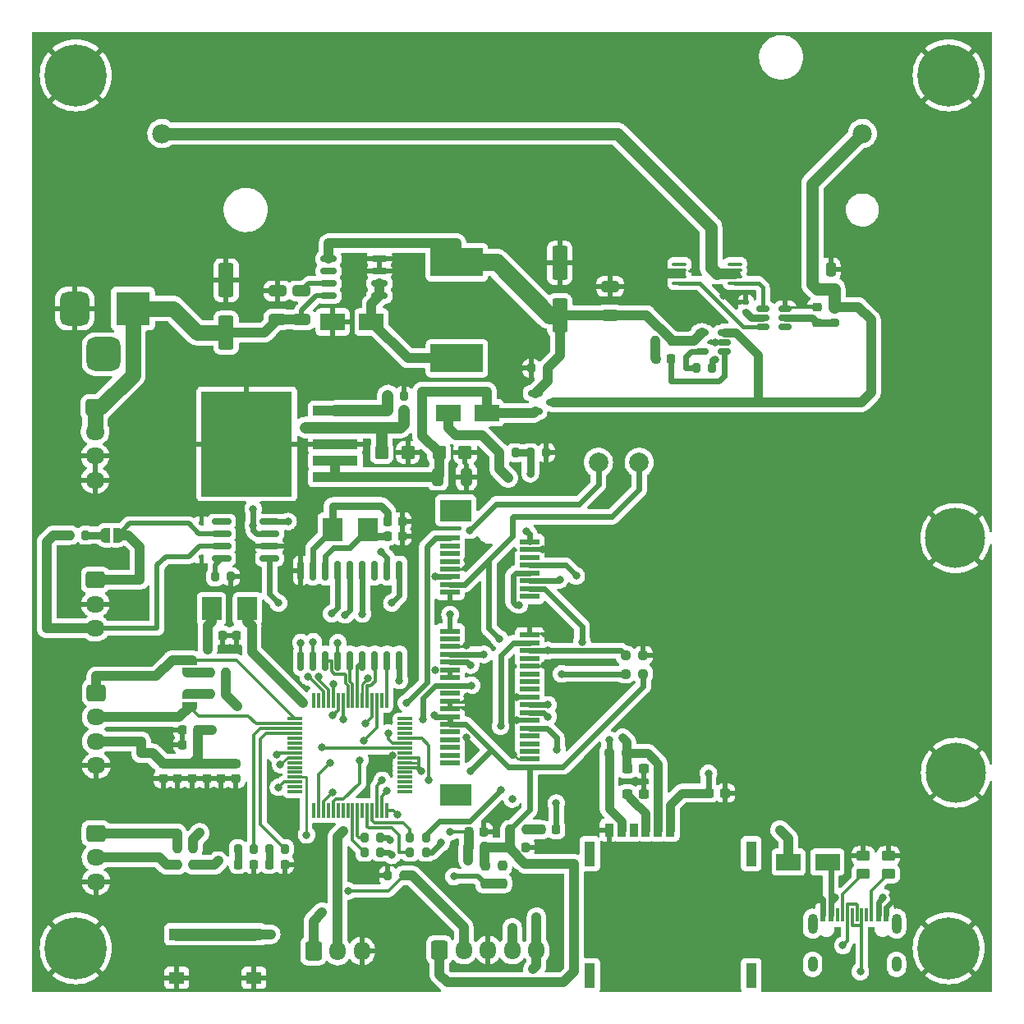
<source format=gbr>
%TF.GenerationSoftware,KiCad,Pcbnew,(6.0.6)*%
%TF.CreationDate,2022-09-23T20:04:06+09:00*%
%TF.ProjectId,LTE-base-H1,4c54452d-6261-4736-952d-48312e6b6963,rev?*%
%TF.SameCoordinates,Original*%
%TF.FileFunction,Copper,L1,Top*%
%TF.FilePolarity,Positive*%
%FSLAX46Y46*%
G04 Gerber Fmt 4.6, Leading zero omitted, Abs format (unit mm)*
G04 Created by KiCad (PCBNEW (6.0.6)) date 2022-09-23 20:04:06*
%MOMM*%
%LPD*%
G01*
G04 APERTURE LIST*
G04 Aperture macros list*
%AMRoundRect*
0 Rectangle with rounded corners*
0 $1 Rounding radius*
0 $2 $3 $4 $5 $6 $7 $8 $9 X,Y pos of 4 corners*
0 Add a 4 corners polygon primitive as box body*
4,1,4,$2,$3,$4,$5,$6,$7,$8,$9,$2,$3,0*
0 Add four circle primitives for the rounded corners*
1,1,$1+$1,$2,$3*
1,1,$1+$1,$4,$5*
1,1,$1+$1,$6,$7*
1,1,$1+$1,$8,$9*
0 Add four rect primitives between the rounded corners*
20,1,$1+$1,$2,$3,$4,$5,0*
20,1,$1+$1,$4,$5,$6,$7,0*
20,1,$1+$1,$6,$7,$8,$9,0*
20,1,$1+$1,$8,$9,$2,$3,0*%
%AMFreePoly0*
4,1,22,0.500000,-0.750000,0.000000,-0.750000,0.000000,-0.745033,-0.079941,-0.743568,-0.215256,-0.701293,-0.333266,-0.622738,-0.424486,-0.514219,-0.481581,-0.384460,-0.499164,-0.250000,-0.500000,-0.250000,-0.500000,0.250000,-0.499164,0.250000,-0.499963,0.256109,-0.478152,0.396186,-0.417904,0.524511,-0.324060,0.630769,-0.204165,0.706417,-0.067858,0.745374,0.000000,0.744959,0.000000,0.750000,
0.500000,0.750000,0.500000,-0.750000,0.500000,-0.750000,$1*%
%AMFreePoly1*
4,1,20,0.000000,0.744959,0.073905,0.744508,0.209726,0.703889,0.328688,0.626782,0.421226,0.519385,0.479903,0.390333,0.500000,0.250000,0.500000,-0.250000,0.499851,-0.262216,0.476331,-0.402017,0.414519,-0.529596,0.319384,-0.634700,0.198574,-0.708877,0.061801,-0.746166,0.000000,-0.745033,0.000000,-0.750000,-0.500000,-0.750000,-0.500000,0.750000,0.000000,0.750000,0.000000,0.744959,
0.000000,0.744959,$1*%
G04 Aperture macros list end*
%TA.AperFunction,SMDPad,CuDef*%
%ADD10RoundRect,0.225000X0.225000X0.250000X-0.225000X0.250000X-0.225000X-0.250000X0.225000X-0.250000X0*%
%TD*%
%TA.AperFunction,ComponentPad*%
%ADD11RoundRect,0.250000X-0.725000X0.600000X-0.725000X-0.600000X0.725000X-0.600000X0.725000X0.600000X0*%
%TD*%
%TA.AperFunction,ComponentPad*%
%ADD12O,1.950000X1.700000*%
%TD*%
%TA.AperFunction,SMDPad,CuDef*%
%ADD13RoundRect,0.225000X-0.225000X-0.250000X0.225000X-0.250000X0.225000X0.250000X-0.225000X0.250000X0*%
%TD*%
%TA.AperFunction,SMDPad,CuDef*%
%ADD14RoundRect,0.250000X0.550000X-1.500000X0.550000X1.500000X-0.550000X1.500000X-0.550000X-1.500000X0*%
%TD*%
%TA.AperFunction,SMDPad,CuDef*%
%ADD15RoundRect,0.250000X-0.450000X-0.425000X0.450000X-0.425000X0.450000X0.425000X-0.450000X0.425000X0*%
%TD*%
%TA.AperFunction,ComponentPad*%
%ADD16C,0.800000*%
%TD*%
%TA.AperFunction,ComponentPad*%
%ADD17C,6.400000*%
%TD*%
%TA.AperFunction,ComponentPad*%
%ADD18C,6.200000*%
%TD*%
%TA.AperFunction,SMDPad,CuDef*%
%ADD19RoundRect,0.200000X-0.200000X-0.275000X0.200000X-0.275000X0.200000X0.275000X-0.200000X0.275000X0*%
%TD*%
%TA.AperFunction,SMDPad,CuDef*%
%ADD20RoundRect,0.200000X0.200000X0.275000X-0.200000X0.275000X-0.200000X-0.275000X0.200000X-0.275000X0*%
%TD*%
%TA.AperFunction,SMDPad,CuDef*%
%ADD21R,4.600000X1.100000*%
%TD*%
%TA.AperFunction,SMDPad,CuDef*%
%ADD22R,9.400000X10.800000*%
%TD*%
%TA.AperFunction,SMDPad,CuDef*%
%ADD23R,0.900000X1.350000*%
%TD*%
%TA.AperFunction,SMDPad,CuDef*%
%ADD24R,1.100000X2.600000*%
%TD*%
%TA.AperFunction,SMDPad,CuDef*%
%ADD25RoundRect,0.218750X0.218750X0.256250X-0.218750X0.256250X-0.218750X-0.256250X0.218750X-0.256250X0*%
%TD*%
%TA.AperFunction,SMDPad,CuDef*%
%ADD26R,2.500000X1.800000*%
%TD*%
%TA.AperFunction,SMDPad,CuDef*%
%ADD27R,0.600000X0.450000*%
%TD*%
%TA.AperFunction,SMDPad,CuDef*%
%ADD28RoundRect,0.200000X0.275000X-0.200000X0.275000X0.200000X-0.275000X0.200000X-0.275000X-0.200000X0*%
%TD*%
%TA.AperFunction,SMDPad,CuDef*%
%ADD29RoundRect,0.237500X-0.300000X-0.237500X0.300000X-0.237500X0.300000X0.237500X-0.300000X0.237500X0*%
%TD*%
%TA.AperFunction,SMDPad,CuDef*%
%ADD30R,2.000000X2.400000*%
%TD*%
%TA.AperFunction,SMDPad,CuDef*%
%ADD31RoundRect,0.237500X0.250000X0.237500X-0.250000X0.237500X-0.250000X-0.237500X0.250000X-0.237500X0*%
%TD*%
%TA.AperFunction,SMDPad,CuDef*%
%ADD32RoundRect,0.150000X-0.587500X-0.150000X0.587500X-0.150000X0.587500X0.150000X-0.587500X0.150000X0*%
%TD*%
%TA.AperFunction,SMDPad,CuDef*%
%ADD33RoundRect,0.250000X-0.450000X0.262500X-0.450000X-0.262500X0.450000X-0.262500X0.450000X0.262500X0*%
%TD*%
%TA.AperFunction,SMDPad,CuDef*%
%ADD34RoundRect,0.250000X0.650000X-0.325000X0.650000X0.325000X-0.650000X0.325000X-0.650000X-0.325000X0*%
%TD*%
%TA.AperFunction,SMDPad,CuDef*%
%ADD35RoundRect,0.225000X-0.250000X0.225000X-0.250000X-0.225000X0.250000X-0.225000X0.250000X0.225000X0*%
%TD*%
%TA.AperFunction,SMDPad,CuDef*%
%ADD36R,5.400000X2.900000*%
%TD*%
%TA.AperFunction,SMDPad,CuDef*%
%ADD37RoundRect,0.150000X-0.512500X-0.150000X0.512500X-0.150000X0.512500X0.150000X-0.512500X0.150000X0*%
%TD*%
%TA.AperFunction,ComponentPad*%
%ADD38O,1.700000X1.950000*%
%TD*%
%TA.AperFunction,ComponentPad*%
%ADD39RoundRect,0.250000X-0.600000X-0.725000X0.600000X-0.725000X0.600000X0.725000X-0.600000X0.725000X0*%
%TD*%
%TA.AperFunction,ComponentPad*%
%ADD40C,2.000000*%
%TD*%
%TA.AperFunction,SMDPad,CuDef*%
%ADD41R,3.200000X2.300000*%
%TD*%
%TA.AperFunction,SMDPad,CuDef*%
%ADD42R,2.000000X0.600000*%
%TD*%
%TA.AperFunction,SMDPad,CuDef*%
%ADD43RoundRect,0.135000X0.185000X-0.135000X0.185000X0.135000X-0.185000X0.135000X-0.185000X-0.135000X0*%
%TD*%
%TA.AperFunction,SMDPad,CuDef*%
%ADD44RoundRect,0.237500X-0.237500X0.250000X-0.237500X-0.250000X0.237500X-0.250000X0.237500X0.250000X0*%
%TD*%
%TA.AperFunction,SMDPad,CuDef*%
%ADD45RoundRect,0.150000X-0.150000X0.875000X-0.150000X-0.875000X0.150000X-0.875000X0.150000X0.875000X0*%
%TD*%
%TA.AperFunction,SMDPad,CuDef*%
%ADD46RoundRect,0.250000X-0.250000X-0.475000X0.250000X-0.475000X0.250000X0.475000X-0.250000X0.475000X0*%
%TD*%
%TA.AperFunction,SMDPad,CuDef*%
%ADD47RoundRect,0.225000X0.250000X-0.225000X0.250000X0.225000X-0.250000X0.225000X-0.250000X-0.225000X0*%
%TD*%
%TA.AperFunction,SMDPad,CuDef*%
%ADD48RoundRect,0.150000X-0.675000X-0.150000X0.675000X-0.150000X0.675000X0.150000X-0.675000X0.150000X0*%
%TD*%
%TA.AperFunction,ComponentPad*%
%ADD49C,1.980000*%
%TD*%
%TA.AperFunction,SMDPad,CuDef*%
%ADD50RoundRect,0.237500X-0.250000X-0.237500X0.250000X-0.237500X0.250000X0.237500X-0.250000X0.237500X0*%
%TD*%
%TA.AperFunction,SMDPad,CuDef*%
%ADD51RoundRect,0.075000X0.075000X0.700000X-0.075000X0.700000X-0.075000X-0.700000X0.075000X-0.700000X0*%
%TD*%
%TA.AperFunction,SMDPad,CuDef*%
%ADD52RoundRect,0.075000X0.700000X0.075000X-0.700000X0.075000X-0.700000X-0.075000X0.700000X-0.075000X0*%
%TD*%
%TA.AperFunction,SMDPad,CuDef*%
%ADD53FreePoly0,180.000000*%
%TD*%
%TA.AperFunction,SMDPad,CuDef*%
%ADD54FreePoly1,180.000000*%
%TD*%
%TA.AperFunction,SMDPad,CuDef*%
%ADD55RoundRect,0.150000X0.825000X0.150000X-0.825000X0.150000X-0.825000X-0.150000X0.825000X-0.150000X0*%
%TD*%
%TA.AperFunction,SMDPad,CuDef*%
%ADD56R,0.600000X1.450000*%
%TD*%
%TA.AperFunction,SMDPad,CuDef*%
%ADD57R,0.300000X1.450000*%
%TD*%
%TA.AperFunction,ComponentPad*%
%ADD58O,1.000000X1.600000*%
%TD*%
%TA.AperFunction,ComponentPad*%
%ADD59O,1.000000X2.100000*%
%TD*%
%TA.AperFunction,SMDPad,CuDef*%
%ADD60RoundRect,0.250000X-0.325000X-0.650000X0.325000X-0.650000X0.325000X0.650000X-0.325000X0.650000X0*%
%TD*%
%TA.AperFunction,SMDPad,CuDef*%
%ADD61FreePoly0,270.000000*%
%TD*%
%TA.AperFunction,SMDPad,CuDef*%
%ADD62FreePoly1,270.000000*%
%TD*%
%TA.AperFunction,SMDPad,CuDef*%
%ADD63R,1.550000X1.300000*%
%TD*%
%TA.AperFunction,SMDPad,CuDef*%
%ADD64RoundRect,0.150000X0.512500X0.150000X-0.512500X0.150000X-0.512500X-0.150000X0.512500X-0.150000X0*%
%TD*%
%TA.AperFunction,SMDPad,CuDef*%
%ADD65RoundRect,0.100000X-0.637500X-0.100000X0.637500X-0.100000X0.637500X0.100000X-0.637500X0.100000X0*%
%TD*%
%TA.AperFunction,SMDPad,CuDef*%
%ADD66FreePoly0,90.000000*%
%TD*%
%TA.AperFunction,SMDPad,CuDef*%
%ADD67FreePoly1,90.000000*%
%TD*%
%TA.AperFunction,ComponentPad*%
%ADD68R,3.500000X3.500000*%
%TD*%
%TA.AperFunction,ComponentPad*%
%ADD69RoundRect,0.750000X-0.750000X-1.000000X0.750000X-1.000000X0.750000X1.000000X-0.750000X1.000000X0*%
%TD*%
%TA.AperFunction,ComponentPad*%
%ADD70RoundRect,0.875000X-0.875000X-0.875000X0.875000X-0.875000X0.875000X0.875000X-0.875000X0.875000X0*%
%TD*%
%TA.AperFunction,SMDPad,CuDef*%
%ADD71RoundRect,0.237500X0.237500X-0.250000X0.237500X0.250000X-0.237500X0.250000X-0.237500X-0.250000X0*%
%TD*%
%TA.AperFunction,ViaPad*%
%ADD72C,0.800000*%
%TD*%
%TA.AperFunction,Conductor*%
%ADD73C,0.250000*%
%TD*%
%TA.AperFunction,Conductor*%
%ADD74C,0.600000*%
%TD*%
%TA.AperFunction,Conductor*%
%ADD75C,0.300000*%
%TD*%
%TA.AperFunction,Conductor*%
%ADD76C,0.500000*%
%TD*%
%TA.AperFunction,Conductor*%
%ADD77C,0.800000*%
%TD*%
%TA.AperFunction,Conductor*%
%ADD78C,1.000000*%
%TD*%
%TA.AperFunction,Conductor*%
%ADD79C,0.900000*%
%TD*%
%TA.AperFunction,Conductor*%
%ADD80C,0.400000*%
%TD*%
%TA.AperFunction,Conductor*%
%ADD81C,1.200000*%
%TD*%
%TA.AperFunction,Conductor*%
%ADD82C,1.300000*%
%TD*%
%TA.AperFunction,Conductor*%
%ADD83C,1.100000*%
%TD*%
%TA.AperFunction,Conductor*%
%ADD84C,1.800000*%
%TD*%
%TA.AperFunction,Conductor*%
%ADD85C,1.600000*%
%TD*%
G04 APERTURE END LIST*
D10*
%TO.P,C15,1*%
%TO.N,+3V3*%
X117575000Y-129000000D03*
%TO.P,C15,2*%
%TO.N,GND*%
X116025000Y-129000000D03*
%TD*%
D11*
%TO.P,J11,1,Pin_1*%
%TO.N,VDC*%
X107000000Y-94250000D03*
D12*
%TO.P,J11,2,Pin_2*%
X107000000Y-96750000D03*
%TO.P,J11,3,Pin_3*%
%TO.N,GND*%
X107000000Y-99250000D03*
%TO.P,J11,4,Pin_4*%
X107000000Y-101750000D03*
%TD*%
D13*
%TO.P,C10,1*%
%TO.N,/MCU/OSC2*%
X137125000Y-107500000D03*
%TO.P,C10,2*%
%TO.N,GND*%
X138675000Y-107500000D03*
%TD*%
D14*
%TO.P,C7,1*%
%TO.N,VDC*%
X120500000Y-86525000D03*
%TO.P,C7,2*%
%TO.N,GND*%
X120500000Y-81125000D03*
%TD*%
D15*
%TO.P,C5,1*%
%TO.N,+3V3*%
X136550000Y-98900000D03*
%TO.P,C5,2*%
%TO.N,GND*%
X139250000Y-98900000D03*
%TD*%
D16*
%TO.P,H4,1,1*%
%TO.N,GND*%
X195000000Y-57600000D03*
X196697056Y-58302944D03*
X195000000Y-62400000D03*
D17*
X195000000Y-60000000D03*
D16*
X197400000Y-60000000D03*
X192600000Y-60000000D03*
X193302944Y-61697056D03*
X193302944Y-58302944D03*
X196697056Y-61697056D03*
%TD*%
D18*
%TO.P,J4,1,Pin_1*%
%TO.N,GND*%
X195700000Y-107700000D03*
%TD*%
D19*
%TO.P,R5,1*%
%TO.N,/MCU/CANH*%
X104375000Y-107400000D03*
%TO.P,R5,2*%
%TO.N,Net-(JP1-Pad2)*%
X106025000Y-107400000D03*
%TD*%
D20*
%TO.P,R6,1*%
%TO.N,+3V3*%
X147125000Y-139550000D03*
%TO.P,R6,2*%
%TO.N,/MCU/NRST*%
X145475000Y-139550000D03*
%TD*%
%TO.P,R8,1*%
%TO.N,+3V3*%
X120500000Y-123800000D03*
%TO.P,R8,2*%
%TO.N,Net-(JP2-Pad2)*%
X118850000Y-123800000D03*
%TD*%
D16*
%TO.P,H2,1,1*%
%TO.N,GND*%
X105000000Y-152400000D03*
X103302944Y-148302944D03*
X103302944Y-151697056D03*
X106697056Y-151697056D03*
X106697056Y-148302944D03*
X107400000Y-150000000D03*
X105000000Y-147600000D03*
X102600000Y-150000000D03*
D17*
X105000000Y-150000000D03*
%TD*%
D21*
%TO.P,U5,1,EN*%
%TO.N,Net-(C27-Pad1)*%
X131775000Y-101400000D03*
%TO.P,U5,2,VIN*%
X131775000Y-99700000D03*
%TO.P,U5,3,GND*%
%TO.N,GND*%
X131775000Y-98000000D03*
D22*
X122625000Y-98000000D03*
D21*
%TO.P,U5,4,VOUT*%
%TO.N,+3V3*%
X131775000Y-96300000D03*
%TO.P,U5,5,ADJ*%
%TO.N,Net-(R3-Pad2)*%
X131775000Y-94600000D03*
%TD*%
D23*
%TO.P,U6,1,VCC*%
%TO.N,/BG96/USIM_VDD*%
X161270000Y-137800000D03*
%TO.P,U6,2,RST*%
%TO.N,/BG96/USIM_RST*%
X163780000Y-137800000D03*
%TO.P,U6,3,CLK*%
%TO.N,/BG96/USIM_CLK*%
X166300000Y-137800000D03*
%TO.P,U6,5,GND*%
%TO.N,GND*%
X160000000Y-137800000D03*
%TO.P,U6,6,VPP*%
%TO.N,unconnected-(U6-Pad6)*%
X162520000Y-137800000D03*
%TO.P,U6,7,I/O*%
%TO.N,/BG96/USIM_DATA*%
X165040000Y-137800000D03*
D24*
%TO.P,U6,GND*%
%TO.N,N/C*%
X174650000Y-140250000D03*
X158000000Y-140250000D03*
X158000000Y-152799999D03*
X174650000Y-152800000D03*
%TD*%
D25*
%TO.P,D5,1,K*%
%TO.N,GND*%
X123337500Y-141350000D03*
%TO.P,D5,2,A*%
%TO.N,Net-(D5-Pad2)*%
X121762500Y-141350000D03*
%TD*%
D26*
%TO.P,D3,1,K*%
%TO.N,Net-(D3-Pad1)*%
X135500000Y-85425000D03*
%TO.P,D3,2,A*%
%TO.N,GND*%
X131500000Y-85425000D03*
%TD*%
D20*
%TO.P,R31,1*%
%TO.N,+3V3*%
X120500000Y-121600000D03*
%TO.P,R31,2*%
%TO.N,Net-(JP3-Pad2)*%
X118850000Y-121600000D03*
%TD*%
D26*
%TO.P,D10,1,K*%
%TO.N,Net-(C27-Pad1)*%
X147400000Y-94800000D03*
%TO.P,D10,2,A*%
%TO.N,+5V*%
X143400000Y-94800000D03*
%TD*%
D20*
%TO.P,R29,1*%
%TO.N,+5V*%
X153625000Y-90200000D03*
%TO.P,R29,2*%
%TO.N,GND*%
X151975000Y-90200000D03*
%TD*%
%TO.P,R3,1*%
%TO.N,+3V3*%
X138825000Y-94600000D03*
%TO.P,R3,2*%
%TO.N,Net-(R3-Pad2)*%
X137175000Y-94600000D03*
%TD*%
%TO.P,R7,1*%
%TO.N,/MCU/LED2*%
X126575000Y-139750000D03*
%TO.P,R7,2*%
%TO.N,Net-(D2-Pad2)*%
X124925000Y-139750000D03*
%TD*%
D13*
%TO.P,C6,1*%
%TO.N,/MCU/OSC1*%
X137125000Y-106000000D03*
%TO.P,C6,2*%
%TO.N,GND*%
X138675000Y-106000000D03*
%TD*%
D27*
%TO.P,D1,1,A1*%
%TO.N,GND*%
X117950000Y-109600000D03*
%TO.P,D1,2,A2*%
%TO.N,/MCU/CANH*%
X115850000Y-109600000D03*
%TD*%
D25*
%TO.P,D2,1,K*%
%TO.N,GND*%
X126537500Y-141350000D03*
%TO.P,D2,2,A*%
%TO.N,Net-(D2-Pad2)*%
X124962500Y-141350000D03*
%TD*%
D28*
%TO.P,R26,2*%
%TO.N,+BATT*%
X183200000Y-83875000D03*
%TO.P,R26,1*%
%TO.N,Net-(C25-Pad1)*%
X183200000Y-85525000D03*
%TD*%
D29*
%TO.P,C21,1*%
%TO.N,/BG96/USIM_CLK*%
X170237500Y-134000000D03*
%TO.P,C21,2*%
%TO.N,GND*%
X171962500Y-134000000D03*
%TD*%
D30*
%TO.P,Y2,1,1*%
%TO.N,/MCU/OSC1*%
X131450000Y-106800000D03*
%TO.P,Y2,2,2*%
%TO.N,/MCU/OSC2*%
X135150000Y-106800000D03*
%TD*%
D31*
%TO.P,R13,1*%
%TO.N,+3V3*%
X163512500Y-121700000D03*
%TO.P,R13,2*%
%TO.N,/BG96/DTR*%
X161687500Y-121700000D03*
%TD*%
D19*
%TO.P,R4,1*%
%TO.N,Net-(R3-Pad2)*%
X137175000Y-93000000D03*
%TO.P,R4,2*%
%TO.N,GND*%
X138825000Y-93000000D03*
%TD*%
D32*
%TO.P,Q1,3,D*%
%TO.N,+BATT*%
X154237500Y-93700000D03*
%TO.P,Q1,2,S*%
%TO.N,Net-(C27-Pad1)*%
X152362500Y-94650000D03*
%TO.P,Q1,1,G*%
%TO.N,+5V*%
X152362500Y-92750000D03*
%TD*%
D33*
%TO.P,R11,1*%
%TO.N,GND*%
X188800000Y-140487500D03*
%TO.P,R11,2*%
%TO.N,Net-(J5-PadB5)*%
X188800000Y-142312500D03*
%TD*%
%TO.P,R10,1*%
%TO.N,GND*%
X186200000Y-140487500D03*
%TO.P,R10,2*%
%TO.N,Net-(J5-PadA5)*%
X186200000Y-142312500D03*
%TD*%
D34*
%TO.P,C9,1*%
%TO.N,VDC*%
X128300000Y-85175000D03*
%TO.P,C9,2*%
%TO.N,Net-(C9-Pad2)*%
X128300000Y-82225000D03*
%TD*%
D18*
%TO.P,J3,1,Pin_1*%
%TO.N,GND*%
X195750000Y-131900000D03*
%TD*%
D20*
%TO.P,R1,1*%
%TO.N,/MCU/USART3_RX*%
X117125000Y-141400000D03*
%TO.P,R1,2*%
%TO.N,Net-(J6-Pad2)*%
X115475000Y-141400000D03*
%TD*%
D35*
%TO.P,C12,1*%
%TO.N,+3V3*%
X115500000Y-130975000D03*
%TO.P,C12,2*%
%TO.N,GND*%
X115500000Y-132525000D03*
%TD*%
D36*
%TO.P,L2,1*%
%TO.N,Net-(D3-Pad1)*%
X144300000Y-89175000D03*
%TO.P,L2,2*%
%TO.N,+5V*%
X144300000Y-79275000D03*
%TD*%
D37*
%TO.P,U9,1,OD*%
%TO.N,/OD*%
X175862500Y-84050000D03*
%TO.P,U9,2,CS*%
%TO.N,/CS*%
X175862500Y-85000000D03*
%TO.P,U9,3,OC*%
%TO.N,/OC*%
X175862500Y-85950000D03*
%TO.P,U9,4,TD*%
%TO.N,unconnected-(U9-Pad4)*%
X178137500Y-85950000D03*
%TO.P,U9,5,VCC*%
%TO.N,Net-(C25-Pad1)*%
X178137500Y-85000000D03*
%TO.P,U9,6,GND*%
%TO.N,GND*%
X178137500Y-84050000D03*
%TD*%
D38*
%TO.P,J7,3,Pin_3*%
%TO.N,GND*%
X134500000Y-150275000D03*
%TO.P,J7,2,Pin_2*%
%TO.N,/MCU/DEBUG_RX*%
X132000000Y-150275000D03*
D39*
%TO.P,J7,1,Pin_1*%
%TO.N,/MCU/DEBUG_TX*%
X129500000Y-150275000D03*
%TD*%
D16*
%TO.P,H1,1,1*%
%TO.N,GND*%
X195000000Y-152400000D03*
X196697056Y-148302944D03*
D17*
X195000000Y-150000000D03*
D16*
X193302944Y-148302944D03*
X195000000Y-147600000D03*
X193302944Y-151697056D03*
X197400000Y-150000000D03*
X196697056Y-151697056D03*
X192600000Y-150000000D03*
%TD*%
D40*
%TO.P,TP2,1,1*%
%TO.N,/BG96/UART_RX*%
X158900000Y-99900000D03*
%TD*%
D41*
%TO.P,J1,MP*%
%TO.N,N/C*%
X144200000Y-104850000D03*
X144200000Y-134150000D03*
D42*
%TO.P,J1,52,Pin_52*%
%TO.N,+3V3*%
X151800000Y-131300000D03*
%TO.P,J1,51,Pin_51*%
%TO.N,/BG96/PCM_SYNC*%
X143600000Y-130900000D03*
%TO.P,J1,50,Pin_50*%
%TO.N,GND*%
X151800000Y-130500000D03*
%TO.P,J1,49,Pin_49*%
%TO.N,/BG96/PCM_DIN*%
X143600000Y-130100000D03*
%TO.P,J1,48,Pin_48*%
%TO.N,unconnected-(J1-Pad48)*%
X151800000Y-129700000D03*
%TO.P,J1,47,Pin_47*%
%TO.N,/BG96/PCM_DOUT*%
X143600000Y-129300000D03*
%TO.P,J1,46,Pin_46*%
%TO.N,unconnected-(J1-Pad46)*%
X151800000Y-128900000D03*
%TO.P,J1,45,Pin_45*%
%TO.N,/BG96/PCM_CLK*%
X143600000Y-128500000D03*
%TO.P,J1,44,Pin_44*%
%TO.N,unconnected-(J1-Pad44)*%
X151800000Y-128100000D03*
%TO.P,J1,43,Pin_43*%
%TO.N,GND*%
X143600000Y-127700000D03*
%TO.P,J1,42,Pin_42*%
%TO.N,/BG96/nLED_WWAN*%
X151800000Y-127300000D03*
%TO.P,J1,41,Pin_41*%
%TO.N,+3V3*%
X143600000Y-126900000D03*
%TO.P,J1,40,Pin_40*%
%TO.N,GND*%
X151800000Y-126500000D03*
%TO.P,J1,39,Pin_39*%
%TO.N,+3V3*%
X143600000Y-126100000D03*
%TO.P,J1,38,Pin_38*%
%TO.N,/BG96/USB_DP*%
X151800000Y-125700000D03*
%TO.P,J1,37,Pin_37*%
%TO.N,GND*%
X143600000Y-125300000D03*
%TO.P,J1,36,Pin_36*%
%TO.N,/BG96/USB_DM*%
X151800000Y-124900000D03*
%TO.P,J1,35,Pin_35*%
%TO.N,GND*%
X143600000Y-124500000D03*
%TO.P,J1,34,Pin_34*%
X151800000Y-124100000D03*
%TO.P,J1,33,Pin_33*%
%TO.N,/BG96/DCD*%
X143600000Y-123700000D03*
%TO.P,J1,32,Pin_32*%
%TO.N,/BG96/I2C_SDA*%
X151800000Y-123300000D03*
%TO.P,J1,31,Pin_31*%
%TO.N,/BG96/DTR*%
X143600000Y-122900000D03*
%TO.P,J1,30,Pin_30*%
%TO.N,/BG96/I2C_SCL*%
X151800000Y-122500000D03*
%TO.P,J1,29,Pin_29*%
%TO.N,GND*%
X143600000Y-122100000D03*
%TO.P,J1,28,Pin_28*%
%TO.N,unconnected-(J1-Pad28)*%
X151800000Y-121700000D03*
%TO.P,J1,27,Pin_27*%
%TO.N,GND*%
X143600000Y-121300000D03*
%TO.P,J1,26,Pin_26*%
X151800000Y-120900000D03*
%TO.P,J1,25,Pin_25*%
%TO.N,/BG96/UART_RTS*%
X143600000Y-120500000D03*
%TO.P,J1,24,Pin_24*%
%TO.N,unconnected-(J1-Pad24)*%
X151800000Y-120100000D03*
%TO.P,J1,23,Pin_23*%
%TO.N,/BG96/UART_CTS*%
X143600000Y-119700000D03*
%TO.P,J1,22,Pin_22*%
%TO.N,/BG96/nPERST*%
X151800000Y-119300000D03*
%TO.P,J1,21,Pin_21*%
%TO.N,GND*%
X143600000Y-118900000D03*
%TO.P,J1,20,Pin_20*%
%TO.N,/BG96/nW_DISABLE*%
X151800000Y-118500000D03*
%TO.P,J1,19,Pin_19*%
%TO.N,unconnected-(J1-Pad19)*%
X143600000Y-118100000D03*
%TO.P,J1,18,Pin_18*%
%TO.N,GND*%
X151800000Y-117700000D03*
%TO.P,J1,17,Pin_17*%
%TO.N,/BG96/RI*%
X143600000Y-117300000D03*
%TO.P,J1,16,Pin_16*%
%TO.N,unconnected-(J1-Pad16)*%
X151800000Y-113700000D03*
%TO.P,J1,15,Pin_15*%
%TO.N,GND*%
X143600000Y-113300000D03*
%TO.P,J1,14,Pin_14*%
%TO.N,/BG96/USIM_RST*%
X151800000Y-112900000D03*
%TO.P,J1,13,Pin_13*%
%TO.N,/BG96/UART_TX*%
X143600000Y-112500000D03*
%TO.P,J1,12,Pin_12*%
%TO.N,/BG96/USIM_CLK*%
X151800000Y-112100000D03*
%TO.P,J1,11,Pin_11*%
%TO.N,/BG96/UART_RX*%
X143600000Y-111700000D03*
%TO.P,J1,10,Pin_10*%
%TO.N,/BG96/USIM_DATA*%
X151800000Y-111300000D03*
%TO.P,J1,9,Pin_9*%
%TO.N,GND*%
X143600000Y-110900000D03*
%TO.P,J1,8,Pin_8*%
%TO.N,/BG96/USIM_VDD*%
X151800000Y-110500000D03*
%TO.P,J1,7,Pin_7*%
%TO.N,unconnected-(J1-Pad7)*%
X143600000Y-110100000D03*
%TO.P,J1,6,Pin_6*%
%TO.N,unconnected-(J1-Pad6)*%
X151800000Y-109700000D03*
%TO.P,J1,5,Pin_5*%
%TO.N,unconnected-(J1-Pad5)*%
X143600000Y-109300000D03*
%TO.P,J1,4,Pin_4*%
%TO.N,GND*%
X151800000Y-108900000D03*
%TO.P,J1,3,Pin_3*%
%TO.N,unconnected-(J1-Pad3)*%
X143600000Y-108500000D03*
%TO.P,J1,2,Pin_2*%
%TO.N,+3V3*%
X151800000Y-108100000D03*
%TO.P,J1,1,Pin_1*%
%TO.N,/BG96/PWRKEY*%
X143600000Y-107700000D03*
%TD*%
D43*
%TO.P,R22,2*%
%TO.N,GND*%
X174100000Y-83390000D03*
%TO.P,R22,1*%
%TO.N,/CS*%
X174100000Y-84410000D03*
%TD*%
D13*
%TO.P,C2,1*%
%TO.N,/MCU/OSC_IN*%
X118600000Y-117750000D03*
%TO.P,C2,2*%
%TO.N,GND*%
X120150000Y-117750000D03*
%TD*%
D29*
%TO.P,C22,2*%
%TO.N,GND*%
X163562500Y-131500000D03*
%TO.P,C22,1*%
%TO.N,/BG96/USIM_DATA*%
X161837500Y-131500000D03*
%TD*%
D35*
%TO.P,C17,1*%
%TO.N,+3V3*%
X121500000Y-130975000D03*
%TO.P,C17,2*%
%TO.N,GND*%
X121500000Y-132525000D03*
%TD*%
D44*
%TO.P,R15,1*%
%TO.N,+3V3*%
X147200000Y-141487500D03*
%TO.P,R15,2*%
%TO.N,/BG96/PWRKEY*%
X147200000Y-143312500D03*
%TD*%
D35*
%TO.P,C19,1*%
%TO.N,+3V3*%
X118500000Y-130975000D03*
%TO.P,C19,2*%
%TO.N,GND*%
X118500000Y-132525000D03*
%TD*%
D13*
%TO.P,C11,1*%
%TO.N,/MCU/NRST*%
X145525000Y-138000000D03*
%TO.P,C11,2*%
%TO.N,GND*%
X147075000Y-138000000D03*
%TD*%
D20*
%TO.P,R9,1*%
%TO.N,/MCU/LED1*%
X123375000Y-139750000D03*
%TO.P,R9,2*%
%TO.N,Net-(D5-Pad2)*%
X121725000Y-139750000D03*
%TD*%
D26*
%TO.P,D7,1,K*%
%TO.N,+5V*%
X178500000Y-141100000D03*
%TO.P,D7,2,A*%
%TO.N,Net-(D7-Pad2)*%
X182500000Y-141100000D03*
%TD*%
D35*
%TO.P,C14,1*%
%TO.N,+3V3*%
X114000000Y-130975000D03*
%TO.P,C14,2*%
%TO.N,GND*%
X114000000Y-132525000D03*
%TD*%
D45*
%TO.P,U3,1,TXCAN*%
%TO.N,/MCU/TXCAN*%
X138380000Y-111050000D03*
%TO.P,U3,2,RXCAN*%
%TO.N,/MCU/RXCAN*%
X137110000Y-111050000D03*
%TO.P,U3,3,CLKOUT/SOF*%
%TO.N,/MCU/SOF*%
X135840000Y-111050000D03*
%TO.P,U3,4,~{TX0RTS}*%
%TO.N,/MCU/TX0RTS*%
X134570000Y-111050000D03*
%TO.P,U3,5,~{TX1RTS}*%
%TO.N,/MCU/TX1RTS*%
X133300000Y-111050000D03*
%TO.P,U3,6,~{TX2RTS}*%
%TO.N,/MCU/TX2RTS*%
X132030000Y-111050000D03*
%TO.P,U3,7,OSC2*%
%TO.N,/MCU/OSC2*%
X130760000Y-111050000D03*
%TO.P,U3,8,OSC1*%
%TO.N,/MCU/OSC1*%
X129490000Y-111050000D03*
%TO.P,U3,9,VSS*%
%TO.N,GND*%
X128220000Y-111050000D03*
%TO.P,U3,10,~{RX1BF}*%
%TO.N,/MCU/RX1BF*%
X128220000Y-120350000D03*
%TO.P,U3,11,~{RX0BF}*%
%TO.N,/MCU/RX0BF*%
X129490000Y-120350000D03*
%TO.P,U3,12,~{INT}*%
%TO.N,/MCU/MCP_INT*%
X130760000Y-120350000D03*
%TO.P,U3,13,SCK*%
%TO.N,/MCU/SPI1_SCK*%
X132030000Y-120350000D03*
%TO.P,U3,14,SI*%
%TO.N,/MCU/SPI1_MOSI*%
X133300000Y-120350000D03*
%TO.P,U3,15,SO*%
%TO.N,/MCU/SPI1_MISO*%
X134570000Y-120350000D03*
%TO.P,U3,16,~{CS}*%
%TO.N,/MCU/SPI1_NSS*%
X135840000Y-120350000D03*
%TO.P,U3,17,~{RESET}*%
%TO.N,/MCU/MCP_RESET*%
X137110000Y-120350000D03*
%TO.P,U3,18,VDD*%
%TO.N,+3V3*%
X138380000Y-120350000D03*
%TD*%
D30*
%TO.P,Y1,2,2*%
%TO.N,/MCU/OSC_OUT*%
X122700000Y-115000000D03*
%TO.P,Y1,1,1*%
%TO.N,/MCU/OSC_IN*%
X119000000Y-115000000D03*
%TD*%
D40*
%TO.P,TP1,1,1*%
%TO.N,/BG96/UART_TX*%
X163100000Y-99900000D03*
%TD*%
D19*
%TO.P,R25,1*%
%TO.N,Net-(D9-Pad2)*%
X164775000Y-87400000D03*
%TO.P,R25,2*%
%TO.N,+5V*%
X166425000Y-87400000D03*
%TD*%
D46*
%TO.P,C26,1*%
%TO.N,+BATT*%
X180950000Y-80000000D03*
%TO.P,C26,2*%
%TO.N,GND*%
X182850000Y-80000000D03*
%TD*%
D47*
%TO.P,C25,1*%
%TO.N,Net-(C25-Pad1)*%
X181400000Y-85475000D03*
%TO.P,C25,2*%
%TO.N,GND*%
X181400000Y-83925000D03*
%TD*%
D29*
%TO.P,C20,1*%
%TO.N,/BG96/USIM_RST*%
X161837500Y-134100000D03*
%TO.P,C20,2*%
%TO.N,GND*%
X163562500Y-134100000D03*
%TD*%
D20*
%TO.P,R2,1*%
%TO.N,/MCU/SWCLK_BT0*%
X138825000Y-142500000D03*
%TO.P,R2,2*%
%TO.N,GND*%
X137175000Y-142500000D03*
%TD*%
D27*
%TO.P,D6,1,A1*%
%TO.N,GND*%
X117950000Y-106200000D03*
%TO.P,D6,2,A2*%
%TO.N,/MCU/CANL*%
X115850000Y-106200000D03*
%TD*%
D25*
%TO.P,D9,1,K*%
%TO.N,Net-(D9-Pad1)*%
X166387500Y-89200000D03*
%TO.P,D9,2,A*%
%TO.N,Net-(D9-Pad2)*%
X164812500Y-89200000D03*
%TD*%
D11*
%TO.P,J9,1,Pin_1*%
%TO.N,/MCU/I2C2_SCL*%
X107125000Y-123650000D03*
D12*
%TO.P,J9,2,Pin_2*%
%TO.N,/MCU/I2C2_SDA*%
X107125000Y-126150000D03*
%TO.P,J9,3,Pin_3*%
%TO.N,+3V3*%
X107125000Y-128650000D03*
%TO.P,J9,4,Pin_4*%
%TO.N,GND*%
X107125000Y-131150000D03*
%TD*%
D19*
%TO.P,R17,1*%
%TO.N,+3V3*%
X149775000Y-137775000D03*
%TO.P,R17,2*%
%TO.N,Net-(D8-Pad2)*%
X151425000Y-137775000D03*
%TD*%
D48*
%TO.P,U1,1,FB*%
%TO.N,+5V*%
X131075000Y-78920000D03*
%TO.P,U1,2,NC*%
%TO.N,unconnected-(U1-Pad2)*%
X131075000Y-80190000D03*
%TO.P,U1,3,VC*%
%TO.N,Net-(C9-Pad2)*%
X131075000Y-81460000D03*
%TO.P,U1,4,VIN*%
%TO.N,VDC*%
X131075000Y-82730000D03*
%TO.P,U1,5,SW1*%
%TO.N,Net-(D3-Pad1)*%
X136325000Y-82730000D03*
%TO.P,U1,6,SW2*%
X136325000Y-81460000D03*
%TO.P,U1,7,GND*%
%TO.N,GND*%
X136325000Y-80190000D03*
%TO.P,U1,8,GND*%
X136325000Y-78920000D03*
%TD*%
D49*
%TO.P,BT1,1,+*%
%TO.N,+BATT*%
X186110000Y-66000000D03*
%TO.P,BT1,2,-*%
%TO.N,-BATT*%
X113890000Y-66000000D03*
%TD*%
D35*
%TO.P,C18,1*%
%TO.N,+3V3*%
X120000000Y-130975000D03*
%TO.P,C18,2*%
%TO.N,GND*%
X120000000Y-132525000D03*
%TD*%
D50*
%TO.P,R14,1*%
%TO.N,/BG96/nPERST*%
X161687500Y-119800000D03*
%TO.P,R14,2*%
%TO.N,GND*%
X163512500Y-119800000D03*
%TD*%
D51*
%TO.P,U2,64,PC10*%
%TO.N,/BG96/PWRKEY*%
X137050000Y-135775000D03*
%TO.P,U2,63,PB9*%
%TO.N,/BG96/nW_DISABLE*%
X136550000Y-135775000D03*
%TO.P,U2,62,PB8*%
%TO.N,/BG96/nPERST*%
X136050000Y-135775000D03*
%TO.P,U2,61,PB7*%
%TO.N,/MCU/USART1_RX*%
X135550000Y-135775000D03*
%TO.P,U2,60,PB6*%
%TO.N,/MCU/USART1_TX*%
X135050000Y-135775000D03*
%TO.P,U2,59,PB5*%
%TO.N,unconnected-(U2-Pad59)*%
X134550000Y-135775000D03*
%TO.P,U2,58,PB4*%
%TO.N,/MCU/USART1_CTS*%
X134050000Y-135775000D03*
%TO.P,U2,57,PB3*%
%TO.N,/MCU/USART1_RTS*%
X133550000Y-135775000D03*
%TO.P,U2,56,PD6*%
%TO.N,unconnected-(U2-Pad56)*%
X133050000Y-135775000D03*
%TO.P,U2,55,PD5*%
%TO.N,unconnected-(U2-Pad55)*%
X132550000Y-135775000D03*
%TO.P,U2,54,PD4*%
%TO.N,unconnected-(U2-Pad54)*%
X132050000Y-135775000D03*
%TO.P,U2,53,PD3*%
%TO.N,/EXT_PWR_DET*%
X131550000Y-135775000D03*
%TO.P,U2,52,PD2*%
%TO.N,unconnected-(U2-Pad52)*%
X131050000Y-135775000D03*
%TO.P,U2,51,PD1*%
%TO.N,/BG96/DTR*%
X130550000Y-135775000D03*
%TO.P,U2,50,PD0*%
%TO.N,/BG96/RI*%
X130050000Y-135775000D03*
%TO.P,U2,49,PC9*%
%TO.N,unconnected-(U2-Pad49)*%
X129550000Y-135775000D03*
D52*
%TO.P,U2,48,PC8*%
%TO.N,unconnected-(U2-Pad48)*%
X127625000Y-133850000D03*
%TO.P,U2,47,PA15*%
%TO.N,unconnected-(U2-Pad47)*%
X127625000Y-133350000D03*
%TO.P,U2,46,PA14-BOOT0*%
%TO.N,/MCU/SWCLK_BT0*%
X127625000Y-132850000D03*
%TO.P,U2,45,PA13*%
%TO.N,/MCU/SWDIO*%
X127625000Y-132350000D03*
%TO.P,U2,44,PA12*%
%TO.N,unconnected-(U2-Pad44)*%
X127625000Y-131850000D03*
%TO.P,U2,43,PA11*%
%TO.N,unconnected-(U2-Pad43)*%
X127625000Y-131350000D03*
%TO.P,U2,42,PA10*%
%TO.N,unconnected-(U2-Pad42)*%
X127625000Y-130850000D03*
%TO.P,U2,41,PD9*%
%TO.N,/MCU/USART3_RX*%
X127625000Y-130350000D03*
%TO.P,U2,40,PD8*%
%TO.N,/MCU/USART3_TX*%
X127625000Y-129850000D03*
%TO.P,U2,39,PC7*%
%TO.N,unconnected-(U2-Pad39)*%
X127625000Y-129350000D03*
%TO.P,U2,38,PC6*%
%TO.N,unconnected-(U2-Pad38)*%
X127625000Y-128850000D03*
%TO.P,U2,37,PA9*%
%TO.N,unconnected-(U2-Pad37)*%
X127625000Y-128350000D03*
%TO.P,U2,36,PA8*%
%TO.N,/MCU/LED2*%
X127625000Y-127850000D03*
%TO.P,U2,35,PB15*%
%TO.N,/MCU/LED1*%
X127625000Y-127350000D03*
%TO.P,U2,34,PB14*%
%TO.N,/MCU/I2C2_SDA*%
X127625000Y-126850000D03*
%TO.P,U2,33,PB13*%
%TO.N,/MCU/I2C2_SCL*%
X127625000Y-126350000D03*
D51*
%TO.P,U2,32,PB12*%
%TO.N,unconnected-(U2-Pad32)*%
X129550000Y-124425000D03*
%TO.P,U2,31,PB11*%
%TO.N,unconnected-(U2-Pad31)*%
X130050000Y-124425000D03*
%TO.P,U2,30,PB10*%
%TO.N,/MCU/TX2RTS*%
X130550000Y-124425000D03*
%TO.P,U2,29,PB2*%
%TO.N,/MCU/TX1RTS*%
X131050000Y-124425000D03*
%TO.P,U2,28,PB1*%
%TO.N,/MCU/TX0RTS*%
X131550000Y-124425000D03*
%TO.P,U2,27,PB0*%
%TO.N,/MCU/RX1BF*%
X132050000Y-124425000D03*
%TO.P,U2,26,PC5*%
%TO.N,/MCU/RX0BF*%
X132550000Y-124425000D03*
%TO.P,U2,25,PC4*%
%TO.N,/MCU/MCP_INT*%
X133050000Y-124425000D03*
%TO.P,U2,24,PA7*%
%TO.N,/MCU/SPI1_MOSI*%
X133550000Y-124425000D03*
%TO.P,U2,23,PA6*%
%TO.N,/MCU/SPI1_MISO*%
X134050000Y-124425000D03*
%TO.P,U2,22,PA5*%
%TO.N,/MCU/SPI1_SCK*%
X134550000Y-124425000D03*
%TO.P,U2,21,PA4*%
%TO.N,/MCU/SPI1_NSS*%
X135050000Y-124425000D03*
%TO.P,U2,20,PA3*%
%TO.N,/MCU/DEBUG_RX*%
X135550000Y-124425000D03*
%TO.P,U2,19,PA2*%
%TO.N,/MCU/DEBUG_TX*%
X136050000Y-124425000D03*
%TO.P,U2,18,PA1*%
%TO.N,unconnected-(U2-Pad18)*%
X136550000Y-124425000D03*
%TO.P,U2,17,PA0*%
%TO.N,/MCU/MCP_RESET*%
X137050000Y-124425000D03*
D52*
%TO.P,U2,16,PC3*%
%TO.N,unconnected-(U2-Pad16)*%
X138975000Y-126350000D03*
%TO.P,U2,15,PC2*%
%TO.N,unconnected-(U2-Pad15)*%
X138975000Y-126850000D03*
%TO.P,U2,14,PC1*%
%TO.N,unconnected-(U2-Pad14)*%
X138975000Y-127350000D03*
%TO.P,U2,13,PC0*%
%TO.N,unconnected-(U2-Pad13)*%
X138975000Y-127850000D03*
%TO.P,U2,12,~{NRST}*%
%TO.N,/MCU/NRST*%
X138975000Y-128350000D03*
%TO.P,U2,11,PF1-OSC_OUT*%
%TO.N,/MCU/OSC_OUT*%
X138975000Y-128850000D03*
%TO.P,U2,10,PF0-OSC_IN*%
%TO.N,/MCU/OSC_IN*%
X138975000Y-129350000D03*
%TO.P,U2,9,VSS/VSSA*%
%TO.N,GND*%
X138975000Y-129850000D03*
%TO.P,U2,8,VDD/VDDA*%
%TO.N,+3V3*%
X138975000Y-130350000D03*
%TO.P,U2,7,VREF+*%
X138975000Y-130850000D03*
%TO.P,U2,6,VBAT*%
X138975000Y-131350000D03*
%TO.P,U2,5,PC15-OSC32_OUT*%
%TO.N,unconnected-(U2-Pad5)*%
X138975000Y-131850000D03*
%TO.P,U2,4,PC14-OSC32_IN*%
%TO.N,unconnected-(U2-Pad4)*%
X138975000Y-132350000D03*
%TO.P,U2,3,PC13*%
%TO.N,unconnected-(U2-Pad3)*%
X138975000Y-132850000D03*
%TO.P,U2,2,PC12*%
%TO.N,unconnected-(U2-Pad2)*%
X138975000Y-133350000D03*
%TO.P,U2,1,PC11*%
%TO.N,unconnected-(U2-Pad1)*%
X138975000Y-133850000D03*
%TD*%
D13*
%TO.P,C1,2*%
%TO.N,GND*%
X151375000Y-139575000D03*
%TO.P,C1,1*%
%TO.N,+3V3*%
X149825000Y-139575000D03*
%TD*%
D19*
%TO.P,R19,1*%
%TO.N,/MCU/USART1_RTS*%
X134775000Y-140100000D03*
%TO.P,R19,2*%
%TO.N,/BG96/UART_CTS*%
X136425000Y-140100000D03*
%TD*%
D53*
%TO.P,JP1,1,A*%
%TO.N,/MCU/CANL*%
X109350000Y-107400000D03*
D54*
%TO.P,JP1,2,B*%
%TO.N,Net-(JP1-Pad2)*%
X108050000Y-107400000D03*
%TD*%
D15*
%TO.P,C4,1*%
%TO.N,Net-(C27-Pad1)*%
X142450000Y-98900000D03*
%TO.P,C4,2*%
%TO.N,GND*%
X145150000Y-98900000D03*
%TD*%
D55*
%TO.P,U4,1,D*%
%TO.N,/MCU/TXCAN*%
X124975000Y-109805000D03*
%TO.P,U4,2,GND*%
%TO.N,GND*%
X124975000Y-108535000D03*
%TO.P,U4,3,VCC*%
%TO.N,+3V3*%
X124975000Y-107265000D03*
%TO.P,U4,4,R*%
%TO.N,/MCU/RXCAN*%
X124975000Y-105995000D03*
%TO.P,U4,5,Vref*%
%TO.N,unconnected-(U4-Pad5)*%
X120025000Y-105995000D03*
%TO.P,U4,6,CANL*%
%TO.N,/MCU/CANL*%
X120025000Y-107265000D03*
%TO.P,U4,7,CANH*%
%TO.N,/MCU/CANH*%
X120025000Y-108535000D03*
%TO.P,U4,8,Rs*%
%TO.N,Net-(R30-Pad2)*%
X120025000Y-109805000D03*
%TD*%
D56*
%TO.P,J5,A1,GND*%
%TO.N,GND*%
X182045489Y-146550489D03*
%TO.P,J5,A4,VBUS*%
%TO.N,Net-(D7-Pad2)*%
X182845489Y-146550489D03*
D57*
%TO.P,J5,A5,CC1*%
%TO.N,Net-(J5-PadA5)*%
X184045489Y-146550489D03*
%TO.P,J5,A6,D+*%
%TO.N,/BG96/USB_DP*%
X185045489Y-146550489D03*
%TO.P,J5,A7,D-*%
%TO.N,/BG96/USB_DM*%
X185545489Y-146550489D03*
%TO.P,J5,A8,SBU1*%
%TO.N,unconnected-(J5-PadA8)*%
X186545489Y-146550489D03*
D56*
%TO.P,J5,A9,VBUS*%
%TO.N,Net-(D7-Pad2)*%
X187745489Y-146550489D03*
%TO.P,J5,A12,GND*%
%TO.N,GND*%
X188545489Y-146550489D03*
%TO.P,J5,B1,GND*%
X188545489Y-146550489D03*
%TO.P,J5,B4,VBUS*%
%TO.N,Net-(D7-Pad2)*%
X187745489Y-146550489D03*
D57*
%TO.P,J5,B5,CC2*%
%TO.N,Net-(J5-PadB5)*%
X187045489Y-146550489D03*
%TO.P,J5,B6,D+*%
%TO.N,/BG96/USB_DP*%
X186045489Y-146550489D03*
%TO.P,J5,B7,D-*%
%TO.N,/BG96/USB_DM*%
X184545489Y-146550489D03*
%TO.P,J5,B8,SBU2*%
%TO.N,unconnected-(J5-PadB8)*%
X183545489Y-146550489D03*
D56*
%TO.P,J5,B9,VBUS*%
%TO.N,Net-(D7-Pad2)*%
X182845489Y-146550489D03*
%TO.P,J5,B12,GND*%
%TO.N,GND*%
X182045489Y-146550489D03*
D58*
%TO.P,J5,S1,SHIELD*%
%TO.N,unconnected-(J5-PadS1)*%
X180975489Y-151645489D03*
X189615489Y-151645489D03*
D59*
X189615489Y-147465489D03*
X180975489Y-147465489D03*
%TD*%
D14*
%TO.P,C24,1*%
%TO.N,+5V*%
X154900000Y-84725000D03*
%TO.P,C24,2*%
%TO.N,GND*%
X154900000Y-79325000D03*
%TD*%
D10*
%TO.P,C3,1*%
%TO.N,/MCU/OSC_OUT*%
X123150000Y-117750000D03*
%TO.P,C3,2*%
%TO.N,GND*%
X121600000Y-117750000D03*
%TD*%
D60*
%TO.P,C27,1*%
%TO.N,Net-(C27-Pad1)*%
X142325000Y-101400000D03*
%TO.P,C27,2*%
%TO.N,GND*%
X145275000Y-101400000D03*
%TD*%
D35*
%TO.P,C16,1*%
%TO.N,+3V3*%
X117000000Y-130975000D03*
%TO.P,C16,2*%
%TO.N,GND*%
X117000000Y-132525000D03*
%TD*%
D19*
%TO.P,R18,1*%
%TO.N,/MCU/USART1_CTS*%
X134775000Y-138600000D03*
%TO.P,R18,2*%
%TO.N,/BG96/UART_RTS*%
X136425000Y-138600000D03*
%TD*%
D10*
%TO.P,C13,1*%
%TO.N,+3V3*%
X117575000Y-127500000D03*
%TO.P,C13,2*%
%TO.N,GND*%
X116025000Y-127500000D03*
%TD*%
D61*
%TO.P,JP3,1,A*%
%TO.N,/MCU/I2C2_SCL*%
X116725000Y-120300000D03*
D62*
%TO.P,JP3,2,B*%
%TO.N,Net-(JP3-Pad2)*%
X116725000Y-121600000D03*
%TD*%
D11*
%TO.P,J12,1,Pin_1*%
%TO.N,/MCU/CANL*%
X107025000Y-112000000D03*
D12*
%TO.P,J12,2,Pin_2*%
%TO.N,GND*%
X107025000Y-114500000D03*
%TO.P,J12,3,Pin_3*%
%TO.N,/MCU/CANH*%
X107025000Y-117000000D03*
%TD*%
D20*
%TO.P,R30,1*%
%TO.N,GND*%
X121025000Y-111700000D03*
%TO.P,R30,2*%
%TO.N,Net-(R30-Pad2)*%
X119375000Y-111700000D03*
%TD*%
D19*
%TO.P,R27,1*%
%TO.N,+5V*%
X148675000Y-98900000D03*
%TO.P,R27,2*%
%TO.N,/EXT_PWR_DET*%
X150325000Y-98900000D03*
%TD*%
D16*
%TO.P,H3,1,1*%
%TO.N,GND*%
X102600000Y-60000000D03*
X103302944Y-61697056D03*
X106697056Y-58302944D03*
D17*
X105000000Y-60000000D03*
D16*
X103302944Y-58302944D03*
X106697056Y-61697056D03*
X105000000Y-62400000D03*
X107400000Y-60000000D03*
X105000000Y-57600000D03*
%TD*%
D63*
%TO.P,SW3,1,1*%
%TO.N,/MCU/NRST*%
X115420000Y-148550000D03*
X123380000Y-148550000D03*
%TO.P,SW3,2,2*%
%TO.N,GND*%
X115420000Y-153050000D03*
X123380000Y-153050000D03*
%TD*%
D64*
%TO.P,U10,5,PROG*%
%TO.N,Net-(R23-Pad1)*%
X169562500Y-88450000D03*
%TO.P,U10,4,VDD*%
%TO.N,+5V*%
X169562500Y-86550000D03*
%TO.P,U10,3,VBAT*%
%TO.N,+BATT*%
X171837500Y-86550000D03*
%TO.P,U10,2,VSS*%
%TO.N,GND*%
X171837500Y-87500000D03*
%TO.P,U10,1,STAT*%
%TO.N,Net-(D9-Pad1)*%
X171837500Y-88450000D03*
%TD*%
D34*
%TO.P,C23,1*%
%TO.N,+5V*%
X160100000Y-84700000D03*
%TO.P,C23,2*%
%TO.N,GND*%
X160100000Y-81750000D03*
%TD*%
D25*
%TO.P,D8,1,K*%
%TO.N,/BG96/nLED_WWAN*%
X154537500Y-137775000D03*
%TO.P,D8,2,A*%
%TO.N,Net-(D8-Pad2)*%
X152962500Y-137775000D03*
%TD*%
D65*
%TO.P,U8,1,D12*%
%TO.N,unconnected-(U8-Pad1)*%
X167237500Y-79450000D03*
%TO.P,U8,2,S1*%
%TO.N,GND*%
X167237500Y-80100000D03*
%TO.P,U8,3,S1*%
X167237500Y-80750000D03*
%TO.P,U8,4,G1*%
%TO.N,/OC*%
X167237500Y-81400000D03*
%TO.P,U8,5,G2*%
%TO.N,/OD*%
X172962500Y-81400000D03*
%TO.P,U8,6,S2*%
%TO.N,-BATT*%
X172962500Y-80750000D03*
%TO.P,U8,7,S2*%
X172962500Y-80100000D03*
%TO.P,U8,8,D12*%
%TO.N,unconnected-(U8-Pad8)*%
X172962500Y-79450000D03*
%TD*%
D50*
%TO.P,R12,2*%
%TO.N,/BG96/USIM_DATA*%
X161812500Y-129900000D03*
%TO.P,R12,1*%
%TO.N,/BG96/USIM_VDD*%
X159987500Y-129900000D03*
%TD*%
D19*
%TO.P,R20,1*%
%TO.N,/MCU/USART1_RX*%
X139475000Y-138600000D03*
%TO.P,R20,2*%
%TO.N,/BG96/UART_TX*%
X141125000Y-138600000D03*
%TD*%
D20*
%TO.P,R24,1*%
%TO.N,/MCU/USART3_TX*%
X117125000Y-139700000D03*
%TO.P,R24,2*%
%TO.N,Net-(J6-Pad1)*%
X115475000Y-139700000D03*
%TD*%
D11*
%TO.P,J6,1,Pin_1*%
%TO.N,Net-(J6-Pad1)*%
X107100000Y-138150000D03*
D12*
%TO.P,J6,2,Pin_2*%
%TO.N,Net-(J6-Pad2)*%
X107100000Y-140650000D03*
%TO.P,J6,3,Pin_3*%
%TO.N,GND*%
X107100000Y-143150000D03*
%TD*%
D66*
%TO.P,JP2,1,A*%
%TO.N,/MCU/I2C2_SDA*%
X116725000Y-125100000D03*
D67*
%TO.P,JP2,2,B*%
%TO.N,Net-(JP2-Pad2)*%
X116725000Y-123800000D03*
%TD*%
D34*
%TO.P,C8,1*%
%TO.N,VDC*%
X125800000Y-85175000D03*
%TO.P,C8,2*%
%TO.N,GND*%
X125800000Y-82225000D03*
%TD*%
D39*
%TO.P,J8,1,Pin_1*%
%TO.N,+3V3*%
X142500000Y-150175000D03*
D38*
%TO.P,J8,2,Pin_2*%
%TO.N,/MCU/SWCLK_BT0*%
X145000000Y-150175000D03*
%TO.P,J8,3,Pin_3*%
%TO.N,GND*%
X147500000Y-150175000D03*
%TO.P,J8,4,Pin_4*%
%TO.N,/MCU/SWDIO*%
X150000000Y-150175000D03*
%TO.P,J8,5,Pin_5*%
%TO.N,/MCU/NRST*%
X152500000Y-150175000D03*
%TD*%
D19*
%TO.P,R28,1*%
%TO.N,/EXT_PWR_DET*%
X151875000Y-98900000D03*
%TO.P,R28,2*%
%TO.N,GND*%
X153525000Y-98900000D03*
%TD*%
D68*
%TO.P,J2,1*%
%TO.N,VDC*%
X110900000Y-84042500D03*
D69*
%TO.P,J2,2*%
%TO.N,GND*%
X104900000Y-84042500D03*
D70*
%TO.P,J2,3*%
%TO.N,N/C*%
X107900000Y-88742500D03*
%TD*%
D19*
%TO.P,R23,1*%
%TO.N,Net-(R23-Pad1)*%
X168975000Y-90200000D03*
%TO.P,R23,2*%
%TO.N,GND*%
X170625000Y-90200000D03*
%TD*%
D71*
%TO.P,R16,1*%
%TO.N,/BG96/PWRKEY*%
X149000000Y-143312500D03*
%TO.P,R16,2*%
%TO.N,GND*%
X149000000Y-141487500D03*
%TD*%
D19*
%TO.P,R21,1*%
%TO.N,/MCU/USART1_TX*%
X139475000Y-140100000D03*
%TO.P,R21,2*%
%TO.N,/BG96/UART_RX*%
X141125000Y-140100000D03*
%TD*%
D72*
%TO.N,GND*%
X170938000Y-89349500D03*
X153300000Y-120800000D03*
X148300000Y-138000000D03*
X150400000Y-142200000D03*
%TO.N,/BG96/UART_RX*%
X150000000Y-134600000D03*
X142700000Y-139100000D03*
%TO.N,/MCU/NRST*%
X141400000Y-132700000D03*
X143600000Y-138000000D03*
%TO.N,/BG96/UART_TX*%
X148800000Y-133700000D03*
X148700000Y-118100000D03*
%TO.N,GND*%
X145400000Y-110000000D03*
%TO.N,/BG96/RI*%
X143600000Y-115600000D03*
X131200000Y-130900000D03*
%TO.N,/EXT_PWR_DET*%
X134300000Y-130600000D03*
X151875000Y-101075000D03*
%TO.N,GND*%
X145300000Y-118800500D03*
%TO.N,/BG96/UART_RTS*%
X145700000Y-120800000D03*
X137400000Y-138800000D03*
%TO.N,GND*%
X136000000Y-142500000D03*
%TO.N,/BG96/UART_CTS*%
X147100000Y-119700000D03*
X137600000Y-140400000D03*
%TO.N,/BG96/DTR*%
X140800000Y-126400000D03*
X131500000Y-133900000D03*
%TO.N,GND*%
X142099500Y-121300000D03*
X145400000Y-124000000D03*
%TO.N,/BG96/nW_DISABLE*%
X137100000Y-133800000D03*
X148800000Y-127100000D03*
%TO.N,/BG96/nPERST*%
X153700000Y-119300000D03*
X136600000Y-132700000D03*
%TO.N,GND*%
X114800000Y-129000000D03*
X115500000Y-134100000D03*
X121500000Y-119100000D03*
%TO.N,/MCU/TX0RTS*%
X134570000Y-115530000D03*
X131550000Y-122750000D03*
%TO.N,/MCU/TX1RTS*%
X132780000Y-115620000D03*
X130030498Y-121969502D03*
%TO.N,/MCU/TX2RTS*%
X131400000Y-115500000D03*
X128969500Y-122000000D03*
%TO.N,/MCU/RX1BF*%
X131500000Y-126000000D03*
%TO.N,/MCU/OSC_OUT*%
X128400000Y-124700000D03*
%TO.N,/MCU/RX0BF*%
X132550000Y-126400000D03*
%TO.N,/MCU/RX1BF*%
X128220000Y-118480000D03*
%TO.N,/MCU/RX0BF*%
X129490000Y-118410000D03*
%TO.N,/MCU/SPI1_SCK*%
X135100000Y-122200000D03*
X132030000Y-118500000D03*
%TO.N,/BG96/PWRKEY*%
X144000000Y-142600000D03*
X138200000Y-136200000D03*
%TO.N,/MCU/SWCLK_BT0*%
X125900000Y-133400000D03*
%TO.N,/MCU/OSC_OUT*%
X137200000Y-127800000D03*
%TO.N,/MCU/DEBUG_RX*%
X134900000Y-126800000D03*
X132600000Y-137900000D03*
%TO.N,/MCU/DEBUG_TX*%
X130400000Y-146300000D03*
X134700000Y-128600500D03*
%TO.N,/MCU/SWCLK_BT0*%
X133100000Y-144077464D03*
%TO.N,GND*%
X145263957Y-128236043D03*
X137623732Y-130099500D03*
%TO.N,+3V3*%
X140600000Y-131700000D03*
X145700000Y-131700000D03*
X142000000Y-126000000D03*
X138380000Y-122380000D03*
%TO.N,/BG96/PWRKEY*%
X139100000Y-124700000D03*
%TO.N,/BG96/UART_RX*%
X145650000Y-106900000D03*
X142100000Y-111700000D03*
%TO.N,/BG96/nLED_WWAN*%
X154537500Y-135037500D03*
X154600000Y-129500000D03*
%TO.N,GND*%
X150100000Y-130000000D03*
X171765332Y-82734668D03*
X170900000Y-87500000D03*
%TO.N,+5V*%
X153625000Y-91487500D03*
X146887500Y-97112500D03*
%TO.N,+3V3*%
X151500000Y-107000000D03*
X138650000Y-96150000D03*
%TO.N,/BG96/USIM_VDD*%
X156600000Y-111600000D03*
X160000000Y-128500000D03*
%TO.N,/BG96/DTR*%
X145800000Y-122900000D03*
X155100000Y-121700000D03*
%TO.N,GND*%
X153130759Y-108899999D03*
X151800000Y-116600000D03*
X150469240Y-126500000D03*
X150469241Y-124099999D03*
X163500000Y-132800000D03*
%TO.N,/BG96/USIM_DATA*%
X150700000Y-114600000D03*
%TO.N,/BG96/USIM_CLK*%
X154900000Y-112000000D03*
X170237500Y-131962500D03*
%TO.N,/BG96/USIM_DATA*%
X161400000Y-128300000D03*
%TO.N,+5V*%
X149600000Y-101500000D03*
X177600000Y-137800000D03*
%TO.N,/BG96/USB_DP*%
X185900000Y-152400000D03*
%TO.N,/BG96/USB_DM*%
X184100000Y-149700000D03*
%TO.N,/BG96/USB_DP*%
X153700000Y-126100000D03*
%TO.N,/BG96/USB_DM*%
X153700000Y-124900000D03*
%TO.N,/MCU/RXCAN*%
X126895000Y-105995000D03*
%TO.N,/MCU/SWDIO*%
X128800000Y-138300000D03*
X150000000Y-147900000D03*
%TO.N,/MCU/NRST*%
X125100000Y-148550000D03*
X152150000Y-152150000D03*
%TO.N,/MCU/USART3_RX*%
X126100000Y-131034315D03*
%TO.N,/MCU/USART3_TX*%
X125700000Y-130000000D03*
%TO.N,/MCU/USART3_RX*%
X119700000Y-141000000D03*
%TO.N,/MCU/USART3_TX*%
X117800000Y-138100000D03*
%TO.N,/MCU/OSC_IN*%
X130400000Y-129300000D03*
X118600000Y-119200000D03*
%TO.N,Net-(D7-Pad2)*%
X188236789Y-144766888D03*
X183295989Y-144800000D03*
%TO.N,GND*%
X189200000Y-144500000D03*
X181600000Y-144500000D03*
%TO.N,/MCU/NRST*%
X152500000Y-146800000D03*
X145475000Y-140925000D03*
%TO.N,/BG96/USIM_RST*%
X157200000Y-118400000D03*
X163068750Y-135331250D03*
%TO.N,+3V3*%
X119050000Y-127500000D03*
X121700000Y-125050000D03*
X123300000Y-106400000D03*
X111750000Y-128650000D03*
%TO.N,/MCU/RXCAN*%
X136500000Y-109100000D03*
%TO.N,/MCU/TXCAN*%
X125900000Y-114400000D03*
X137600000Y-114400000D03*
%TO.N,+3V3*%
X123300000Y-104700000D03*
X128700000Y-96300000D03*
%TO.N,GND*%
X164600000Y-80125000D03*
X165400000Y-80825000D03*
X165400000Y-80125000D03*
X164600000Y-80825000D03*
%TD*%
D73*
%TO.N,GND*%
X151800000Y-120900000D02*
X153200000Y-120900000D01*
X153200000Y-120900000D02*
X153300000Y-120800000D01*
X150600000Y-130500000D02*
X151800000Y-130500000D01*
X150100000Y-130000000D02*
X150600000Y-130500000D01*
X145400000Y-110250000D02*
X144750000Y-110900000D01*
X145400000Y-110000000D02*
X145400000Y-110250000D01*
X144750000Y-110900000D02*
X143600000Y-110900000D01*
X143600000Y-118900000D02*
X145200500Y-118900000D01*
X145200500Y-118900000D02*
X145300000Y-118800500D01*
D74*
%TO.N,/BG96/UART_TX*%
X141125000Y-138275000D02*
X141125000Y-138600000D01*
X142500000Y-136900000D02*
X141125000Y-138275000D01*
X145600000Y-136900000D02*
X142500000Y-136900000D01*
X148800000Y-133700000D02*
X145600000Y-136900000D01*
D75*
%TO.N,/MCU/NRST*%
X143600000Y-138000000D02*
X145525000Y-138000000D01*
D74*
%TO.N,/BG96/UART_TX*%
X147600000Y-117000000D02*
X148700000Y-118100000D01*
X147600000Y-110000000D02*
X147600000Y-117000000D01*
X147600000Y-110000000D02*
X145100000Y-112500000D01*
X150059189Y-107540811D02*
X147600000Y-110000000D01*
%TO.N,/BG96/UART_RX*%
X141700000Y-140100000D02*
X142700000Y-139100000D01*
X141125000Y-140100000D02*
X141700000Y-140100000D01*
D76*
%TO.N,/BG96/RI*%
X143600000Y-117300000D02*
X143600000Y-115600000D01*
D75*
X130050000Y-132050000D02*
X131200000Y-130900000D01*
X130050000Y-135775000D02*
X130050000Y-132050000D01*
%TO.N,/EXT_PWR_DET*%
X131798959Y-134650000D02*
X132625000Y-134650000D01*
X131550000Y-134898959D02*
X131798959Y-134650000D01*
X134300000Y-132975000D02*
X134300000Y-130600000D01*
X131550000Y-135775000D02*
X131550000Y-134898959D01*
X132625000Y-134650000D02*
X134300000Y-132975000D01*
D77*
X151875000Y-98900000D02*
X151875000Y-101075000D01*
D75*
%TO.N,/MCU/SPI1_NSS*%
X135850000Y-120360000D02*
X135840000Y-120350000D01*
X135850000Y-122510661D02*
X135850000Y-120360000D01*
X135050000Y-122950000D02*
X135050000Y-124425000D01*
X135410661Y-122950000D02*
X135050000Y-122950000D01*
X135850000Y-122510661D02*
X135410661Y-122950000D01*
%TO.N,/MCU/MCP_RESET*%
X137050000Y-120410000D02*
X137110000Y-120350000D01*
X137050000Y-124425000D02*
X137050000Y-120410000D01*
D74*
%TO.N,/BG96/UART_RTS*%
X145400000Y-120500000D02*
X145700000Y-120800000D01*
X143600000Y-120500000D02*
X145400000Y-120500000D01*
%TO.N,/BG96/UART_CTS*%
X143600000Y-119700000D02*
X147100000Y-119700000D01*
%TO.N,/BG96/UART_RTS*%
X137200000Y-138600000D02*
X137400000Y-138800000D01*
X136425000Y-138600000D02*
X137200000Y-138600000D01*
%TO.N,/BG96/UART_CTS*%
X137300000Y-140100000D02*
X137600000Y-140400000D01*
D75*
%TO.N,/MCU/USART1_RTS*%
X133550000Y-138875000D02*
X134775000Y-140100000D01*
X133550000Y-135775000D02*
X133550000Y-138875000D01*
%TO.N,/MCU/USART1_CTS*%
X134050000Y-138450000D02*
X134200000Y-138600000D01*
X134200000Y-138600000D02*
X134775000Y-138600000D01*
D74*
%TO.N,/BG96/UART_CTS*%
X136425000Y-140100000D02*
X137300000Y-140100000D01*
D75*
%TO.N,/MCU/USART1_TX*%
X138300000Y-140100000D02*
X139475000Y-140100000D01*
X135050000Y-137450000D02*
X135200000Y-137600000D01*
X138300000Y-138300000D02*
X138300000Y-140100000D01*
X135050000Y-135775000D02*
X135050000Y-137450000D01*
X135200000Y-137600000D02*
X137600000Y-137600000D01*
X137600000Y-137600000D02*
X138300000Y-138300000D01*
%TO.N,/MCU/USART1_RX*%
X139400000Y-138525000D02*
X139475000Y-138600000D01*
X135800000Y-137100000D02*
X138800000Y-137100000D01*
X139400000Y-137700000D02*
X139400000Y-138525000D01*
X135550000Y-135775000D02*
X135550000Y-136850000D01*
X135550000Y-136850000D02*
X135800000Y-137100000D01*
X138800000Y-137100000D02*
X139400000Y-137700000D01*
%TO.N,/BG96/DTR*%
X130550000Y-134850000D02*
X131500000Y-133900000D01*
X130550000Y-135775000D02*
X130550000Y-134850000D01*
D74*
X140800000Y-124200000D02*
X140800000Y-126400000D01*
X142100000Y-122900000D02*
X140800000Y-124200000D01*
X143600000Y-122900000D02*
X142100000Y-122900000D01*
D75*
%TO.N,/BG96/nW_DISABLE*%
X136550000Y-134350000D02*
X137100000Y-133800000D01*
X136550000Y-135775000D02*
X136550000Y-134350000D01*
D74*
X150100000Y-118500000D02*
X148800000Y-119800000D01*
X148800000Y-119800000D02*
X148800000Y-127100000D01*
X151800000Y-118500000D02*
X150100000Y-118500000D01*
%TO.N,/BG96/nPERST*%
X153700000Y-119300000D02*
X161187500Y-119300000D01*
D75*
X136050000Y-133250000D02*
X136600000Y-132700000D01*
X136050000Y-135775000D02*
X136050000Y-133250000D01*
D74*
%TO.N,/MCU/TX0RTS*%
X134570000Y-111050000D02*
X134570000Y-115530000D01*
%TO.N,/MCU/TX1RTS*%
X133300000Y-115100000D02*
X132780000Y-115620000D01*
X133300000Y-111050000D02*
X133300000Y-115100000D01*
D75*
X131050000Y-123341853D02*
X131050000Y-124425000D01*
X130030498Y-122322351D02*
X131050000Y-123341853D01*
X130030498Y-121969502D02*
X130030498Y-122322351D01*
%TO.N,/MCU/TX0RTS*%
X131550000Y-124425000D02*
X131550000Y-122750000D01*
%TO.N,/MCU/MCP_INT*%
X133050000Y-122957107D02*
X133050000Y-124425000D01*
X132800000Y-121800000D02*
X132800000Y-122707107D01*
X131672893Y-121725000D02*
X132725000Y-121725000D01*
X131380000Y-121432107D02*
X131672893Y-121725000D01*
X132725000Y-121725000D02*
X132800000Y-121800000D01*
X131380000Y-120350000D02*
X131380000Y-121432107D01*
X132800000Y-122707107D02*
X133050000Y-122957107D01*
X130760000Y-120350000D02*
X131380000Y-120350000D01*
%TO.N,/MCU/TX2RTS*%
X128969500Y-122000000D02*
X129001041Y-122000000D01*
X129001041Y-122000000D02*
X130550000Y-123548959D01*
X130550000Y-123548959D02*
X130550000Y-124425000D01*
D74*
X132030000Y-114870000D02*
X131400000Y-115500000D01*
X132030000Y-111050000D02*
X132030000Y-114870000D01*
D75*
%TO.N,/MCU/RX1BF*%
X132050000Y-125450000D02*
X131500000Y-126000000D01*
X132050000Y-124425000D02*
X132050000Y-125450000D01*
%TO.N,/MCU/RX0BF*%
X132550000Y-126400000D02*
X132550000Y-124425000D01*
%TO.N,/MCU/OSC_OUT*%
X137200000Y-127800000D02*
X137200000Y-128400000D01*
X137650000Y-128850000D02*
X138975000Y-128850000D01*
X137200000Y-128400000D02*
X137650000Y-128850000D01*
D78*
X123150000Y-119450000D02*
X128400000Y-124700000D01*
X123150000Y-117750000D02*
X123150000Y-119450000D01*
D75*
%TO.N,/MCU/RX1BF*%
X128220000Y-120350000D02*
X128220000Y-118480000D01*
%TO.N,/MCU/RX0BF*%
X129490000Y-120350000D02*
X129490000Y-118410000D01*
%TO.N,/MCU/SPI1_MISO*%
X134050000Y-120870000D02*
X134570000Y-120350000D01*
X134050000Y-124425000D02*
X134050000Y-120870000D01*
D73*
%TO.N,/MCU/SPI1_SCK*%
X134550000Y-122750000D02*
X134550000Y-124425000D01*
X135100000Y-122200000D02*
X134550000Y-122750000D01*
D75*
%TO.N,/MCU/SPI1_MOSI*%
X133300000Y-122500000D02*
X133550000Y-122750000D01*
X133300000Y-120350000D02*
X133300000Y-122500000D01*
X133550000Y-122750000D02*
X133550000Y-124425000D01*
%TO.N,/MCU/SPI1_SCK*%
X132030000Y-120350000D02*
X132030000Y-118500000D01*
D76*
%TO.N,/BG96/PWRKEY*%
X146487500Y-142600000D02*
X147200000Y-143312500D01*
X144000000Y-142600000D02*
X146487500Y-142600000D01*
D75*
X137775000Y-135775000D02*
X138200000Y-136200000D01*
X137050000Y-135775000D02*
X137775000Y-135775000D01*
%TO.N,/MCU/USART1_CTS*%
X134050000Y-135775000D02*
X134050000Y-138450000D01*
D74*
%TO.N,/BG96/PWRKEY*%
X141200000Y-122600000D02*
X139100000Y-124700000D01*
X142100000Y-107700000D02*
X141200000Y-108600000D01*
X143600000Y-107700000D02*
X142100000Y-107700000D01*
X141200000Y-108600000D02*
X141200000Y-122600000D01*
D75*
%TO.N,/MCU/SWCLK_BT0*%
X126450000Y-132850000D02*
X125900000Y-133400000D01*
%TO.N,/MCU/DEBUG_RX*%
X135550000Y-126150000D02*
X135550000Y-124425000D01*
X134900000Y-126800000D02*
X135550000Y-126150000D01*
%TO.N,/MCU/DEBUG_TX*%
X136050000Y-127250500D02*
X136050000Y-124425000D01*
X134700000Y-128600500D02*
X136050000Y-127250500D01*
D78*
%TO.N,/MCU/DEBUG_RX*%
X132600000Y-137900000D02*
X132000000Y-138500000D01*
X132000000Y-138500000D02*
X132000000Y-150275000D01*
D75*
%TO.N,/MCU/SWCLK_BT0*%
X137247536Y-144077464D02*
X138825000Y-142500000D01*
X133100000Y-144077464D02*
X137247536Y-144077464D01*
D78*
X145000000Y-150175000D02*
X145000000Y-147800000D01*
X145000000Y-147800000D02*
X139700000Y-142500000D01*
X139700000Y-142500000D02*
X138825000Y-142500000D01*
D75*
%TO.N,/MCU/OSC_IN*%
X130450000Y-129350000D02*
X138975000Y-129350000D01*
X130400000Y-129300000D02*
X130450000Y-129350000D01*
D78*
%TO.N,/MCU/DEBUG_TX*%
X129500000Y-147200000D02*
X130400000Y-146300000D01*
X129500000Y-150275000D02*
X129500000Y-147200000D01*
D75*
%TO.N,/MCU/NRST*%
X141400000Y-129100000D02*
X141400000Y-132700000D01*
X140682842Y-128350000D02*
X141400000Y-129067158D01*
X138975000Y-128350000D02*
X140682842Y-128350000D01*
D74*
%TO.N,+3V3*%
X147850000Y-129550000D02*
X145700000Y-131700000D01*
X147850000Y-129550000D02*
X149600000Y-131300000D01*
X140600000Y-131700000D02*
X140250000Y-131350000D01*
X145200000Y-126900000D02*
X147850000Y-129550000D01*
D73*
X138975000Y-130850000D02*
X140350000Y-130850000D01*
X140350000Y-130850000D02*
X140400000Y-130900000D01*
D75*
X140400000Y-130900000D02*
X140400000Y-131200000D01*
X140400000Y-130400000D02*
X140400000Y-130900000D01*
X140250000Y-131350000D02*
X138975000Y-131350000D01*
X140400000Y-131200000D02*
X140250000Y-131350000D01*
X138975000Y-130350000D02*
X140350000Y-130350000D01*
X140350000Y-130350000D02*
X140400000Y-130400000D01*
D74*
X138380000Y-122380000D02*
X138380000Y-120350000D01*
X142100000Y-126100000D02*
X142000000Y-126000000D01*
X143600000Y-126100000D02*
X142100000Y-126100000D01*
%TO.N,/BG96/nLED_WWAN*%
X154537500Y-137775000D02*
X154537500Y-135037500D01*
X154600000Y-128300000D02*
X154600000Y-129500000D01*
X153600000Y-127300000D02*
X154600000Y-128300000D01*
X151800000Y-127300000D02*
X153600000Y-127300000D01*
%TO.N,+3V3*%
X149600000Y-131300000D02*
X151800000Y-131300000D01*
X143600000Y-126900000D02*
X145200000Y-126900000D01*
X151800000Y-135750000D02*
X149775000Y-137775000D01*
X151800000Y-131300000D02*
X151800000Y-135750000D01*
D73*
%TO.N,+BATT*%
X175300000Y-93500000D02*
X175100000Y-93700000D01*
D79*
X175300000Y-88800000D02*
X175300000Y-93500000D01*
X173050000Y-86550000D02*
X175300000Y-88800000D01*
X171837500Y-86550000D02*
X173050000Y-86550000D01*
D78*
X175100000Y-93700000D02*
X154237500Y-93700000D01*
X186000000Y-93700000D02*
X175100000Y-93700000D01*
X187000000Y-92700000D02*
X186000000Y-93700000D01*
X187000000Y-85200000D02*
X187000000Y-92700000D01*
X185675000Y-83875000D02*
X187000000Y-85200000D01*
X183200000Y-83875000D02*
X185675000Y-83875000D01*
D80*
%TO.N,/OC*%
X173850000Y-85950000D02*
X175862500Y-85950000D01*
X169300000Y-81400000D02*
X173850000Y-85950000D01*
X167237500Y-81400000D02*
X169300000Y-81400000D01*
%TO.N,/OD*%
X175862500Y-81862500D02*
X175862500Y-84050000D01*
X172962500Y-81400000D02*
X175400000Y-81400000D01*
X175400000Y-81400000D02*
X175862500Y-81862500D01*
D77*
%TO.N,/CS*%
X174690000Y-85000000D02*
X175862500Y-85000000D01*
X174100000Y-84410000D02*
X174690000Y-85000000D01*
D78*
%TO.N,+5V*%
X146875000Y-97100000D02*
X146887500Y-97112500D01*
X146887500Y-97112500D02*
X148675000Y-98900000D01*
X143400000Y-96300000D02*
X144200000Y-97100000D01*
X144200000Y-97100000D02*
X146875000Y-97100000D01*
X143400000Y-94800000D02*
X143400000Y-96300000D01*
D74*
%TO.N,+3V3*%
X151800000Y-107300000D02*
X151500000Y-107000000D01*
X151800000Y-108100000D02*
X151800000Y-107300000D01*
D81*
X138650000Y-96150000D02*
X138500000Y-96300000D01*
D74*
%TO.N,/BG96/UART_TX*%
X150059189Y-105540811D02*
X150059189Y-107540811D01*
X145100000Y-112500000D02*
X143600000Y-112500000D01*
X160300000Y-105500000D02*
X150100000Y-105500000D01*
X150100000Y-105500000D02*
X150059189Y-105540811D01*
X163100000Y-102700000D02*
X160300000Y-105500000D01*
X163100000Y-99900000D02*
X163100000Y-102700000D01*
%TO.N,/BG96/UART_RX*%
X148350000Y-104200000D02*
X156900000Y-104200000D01*
X145650000Y-106900000D02*
X148350000Y-104200000D01*
X143600000Y-111700000D02*
X142100000Y-111700000D01*
X156900000Y-104200000D02*
X158900000Y-102200000D01*
X158900000Y-102200000D02*
X158900000Y-99900000D01*
%TO.N,/BG96/USIM_DATA*%
X150400000Y-114600000D02*
X150700000Y-114600000D01*
X150100000Y-111600000D02*
X150100000Y-114300000D01*
X150100000Y-114300000D02*
X150400000Y-114600000D01*
X151800000Y-111300000D02*
X150400000Y-111300000D01*
X150400000Y-111300000D02*
X150100000Y-111600000D01*
%TO.N,/BG96/USIM_VDD*%
X155500000Y-110500000D02*
X156600000Y-111600000D01*
X155500000Y-110500000D02*
X151800000Y-110500000D01*
X160000000Y-129887500D02*
X159987500Y-129900000D01*
X160000000Y-128500000D02*
X160000000Y-129887500D01*
%TO.N,/BG96/DTR*%
X143600000Y-122900000D02*
X145800000Y-122900000D01*
X161687500Y-121700000D02*
X155100000Y-121700000D01*
%TO.N,/BG96/USIM_RST*%
X153300000Y-112900000D02*
X151800000Y-112900000D01*
X157200000Y-118400000D02*
X157200000Y-116800000D01*
X157200000Y-116800000D02*
X153300000Y-112900000D01*
%TO.N,/BG96/USIM_CLK*%
X154800000Y-112100000D02*
X151800000Y-112100000D01*
X154900000Y-112000000D02*
X154800000Y-112100000D01*
X170237500Y-131962500D02*
X170237500Y-134000000D01*
D79*
%TO.N,/BG96/USIM_DATA*%
X161812500Y-128712500D02*
X161400000Y-128300000D01*
X161812500Y-129900000D02*
X161812500Y-128712500D01*
D74*
%TO.N,+3V3*%
X155200000Y-131300000D02*
X151800000Y-131300000D01*
X163500000Y-123000000D02*
X155200000Y-131300000D01*
X163512500Y-123000000D02*
X163500000Y-123000000D01*
X163512500Y-121700000D02*
X163512500Y-123000000D01*
D78*
%TO.N,+5V*%
X148675000Y-100575000D02*
X149600000Y-101500000D01*
X148675000Y-98900000D02*
X148675000Y-100575000D01*
X178500000Y-138700000D02*
X177600000Y-137800000D01*
X178500000Y-141100000D02*
X178500000Y-138700000D01*
D75*
%TO.N,/BG96/USB_DP*%
X186045489Y-152254511D02*
X185900000Y-152400000D01*
X186045489Y-147625489D02*
X186045489Y-152254511D01*
%TO.N,/BG96/USB_DM*%
X184545489Y-149254511D02*
X184545489Y-146550489D01*
X184100000Y-149700000D02*
X184545489Y-149254511D01*
D74*
%TO.N,/BG96/USB_DP*%
X153227207Y-125700000D02*
X151800000Y-125700000D01*
X153627207Y-126100000D02*
X153227207Y-125700000D01*
X153700000Y-126100000D02*
X153627207Y-126100000D01*
%TO.N,/BG96/USB_DM*%
X151800000Y-124900000D02*
X153700000Y-124900000D01*
D75*
%TO.N,/MCU/I2C2_SDA*%
X123599479Y-126850000D02*
X127625000Y-126850000D01*
X117675000Y-126050000D02*
X122799479Y-126050000D01*
X122799479Y-126050000D02*
X123599479Y-126850000D01*
X116725000Y-125100000D02*
X117675000Y-126050000D01*
%TO.N,/MCU/I2C2_SCL*%
X121575000Y-120300000D02*
X116725000Y-120300000D01*
X127625000Y-126350000D02*
X121575000Y-120300000D01*
D73*
%TO.N,/MCU/USART3_RX*%
X126784315Y-130350000D02*
X126100000Y-131034315D01*
X127625000Y-130350000D02*
X126784315Y-130350000D01*
D78*
%TO.N,+3V3*%
X149825000Y-139808148D02*
X149825000Y-139575000D01*
X156400000Y-141300000D02*
X151316852Y-141300000D01*
X151316852Y-141300000D02*
X149825000Y-139808148D01*
X156400000Y-152400000D02*
X156400000Y-141300000D01*
X155300000Y-153500000D02*
X156400000Y-152400000D01*
X143300000Y-153500000D02*
X155300000Y-153500000D01*
X142500000Y-152700000D02*
X143300000Y-153500000D01*
X142500000Y-150175000D02*
X142500000Y-152700000D01*
D74*
%TO.N,/MCU/RXCAN*%
X126895000Y-105995000D02*
X124975000Y-105995000D01*
D79*
%TO.N,/BG96/USIM_RST*%
X161837500Y-134167615D02*
X163001135Y-135331250D01*
X163001135Y-135331250D02*
X163068750Y-135331250D01*
X161837500Y-134100000D02*
X161837500Y-134167615D01*
D73*
%TO.N,/MCU/SWDIO*%
X128750000Y-138250000D02*
X128800000Y-138300000D01*
X128750000Y-132350000D02*
X128750000Y-138250000D01*
D78*
X150000000Y-147900000D02*
X150000000Y-150175000D01*
D73*
X127625000Y-132350000D02*
X128750000Y-132350000D01*
D75*
%TO.N,/MCU/SWCLK_BT0*%
X127625000Y-132850000D02*
X126450000Y-132850000D01*
D78*
%TO.N,/MCU/NRST*%
X152500000Y-151800000D02*
X152150000Y-152150000D01*
X125100000Y-148550000D02*
X123380000Y-148550000D01*
X152500000Y-150175000D02*
X152500000Y-151800000D01*
D75*
%TO.N,/MCU/USART3_TX*%
X125850000Y-129850000D02*
X127625000Y-129850000D01*
X125700000Y-130000000D02*
X125850000Y-129850000D01*
D78*
%TO.N,/MCU/USART3_RX*%
X119300000Y-141400000D02*
X119700000Y-141000000D01*
X117125000Y-141400000D02*
X119300000Y-141400000D01*
%TO.N,/MCU/USART3_TX*%
X117125000Y-138775000D02*
X117800000Y-138100000D01*
X117125000Y-139700000D02*
X117125000Y-138775000D01*
%TO.N,/MCU/OSC_IN*%
X118600000Y-119200000D02*
X118600000Y-117750000D01*
D75*
%TO.N,Net-(J5-PadB5)*%
X187045489Y-144067011D02*
X187045489Y-146550489D01*
X188800000Y-142312500D02*
X187045489Y-144067011D01*
D74*
%TO.N,Net-(D7-Pad2)*%
X187745489Y-145258188D02*
X187745489Y-146550489D01*
X188236789Y-144766888D02*
X187745489Y-145258188D01*
%TO.N,GND*%
X188545489Y-145754511D02*
X188545489Y-146550489D01*
X189200000Y-145100000D02*
X188545489Y-145754511D01*
X189200000Y-144500000D02*
X189200000Y-145100000D01*
D75*
%TO.N,Net-(J5-PadA5)*%
X184045489Y-144467011D02*
X186200000Y-142312500D01*
D74*
%TO.N,Net-(D7-Pad2)*%
X182845489Y-145250500D02*
X182845489Y-146550489D01*
X183295989Y-144800000D02*
X182845489Y-145250500D01*
X183295989Y-144800000D02*
X183270978Y-144800000D01*
X183270978Y-144800000D02*
X183245489Y-144825489D01*
D75*
%TO.N,Net-(J5-PadA5)*%
X184045489Y-144467011D02*
X184045489Y-146550489D01*
D74*
%TO.N,GND*%
X182045489Y-144945489D02*
X181600000Y-144500000D01*
X182045489Y-146550489D02*
X182045489Y-144945489D01*
D75*
%TO.N,/BG96/USB_DM*%
X184570000Y-145475489D02*
X184545489Y-145500000D01*
X185520978Y-145475489D02*
X184570000Y-145475489D01*
X185545489Y-145500000D02*
X185520978Y-145475489D01*
X184545489Y-146550489D02*
X184545489Y-145500000D01*
X185545489Y-145500000D02*
X185545489Y-146550489D01*
%TO.N,/BG96/USB_DP*%
X185045489Y-147625489D02*
X186045489Y-147625489D01*
X185045489Y-146550489D02*
X185045489Y-147625489D01*
X186045489Y-147625489D02*
X186045489Y-146550489D01*
D74*
%TO.N,Net-(D7-Pad2)*%
X182845489Y-141445489D02*
X182845489Y-146550489D01*
D73*
X182500000Y-141100000D02*
X182845489Y-141445489D01*
D78*
%TO.N,/MCU/NRST*%
X145475000Y-140925000D02*
X145475000Y-139550000D01*
X152500000Y-150175000D02*
X152500000Y-146800000D01*
X145525000Y-138000000D02*
X145525000Y-139600000D01*
X145525000Y-139600000D02*
X145475000Y-139550000D01*
%TO.N,/BG96/PWRKEY*%
X149000000Y-143312500D02*
X147200000Y-143312500D01*
%TO.N,+3V3*%
X147125000Y-141412500D02*
X147200000Y-141487500D01*
X147125000Y-139550000D02*
X147125000Y-141412500D01*
X147150000Y-139575000D02*
X147125000Y-139550000D01*
X149825000Y-139575000D02*
X147150000Y-139575000D01*
%TO.N,Net-(D8-Pad2)*%
X152962500Y-137775000D02*
X151425000Y-137775000D01*
%TO.N,+3V3*%
X149775000Y-139525000D02*
X149825000Y-139575000D01*
X149775000Y-137775000D02*
X149775000Y-139525000D01*
D74*
X143600000Y-126100000D02*
X143600000Y-126900000D01*
%TO.N,/BG96/nPERST*%
X161187500Y-119300000D02*
X161687500Y-119800000D01*
X151800000Y-119300000D02*
X153700000Y-119300000D01*
D79*
%TO.N,/BG96/USIM_RST*%
X163068750Y-135331250D02*
X163780000Y-136042500D01*
%TO.N,/BG96/USIM_CLK*%
X167500000Y-134000000D02*
X170237500Y-134000000D01*
X166300000Y-135200000D02*
X167500000Y-134000000D01*
X166300000Y-137800000D02*
X166300000Y-135200000D01*
%TO.N,/BG96/USIM_VDD*%
X161270000Y-136875000D02*
X161270000Y-137800000D01*
X159987500Y-129900000D02*
X159987500Y-135592500D01*
X159987500Y-135592500D02*
X161270000Y-136875000D01*
%TO.N,/BG96/USIM_RST*%
X163780000Y-136042500D02*
X163780000Y-137800000D01*
%TO.N,/BG96/USIM_DATA*%
X165040000Y-130940000D02*
X165040000Y-137800000D01*
X164000000Y-129900000D02*
X165040000Y-130940000D01*
X161812500Y-129900000D02*
X164000000Y-129900000D01*
X161812500Y-131475000D02*
X161837500Y-131500000D01*
X161812500Y-129900000D02*
X161812500Y-131475000D01*
D82*
%TO.N,/MCU/NRST*%
X115420000Y-148550000D02*
X123380000Y-148550000D01*
D75*
%TO.N,/MCU/LED2*%
X124050000Y-137225000D02*
X126575000Y-139750000D01*
X124050000Y-128450000D02*
X124050000Y-137225000D01*
X124650000Y-127850000D02*
X124050000Y-128450000D01*
X127625000Y-127850000D02*
X124650000Y-127850000D01*
%TO.N,/MCU/LED1*%
X124050000Y-127350000D02*
X123375000Y-128025000D01*
X123375000Y-128025000D02*
X123375000Y-139750000D01*
X127625000Y-127350000D02*
X124050000Y-127350000D01*
D77*
%TO.N,Net-(D2-Pad2)*%
X124925000Y-141312500D02*
X124962500Y-141350000D01*
X124925000Y-139750000D02*
X124925000Y-141312500D01*
%TO.N,Net-(D5-Pad2)*%
X121725000Y-139750000D02*
X121725000Y-141312500D01*
X121725000Y-141312500D02*
X121762500Y-141350000D01*
D78*
%TO.N,Net-(J6-Pad2)*%
X114400000Y-141400000D02*
X115475000Y-141400000D01*
X113650000Y-140650000D02*
X114400000Y-141400000D01*
X107100000Y-140650000D02*
X113650000Y-140650000D01*
%TO.N,Net-(J6-Pad1)*%
X115475000Y-138150000D02*
X115475000Y-139700000D01*
X107100000Y-138150000D02*
X115475000Y-138150000D01*
%TO.N,/MCU/OSC_IN*%
X118600000Y-116750000D02*
X118600000Y-117750000D01*
X119000000Y-116350000D02*
X118600000Y-116750000D01*
X119000000Y-115000000D02*
X119000000Y-116350000D01*
%TO.N,/MCU/OSC_OUT*%
X122700000Y-116300000D02*
X123150000Y-116750000D01*
X123150000Y-116750000D02*
X123150000Y-117750000D01*
X122700000Y-115000000D02*
X122700000Y-116300000D01*
%TO.N,/MCU/I2C2_SCL*%
X114950000Y-120300000D02*
X116725000Y-120300000D01*
X107125000Y-121950000D02*
X113300000Y-121950000D01*
X107125000Y-123650000D02*
X107125000Y-121950000D01*
X113300000Y-121950000D02*
X114950000Y-120300000D01*
%TO.N,/MCU/I2C2_SDA*%
X115675000Y-126150000D02*
X107125000Y-126150000D01*
X116725000Y-125100000D02*
X115675000Y-126150000D01*
%TO.N,+3V3*%
X117575000Y-127500000D02*
X119050000Y-127500000D01*
X117575000Y-129000000D02*
X117575000Y-127500000D01*
X120500000Y-123850000D02*
X121700000Y-125050000D01*
X120500000Y-121600000D02*
X120500000Y-123850000D01*
X117575000Y-130400000D02*
X117000000Y-130975000D01*
X117575000Y-129000000D02*
X117575000Y-130400000D01*
X111750000Y-129900000D02*
X111750000Y-128650000D01*
X112925000Y-129900000D02*
X111750000Y-129900000D01*
X114000000Y-130975000D02*
X112925000Y-129900000D01*
X121500000Y-130975000D02*
X114000000Y-130975000D01*
%TO.N,Net-(JP2-Pad2)*%
X116725000Y-123800000D02*
X118850000Y-123800000D01*
%TO.N,Net-(JP3-Pad2)*%
X116725000Y-121600000D02*
X118850000Y-121600000D01*
D74*
%TO.N,+3V3*%
X123300000Y-106400000D02*
X123300000Y-104700000D01*
X124975000Y-107265000D02*
X123665000Y-107265000D01*
X123300000Y-106900000D02*
X123300000Y-106400000D01*
X123665000Y-107265000D02*
X123300000Y-106900000D01*
D78*
X111750000Y-128650000D02*
X107125000Y-128650000D01*
D76*
%TO.N,/MCU/CANH*%
X113400000Y-110500000D02*
X113400000Y-117000000D01*
X114300000Y-109600000D02*
X113400000Y-110500000D01*
X115850000Y-109600000D02*
X114300000Y-109600000D01*
X116700000Y-109600000D02*
X115850000Y-109600000D01*
X117765000Y-108535000D02*
X116700000Y-109600000D01*
X120025000Y-108535000D02*
X117765000Y-108535000D01*
%TO.N,/MCU/CANL*%
X117690000Y-107265000D02*
X120025000Y-107265000D01*
X110550000Y-106200000D02*
X116625000Y-106200000D01*
X109350000Y-107400000D02*
X110550000Y-106200000D01*
X116625000Y-106200000D02*
X117690000Y-107265000D01*
%TO.N,Net-(R30-Pad2)*%
X119375000Y-110455000D02*
X119375000Y-111700000D01*
X120025000Y-109805000D02*
X119375000Y-110455000D01*
D78*
%TO.N,/MCU/CANH*%
X102000000Y-108100000D02*
X102000000Y-117000000D01*
X102000000Y-117000000D02*
X107025000Y-117000000D01*
X102700000Y-107400000D02*
X102000000Y-108100000D01*
X104375000Y-107400000D02*
X102700000Y-107400000D01*
D76*
X107025000Y-117000000D02*
X113400000Y-117000000D01*
D78*
%TO.N,/MCU/CANL*%
X111600000Y-112000000D02*
X107025000Y-112000000D01*
X111600000Y-108600000D02*
X111600000Y-112000000D01*
X110400000Y-107400000D02*
X111600000Y-108600000D01*
X109350000Y-107400000D02*
X110400000Y-107400000D01*
D74*
%TO.N,/MCU/RXCAN*%
X137110000Y-109710000D02*
X136500000Y-109100000D01*
X137110000Y-111050000D02*
X137110000Y-109710000D01*
%TO.N,/MCU/OSC1*%
X129490000Y-111050000D02*
X129490000Y-108760000D01*
X129490000Y-108760000D02*
X131450000Y-106800000D01*
%TO.N,/MCU/OSC2*%
X130760000Y-109540000D02*
X130760000Y-111050000D01*
X133300000Y-108650000D02*
X133300000Y-108700000D01*
X131600000Y-108700000D02*
X130760000Y-109540000D01*
X135150000Y-106800000D02*
X133300000Y-108650000D01*
X133300000Y-108700000D02*
X131600000Y-108700000D01*
%TO.N,/MCU/TXCAN*%
X125900000Y-114400000D02*
X124975000Y-113475000D01*
X124975000Y-113475000D02*
X124975000Y-109805000D01*
X138380000Y-113620000D02*
X138380000Y-111050000D01*
X137600000Y-114400000D02*
X138380000Y-113620000D01*
D77*
%TO.N,/MCU/OSC2*%
X135850000Y-107500000D02*
X135150000Y-106800000D01*
X137125000Y-107500000D02*
X135850000Y-107500000D01*
%TO.N,/MCU/OSC1*%
X131500000Y-104400000D02*
X131450000Y-104450000D01*
X131450000Y-104450000D02*
X131450000Y-106800000D01*
X136500000Y-104400000D02*
X131500000Y-104400000D01*
X137125000Y-105025000D02*
X136500000Y-104400000D01*
X137125000Y-106000000D02*
X137125000Y-105025000D01*
D81*
%TO.N,+3V3*%
X131775000Y-96300000D02*
X128700000Y-96300000D01*
X136600000Y-96300000D02*
X131775000Y-96300000D01*
D77*
%TO.N,Net-(JP1-Pad2)*%
X106025000Y-107400000D02*
X108050000Y-107400000D01*
D78*
%TO.N,Net-(C27-Pad1)*%
X142325000Y-101400000D02*
X131775000Y-101400000D01*
X142450000Y-101275000D02*
X142325000Y-101400000D01*
X142450000Y-98900000D02*
X142450000Y-101275000D01*
X147400000Y-92600000D02*
X147400000Y-94800000D01*
X140700000Y-92600000D02*
X147400000Y-92600000D01*
X140700000Y-97150000D02*
X140700000Y-92600000D01*
X142450000Y-98900000D02*
X140700000Y-97150000D01*
D73*
%TO.N,+3V3*%
X136550000Y-96350000D02*
X136600000Y-96300000D01*
D81*
X136550000Y-98900000D02*
X136550000Y-96350000D01*
X138500000Y-96300000D02*
X136600000Y-96300000D01*
D78*
%TO.N,Net-(C27-Pad1)*%
X131775000Y-99700000D02*
X131775000Y-101400000D01*
D81*
%TO.N,+3V3*%
X138825000Y-95975000D02*
X138650000Y-96150000D01*
X138825000Y-94600000D02*
X138825000Y-95975000D01*
D78*
%TO.N,Net-(C27-Pad1)*%
X152212500Y-94800000D02*
X147400000Y-94800000D01*
X152362500Y-94650000D02*
X152212500Y-94800000D01*
%TO.N,+5V*%
X153625000Y-91487500D02*
X152362500Y-92750000D01*
X153625000Y-90200000D02*
X153625000Y-91487500D01*
D74*
%TO.N,Net-(D9-Pad1)*%
X166387500Y-91487500D02*
X166387500Y-89200000D01*
X171300000Y-91500000D02*
X166400000Y-91500000D01*
X171837500Y-90962500D02*
X171300000Y-91500000D01*
X171837500Y-88450000D02*
X171837500Y-90962500D01*
D73*
X166400000Y-91500000D02*
X166387500Y-91487500D01*
D74*
%TO.N,Net-(R23-Pad1)*%
X167900000Y-90200000D02*
X168975000Y-90200000D01*
X167900000Y-89000000D02*
X167900000Y-90200000D01*
X168450000Y-88450000D02*
X167900000Y-89000000D01*
X169562500Y-88450000D02*
X168450000Y-88450000D01*
D78*
%TO.N,+5V*%
X166425000Y-87302208D02*
X166425000Y-87400000D01*
X163822792Y-84700000D02*
X166425000Y-87302208D01*
X160100000Y-84700000D02*
X163822792Y-84700000D01*
%TO.N,Net-(D9-Pad2)*%
X164775000Y-87400000D02*
X164775000Y-89162500D01*
X164775000Y-89162500D02*
X164812500Y-89200000D01*
D82*
%TO.N,-BATT*%
X170500000Y-75648959D02*
X160851041Y-66000000D01*
X160851041Y-66000000D02*
X113890000Y-66000000D01*
X171100000Y-80400000D02*
X170500000Y-79800000D01*
X170500000Y-79800000D02*
X170500000Y-75648959D01*
D83*
X171037500Y-80437500D02*
X172962500Y-80437500D01*
D77*
%TO.N,Net-(C25-Pad1)*%
X180925000Y-85000000D02*
X178137500Y-85000000D01*
X181400000Y-85475000D02*
X180925000Y-85000000D01*
X183150000Y-85475000D02*
X183200000Y-85525000D01*
X181400000Y-85475000D02*
X183150000Y-85475000D01*
D82*
%TO.N,+BATT*%
X183200000Y-82000000D02*
X183200000Y-83875000D01*
X181450000Y-82000000D02*
X183200000Y-82000000D01*
X180950000Y-81500000D02*
X181450000Y-82000000D01*
X180950000Y-71160000D02*
X180950000Y-81500000D01*
X186110000Y-66000000D02*
X180950000Y-71160000D01*
D81*
%TO.N,Net-(R3-Pad2)*%
X137175000Y-94600000D02*
X131775000Y-94600000D01*
X137175000Y-93000000D02*
X137175000Y-94600000D01*
D78*
%TO.N,+5V*%
X154900000Y-88925000D02*
X153625000Y-90200000D01*
X154900000Y-84725000D02*
X154900000Y-88925000D01*
D84*
X148375000Y-79275000D02*
X144300000Y-79275000D01*
X153800000Y-84700000D02*
X148375000Y-79275000D01*
X154800000Y-84700000D02*
X153800000Y-84700000D01*
D78*
X154800000Y-84700000D02*
X160100000Y-84700000D01*
X168712500Y-87400000D02*
X169562500Y-86550000D01*
X166425000Y-87400000D02*
X168712500Y-87400000D01*
D77*
%TO.N,/EXT_PWR_DET*%
X150325000Y-98900000D02*
X151875000Y-98900000D01*
D78*
%TO.N,Net-(D3-Pad1)*%
X139250000Y-89175000D02*
X144300000Y-89175000D01*
X135500000Y-85425000D02*
X139250000Y-89175000D01*
%TO.N,+5V*%
X144300000Y-77300000D02*
X144300000Y-79275000D01*
X144300000Y-77300000D02*
X131100000Y-77300000D01*
X131075000Y-78920000D02*
X131075000Y-77300000D01*
%TO.N,Net-(D3-Pad1)*%
X135500000Y-83555000D02*
X135500000Y-85425000D01*
X136325000Y-82730000D02*
X135500000Y-83555000D01*
X136325000Y-81460000D02*
X136325000Y-82730000D01*
D76*
%TO.N,VDC*%
X128300000Y-84200000D02*
X128300000Y-85175000D01*
X129770000Y-82730000D02*
X128300000Y-84200000D01*
X131075000Y-82730000D02*
X129770000Y-82730000D01*
D78*
X125800000Y-85175000D02*
X128300000Y-85175000D01*
D76*
%TO.N,Net-(C9-Pad2)*%
X131075000Y-81460000D02*
X129065000Y-81460000D01*
X129065000Y-81460000D02*
X128300000Y-82225000D01*
D78*
%TO.N,VDC*%
X124450000Y-86525000D02*
X125800000Y-85175000D01*
X120500000Y-86525000D02*
X124450000Y-86525000D01*
D85*
X117525000Y-86525000D02*
X120500000Y-86525000D01*
X115042500Y-84042500D02*
X117525000Y-86525000D01*
X110900000Y-84042500D02*
X115042500Y-84042500D01*
X110900000Y-90900000D02*
X110900000Y-84042500D01*
X107550000Y-94250000D02*
X110900000Y-90900000D01*
X107000000Y-94250000D02*
X107550000Y-94250000D01*
X107000000Y-96750000D02*
X107000000Y-94250000D01*
%TD*%
%TA.AperFunction,Conductor*%
%TO.N,GND*%
G36*
X167900000Y-80925000D02*
G01*
X164200000Y-80925000D01*
X164200000Y-79925000D01*
X167900000Y-79925000D01*
X167900000Y-80925000D01*
G37*
%TD.AperFunction*%
%TD*%
%TA.AperFunction,Conductor*%
%TO.N,GND*%
G36*
X199433621Y-55528502D02*
G01*
X199480114Y-55582158D01*
X199491500Y-55634500D01*
X199491500Y-106973638D01*
X199471498Y-107041759D01*
X199417842Y-107088252D01*
X199347568Y-107098356D01*
X199282988Y-107068862D01*
X199244604Y-107009136D01*
X199241051Y-106993349D01*
X199234515Y-106952086D01*
X199233144Y-106945636D01*
X199136976Y-106586729D01*
X199134935Y-106580447D01*
X199001779Y-106233565D01*
X198999097Y-106227540D01*
X198830406Y-105896466D01*
X198827109Y-105890756D01*
X198624741Y-105579136D01*
X198620853Y-105573785D01*
X198437424Y-105347270D01*
X198425166Y-105338802D01*
X198414076Y-105345135D01*
X196072020Y-107687190D01*
X196064408Y-107701131D01*
X196064539Y-107702966D01*
X196068790Y-107709580D01*
X198413210Y-110053999D01*
X198426286Y-110061139D01*
X198436654Y-110053682D01*
X198620853Y-109826215D01*
X198624741Y-109820864D01*
X198827109Y-109509244D01*
X198830406Y-109503534D01*
X198999097Y-109172460D01*
X199001779Y-109166435D01*
X199134935Y-108819553D01*
X199136976Y-108813271D01*
X199233144Y-108454364D01*
X199234515Y-108447914D01*
X199241051Y-108406651D01*
X199271464Y-108342498D01*
X199331732Y-108304971D01*
X199402721Y-108305985D01*
X199461893Y-108345218D01*
X199490461Y-108410213D01*
X199491500Y-108426362D01*
X199491500Y-130966162D01*
X199471498Y-131034283D01*
X199417842Y-131080776D01*
X199347568Y-131090880D01*
X199282988Y-131061386D01*
X199243793Y-130998773D01*
X199186976Y-130786729D01*
X199184935Y-130780447D01*
X199051779Y-130433565D01*
X199049097Y-130427540D01*
X198880406Y-130096466D01*
X198877109Y-130090756D01*
X198674741Y-129779136D01*
X198670853Y-129773785D01*
X198487424Y-129547270D01*
X198475166Y-129538802D01*
X198464076Y-129545135D01*
X196122020Y-131887190D01*
X196114408Y-131901131D01*
X196114539Y-131902966D01*
X196118790Y-131909580D01*
X198463210Y-134253999D01*
X198476286Y-134261139D01*
X198486654Y-134253682D01*
X198670853Y-134026215D01*
X198674741Y-134020864D01*
X198877109Y-133709244D01*
X198880406Y-133703534D01*
X199049097Y-133372460D01*
X199051779Y-133366435D01*
X199184935Y-133019553D01*
X199186976Y-133013271D01*
X199243793Y-132801227D01*
X199280745Y-132740604D01*
X199344605Y-132709583D01*
X199415100Y-132718011D01*
X199469847Y-132763214D01*
X199491500Y-132833838D01*
X199491500Y-154365500D01*
X199471498Y-154433621D01*
X199417842Y-154480114D01*
X199365500Y-154491500D01*
X175778132Y-154491500D01*
X175710011Y-154471498D01*
X175663518Y-154417842D01*
X175653414Y-154347568D01*
X175660150Y-154321270D01*
X175680485Y-154267027D01*
X175701745Y-154210316D01*
X175708500Y-154148134D01*
X175708500Y-151995258D01*
X179966989Y-151995258D01*
X179967289Y-151998314D01*
X179967289Y-151998321D01*
X179969682Y-152022721D01*
X179981409Y-152142322D01*
X179983191Y-152148223D01*
X179983191Y-152148225D01*
X180000215Y-152204611D01*
X180038573Y-152331658D01*
X180131423Y-152506285D01*
X180194288Y-152583365D01*
X180252529Y-152654776D01*
X180252532Y-152654779D01*
X180256424Y-152659551D01*
X180261171Y-152663478D01*
X180261173Y-152663480D01*
X180404064Y-152781690D01*
X180404068Y-152781692D01*
X180408814Y-152785619D01*
X180582788Y-152879687D01*
X180771721Y-152938171D01*
X180777846Y-152938815D01*
X180777847Y-152938815D01*
X180962285Y-152958200D01*
X180962287Y-152958200D01*
X180968414Y-152958844D01*
X181050913Y-152951336D01*
X181159238Y-152941478D01*
X181159241Y-152941477D01*
X181165377Y-152940919D01*
X181171283Y-152939181D01*
X181171287Y-152939180D01*
X181295141Y-152902728D01*
X181355108Y-152885079D01*
X181360566Y-152882226D01*
X181360570Y-152882224D01*
X181522848Y-152797386D01*
X181530379Y-152793449D01*
X181684514Y-152669521D01*
X181811643Y-152518015D01*
X181814610Y-152512617D01*
X181814614Y-152512612D01*
X181903956Y-152350097D01*
X181906922Y-152344702D01*
X181909335Y-152337097D01*
X181964862Y-152162053D01*
X181964862Y-152162052D01*
X181966724Y-152156183D01*
X181983989Y-152002262D01*
X181983989Y-151295720D01*
X181983303Y-151288716D01*
X181974311Y-151197018D01*
X181969569Y-151148656D01*
X181964347Y-151131358D01*
X181945014Y-151067326D01*
X181912405Y-150959320D01*
X181819555Y-150784693D01*
X181749198Y-150698427D01*
X181698449Y-150636202D01*
X181698446Y-150636199D01*
X181694554Y-150631427D01*
X181688213Y-150626181D01*
X181546914Y-150509288D01*
X181546910Y-150509286D01*
X181542164Y-150505359D01*
X181368190Y-150411291D01*
X181179257Y-150352807D01*
X181173132Y-150352163D01*
X181173131Y-150352163D01*
X180988693Y-150332778D01*
X180988691Y-150332778D01*
X180982564Y-150332134D01*
X180900065Y-150339642D01*
X180791740Y-150349500D01*
X180791737Y-150349501D01*
X180785601Y-150350059D01*
X180779695Y-150351797D01*
X180779691Y-150351798D01*
X180710976Y-150372022D01*
X180595870Y-150405899D01*
X180590412Y-150408752D01*
X180590408Y-150408754D01*
X180499636Y-150456209D01*
X180420599Y-150497529D01*
X180266464Y-150621457D01*
X180139335Y-150772963D01*
X180136368Y-150778361D01*
X180136364Y-150778366D01*
X180132886Y-150784693D01*
X180044056Y-150946276D01*
X180042195Y-150952143D01*
X180042194Y-150952145D01*
X180005569Y-151067602D01*
X179984254Y-151134795D01*
X179966989Y-151288716D01*
X179966989Y-151995258D01*
X175708500Y-151995258D01*
X175708500Y-151451866D01*
X175701745Y-151389684D01*
X175650615Y-151253295D01*
X175563261Y-151136739D01*
X175446705Y-151049385D01*
X175310316Y-150998255D01*
X175248134Y-150991500D01*
X174051866Y-150991500D01*
X173989684Y-150998255D01*
X173853295Y-151049385D01*
X173736739Y-151136739D01*
X173649385Y-151253295D01*
X173598255Y-151389684D01*
X173591500Y-151451866D01*
X173591500Y-154148134D01*
X173598255Y-154210316D01*
X173619515Y-154267027D01*
X173639850Y-154321270D01*
X173645033Y-154392077D01*
X173611112Y-154454446D01*
X173548857Y-154488576D01*
X173521868Y-154491500D01*
X159128132Y-154491500D01*
X159060011Y-154471498D01*
X159013518Y-154417842D01*
X159003414Y-154347568D01*
X159010150Y-154321271D01*
X159048971Y-154217717D01*
X159048973Y-154217711D01*
X159051745Y-154210315D01*
X159058500Y-154148133D01*
X159058500Y-151451865D01*
X159051745Y-151389683D01*
X159000615Y-151253294D01*
X158913261Y-151136738D01*
X158796705Y-151049384D01*
X158660316Y-150998254D01*
X158598134Y-150991499D01*
X157534500Y-150991499D01*
X157466379Y-150971497D01*
X157419886Y-150917841D01*
X157408500Y-150865499D01*
X157408500Y-148065258D01*
X179966989Y-148065258D01*
X179967289Y-148068314D01*
X179967289Y-148068321D01*
X179968019Y-148075762D01*
X179981409Y-148212322D01*
X180038573Y-148401658D01*
X180131423Y-148576285D01*
X180195910Y-148655354D01*
X180252529Y-148724776D01*
X180252532Y-148724779D01*
X180256424Y-148729551D01*
X180261171Y-148733478D01*
X180261173Y-148733480D01*
X180404064Y-148851690D01*
X180404068Y-148851692D01*
X180408814Y-148855619D01*
X180582788Y-148949687D01*
X180771721Y-149008171D01*
X180777846Y-149008815D01*
X180777847Y-149008815D01*
X180962285Y-149028200D01*
X180962287Y-149028200D01*
X180968414Y-149028844D01*
X181053133Y-149021134D01*
X181159238Y-149011478D01*
X181159241Y-149011477D01*
X181165377Y-149010919D01*
X181171283Y-149009181D01*
X181171287Y-149009180D01*
X181285206Y-148975652D01*
X181355108Y-148955079D01*
X181360566Y-148952226D01*
X181360570Y-148952224D01*
X181451342Y-148904769D01*
X181530379Y-148863449D01*
X181684514Y-148739521D01*
X181732889Y-148681870D01*
X181791996Y-148642545D01*
X181862983Y-148641419D01*
X181905937Y-148662767D01*
X181965746Y-148708495D01*
X181965750Y-148708498D01*
X181971167Y-148712639D01*
X182069409Y-148758450D01*
X182129120Y-148786294D01*
X182129123Y-148786295D01*
X182135297Y-148789174D01*
X182141945Y-148790660D01*
X182141948Y-148790661D01*
X182247910Y-148814346D01*
X182312032Y-148828679D01*
X182317577Y-148828989D01*
X182450733Y-148828989D01*
X182585526Y-148814346D01*
X182740159Y-148762306D01*
X182750693Y-148758761D01*
X182750695Y-148758760D01*
X182757164Y-148756583D01*
X182912394Y-148663312D01*
X182917351Y-148658624D01*
X182917354Y-148658622D01*
X183039016Y-148543571D01*
X183039018Y-148543569D01*
X183043974Y-148538882D01*
X183047806Y-148533244D01*
X183047809Y-148533240D01*
X183141931Y-148394744D01*
X183145766Y-148389101D01*
X183213019Y-148220955D01*
X183214133Y-148214227D01*
X183214134Y-148214223D01*
X183241482Y-148049028D01*
X183241482Y-148049025D01*
X183242597Y-148042291D01*
X183240411Y-148000568D01*
X183236009Y-147916583D01*
X183252418Y-147847509D01*
X183303567Y-147798272D01*
X183361836Y-147783989D01*
X183743623Y-147783989D01*
X183747027Y-147783619D01*
X183747031Y-147783619D01*
X183747393Y-147783580D01*
X183747477Y-147783595D01*
X183750415Y-147783436D01*
X183750453Y-147784129D01*
X183817274Y-147796114D01*
X183869285Y-147844440D01*
X183886989Y-147908844D01*
X183886989Y-148718536D01*
X183866987Y-148786657D01*
X183812238Y-148833643D01*
X183649278Y-148906197D01*
X183649276Y-148906198D01*
X183643248Y-148908882D01*
X183488747Y-149021134D01*
X183484326Y-149026044D01*
X183484325Y-149026045D01*
X183398799Y-149121032D01*
X183360960Y-149163056D01*
X183326087Y-149223458D01*
X183276289Y-149309711D01*
X183265473Y-149328444D01*
X183206458Y-149510072D01*
X183205768Y-149516633D01*
X183205768Y-149516635D01*
X183187458Y-149690844D01*
X183186496Y-149700000D01*
X183206458Y-149889928D01*
X183265473Y-150071556D01*
X183360960Y-150236944D01*
X183365378Y-150241851D01*
X183365379Y-150241852D01*
X183482585Y-150372022D01*
X183488747Y-150378866D01*
X183643248Y-150491118D01*
X183649276Y-150493802D01*
X183649278Y-150493803D01*
X183811681Y-150566109D01*
X183817712Y-150568794D01*
X183911113Y-150588647D01*
X183998056Y-150607128D01*
X183998061Y-150607128D01*
X184004513Y-150608500D01*
X184195487Y-150608500D01*
X184201939Y-150607128D01*
X184201944Y-150607128D01*
X184288887Y-150588647D01*
X184382288Y-150568794D01*
X184388319Y-150566109D01*
X184550722Y-150493803D01*
X184550724Y-150493802D01*
X184556752Y-150491118D01*
X184711253Y-150378866D01*
X184717415Y-150372022D01*
X184834621Y-150241852D01*
X184834622Y-150241851D01*
X184839040Y-150236944D01*
X184934527Y-150071556D01*
X184993542Y-149889928D01*
X185006796Y-149763825D01*
X185037594Y-149693668D01*
X185037609Y-149693651D01*
X185040416Y-149690844D01*
X185043136Y-149687337D01*
X185050842Y-149678315D01*
X185077033Y-149650424D01*
X185082461Y-149644644D01*
X185086283Y-149637692D01*
X185092792Y-149625853D01*
X185103646Y-149609329D01*
X185111934Y-149598643D01*
X185116793Y-149592379D01*
X185127065Y-149568642D01*
X185135143Y-149549976D01*
X185140364Y-149539318D01*
X185142423Y-149535573D01*
X185150574Y-149520746D01*
X185200917Y-149470688D01*
X185270334Y-149455793D01*
X185336784Y-149480792D01*
X185379169Y-149537748D01*
X185386989Y-149581446D01*
X185386989Y-151585557D01*
X185366987Y-151653678D01*
X185335050Y-151687493D01*
X185288747Y-151721134D01*
X185284326Y-151726044D01*
X185284325Y-151726045D01*
X185169472Y-151853603D01*
X185160960Y-151863056D01*
X185140863Y-151897865D01*
X185082865Y-151998321D01*
X185065473Y-152028444D01*
X185006458Y-152210072D01*
X185005768Y-152216633D01*
X185005768Y-152216635D01*
X184997253Y-152297649D01*
X184986496Y-152400000D01*
X184987186Y-152406565D01*
X184999397Y-152522742D01*
X185006458Y-152589928D01*
X185065473Y-152771556D01*
X185068776Y-152777278D01*
X185068777Y-152777279D01*
X185078621Y-152794329D01*
X185160960Y-152936944D01*
X185165378Y-152941851D01*
X185165379Y-152941852D01*
X185205501Y-152986412D01*
X185288747Y-153078866D01*
X185387843Y-153150864D01*
X185413392Y-153169426D01*
X185443248Y-153191118D01*
X185449276Y-153193802D01*
X185449278Y-153193803D01*
X185599748Y-153260796D01*
X185617712Y-153268794D01*
X185711113Y-153288647D01*
X185798056Y-153307128D01*
X185798061Y-153307128D01*
X185804513Y-153308500D01*
X185995487Y-153308500D01*
X186001939Y-153307128D01*
X186001944Y-153307128D01*
X186088887Y-153288647D01*
X186182288Y-153268794D01*
X186200252Y-153260796D01*
X186350722Y-153193803D01*
X186350724Y-153193802D01*
X186356752Y-153191118D01*
X186386609Y-153169426D01*
X186412157Y-153150864D01*
X186511253Y-153078866D01*
X186594499Y-152986412D01*
X186634621Y-152941852D01*
X186634622Y-152941851D01*
X186639040Y-152936944D01*
X186721379Y-152794329D01*
X186731223Y-152777279D01*
X186731224Y-152777278D01*
X186734527Y-152771556D01*
X186793542Y-152589928D01*
X186800604Y-152522742D01*
X186812814Y-152406565D01*
X186813504Y-152400000D01*
X186802747Y-152297649D01*
X186794232Y-152216635D01*
X186794232Y-152216633D01*
X186793542Y-152210072D01*
X186734527Y-152028444D01*
X186727672Y-152016570D01*
X186720871Y-152004791D01*
X186718316Y-151995258D01*
X188606989Y-151995258D01*
X188607289Y-151998314D01*
X188607289Y-151998321D01*
X188609682Y-152022721D01*
X188621409Y-152142322D01*
X188623191Y-152148223D01*
X188623191Y-152148225D01*
X188640215Y-152204611D01*
X188678573Y-152331658D01*
X188771423Y-152506285D01*
X188834288Y-152583365D01*
X188892529Y-152654776D01*
X188892532Y-152654779D01*
X188896424Y-152659551D01*
X188901171Y-152663478D01*
X188901173Y-152663480D01*
X189044064Y-152781690D01*
X189044068Y-152781692D01*
X189048814Y-152785619D01*
X189222788Y-152879687D01*
X189411721Y-152938171D01*
X189417846Y-152938815D01*
X189417847Y-152938815D01*
X189602285Y-152958200D01*
X189602287Y-152958200D01*
X189608414Y-152958844D01*
X189690913Y-152951336D01*
X189799238Y-152941478D01*
X189799241Y-152941477D01*
X189805377Y-152940919D01*
X189811283Y-152939181D01*
X189811287Y-152939180D01*
X189935141Y-152902728D01*
X189995108Y-152885079D01*
X190000566Y-152882226D01*
X190000570Y-152882224D01*
X190162848Y-152797386D01*
X192567759Y-152797386D01*
X192575216Y-152807753D01*
X192814935Y-153001874D01*
X192820272Y-153005751D01*
X193140685Y-153213830D01*
X193146394Y-153217127D01*
X193486811Y-153390578D01*
X193492836Y-153393260D01*
X193849502Y-153530171D01*
X193855784Y-153532212D01*
X194224816Y-153631094D01*
X194231266Y-153632465D01*
X194608629Y-153692234D01*
X194615167Y-153692920D01*
X194996699Y-153712916D01*
X195003301Y-153712916D01*
X195384833Y-153692920D01*
X195391371Y-153692234D01*
X195768734Y-153632465D01*
X195775184Y-153631094D01*
X196144216Y-153532212D01*
X196150498Y-153530171D01*
X196507164Y-153393260D01*
X196513189Y-153390578D01*
X196853606Y-153217127D01*
X196859315Y-153213830D01*
X197179728Y-153005751D01*
X197185065Y-153001874D01*
X197423835Y-152808522D01*
X197432300Y-152796267D01*
X197425966Y-152785176D01*
X195012812Y-150372022D01*
X194998868Y-150364408D01*
X194997035Y-150364539D01*
X194990420Y-150368790D01*
X192574900Y-152784310D01*
X192567759Y-152797386D01*
X190162848Y-152797386D01*
X190170379Y-152793449D01*
X190324514Y-152669521D01*
X190451643Y-152518015D01*
X190454610Y-152512617D01*
X190454614Y-152512612D01*
X190543956Y-152350097D01*
X190546922Y-152344702D01*
X190549335Y-152337097D01*
X190604862Y-152162053D01*
X190604862Y-152162052D01*
X190606724Y-152156183D01*
X190623989Y-152002262D01*
X190623989Y-151295720D01*
X190623303Y-151288716D01*
X190614311Y-151197018D01*
X190609569Y-151148656D01*
X190604347Y-151131358D01*
X190585014Y-151067326D01*
X190552405Y-150959320D01*
X190459555Y-150784693D01*
X190389198Y-150698427D01*
X190338449Y-150636202D01*
X190338446Y-150636199D01*
X190334554Y-150631427D01*
X190328213Y-150626181D01*
X190186914Y-150509288D01*
X190186910Y-150509286D01*
X190182164Y-150505359D01*
X190008190Y-150411291D01*
X189819257Y-150352807D01*
X189813132Y-150352163D01*
X189813131Y-150352163D01*
X189628693Y-150332778D01*
X189628691Y-150332778D01*
X189622564Y-150332134D01*
X189540065Y-150339642D01*
X189431740Y-150349500D01*
X189431737Y-150349501D01*
X189425601Y-150350059D01*
X189419695Y-150351797D01*
X189419691Y-150351798D01*
X189350976Y-150372022D01*
X189235870Y-150405899D01*
X189230412Y-150408752D01*
X189230408Y-150408754D01*
X189139636Y-150456209D01*
X189060599Y-150497529D01*
X188906464Y-150621457D01*
X188779335Y-150772963D01*
X188776368Y-150778361D01*
X188776364Y-150778366D01*
X188772886Y-150784693D01*
X188684056Y-150946276D01*
X188682195Y-150952143D01*
X188682194Y-150952145D01*
X188645569Y-151067602D01*
X188624254Y-151134795D01*
X188606989Y-151288716D01*
X188606989Y-151995258D01*
X186718316Y-151995258D01*
X186703989Y-151941790D01*
X186703989Y-150003301D01*
X191287084Y-150003301D01*
X191307080Y-150384833D01*
X191307766Y-150391371D01*
X191367535Y-150768734D01*
X191368906Y-150775184D01*
X191467788Y-151144216D01*
X191469829Y-151150498D01*
X191606740Y-151507164D01*
X191609422Y-151513189D01*
X191782872Y-151853603D01*
X191786169Y-151859313D01*
X191994253Y-152179735D01*
X191998123Y-152185061D01*
X192191478Y-152423835D01*
X192203733Y-152432300D01*
X192214824Y-152425966D01*
X194627978Y-150012812D01*
X194634356Y-150001132D01*
X195364408Y-150001132D01*
X195364539Y-150002965D01*
X195368790Y-150009580D01*
X197784310Y-152425100D01*
X197797386Y-152432241D01*
X197807753Y-152424784D01*
X198001877Y-152185061D01*
X198005747Y-152179735D01*
X198213831Y-151859313D01*
X198217128Y-151853603D01*
X198390578Y-151513189D01*
X198393260Y-151507164D01*
X198530171Y-151150498D01*
X198532212Y-151144216D01*
X198631094Y-150775184D01*
X198632465Y-150768734D01*
X198692234Y-150391371D01*
X198692920Y-150384833D01*
X198712916Y-150003301D01*
X198712916Y-149996699D01*
X198692920Y-149615167D01*
X198692234Y-149608629D01*
X198632465Y-149231266D01*
X198631094Y-149224816D01*
X198532212Y-148855784D01*
X198530171Y-148849502D01*
X198393260Y-148492836D01*
X198390578Y-148486811D01*
X198217128Y-148146397D01*
X198213831Y-148140687D01*
X198005747Y-147820265D01*
X198001877Y-147814939D01*
X197808522Y-147576165D01*
X197796267Y-147567700D01*
X197785176Y-147574034D01*
X195372022Y-149987188D01*
X195364408Y-150001132D01*
X194634356Y-150001132D01*
X194635592Y-149998868D01*
X194635461Y-149997035D01*
X194631210Y-149990420D01*
X192215690Y-147574900D01*
X192202614Y-147567759D01*
X192192247Y-147575216D01*
X191998123Y-147814939D01*
X191994253Y-147820265D01*
X191786169Y-148140687D01*
X191782872Y-148146397D01*
X191609422Y-148486811D01*
X191606740Y-148492836D01*
X191469829Y-148849502D01*
X191467788Y-148855784D01*
X191368906Y-149224816D01*
X191367535Y-149231266D01*
X191307766Y-149608629D01*
X191307080Y-149615167D01*
X191287084Y-149996699D01*
X191287084Y-150003301D01*
X186703989Y-150003301D01*
X186703989Y-147908844D01*
X186723991Y-147840723D01*
X186777647Y-147794230D01*
X186840528Y-147784074D01*
X186840563Y-147783436D01*
X186843494Y-147783595D01*
X186843585Y-147783580D01*
X186843947Y-147783619D01*
X186843951Y-147783619D01*
X186847355Y-147783989D01*
X187227073Y-147783989D01*
X187295194Y-147803991D01*
X187341687Y-147857647D01*
X187351381Y-147930568D01*
X187348381Y-147948687D01*
X187348738Y-147955504D01*
X187348738Y-147955508D01*
X187353640Y-148049028D01*
X187357859Y-148129536D01*
X187359670Y-148136109D01*
X187359670Y-148136112D01*
X187382153Y-148217734D01*
X187405950Y-148304130D01*
X187490411Y-148464325D01*
X187494816Y-148469538D01*
X187494819Y-148469542D01*
X187602895Y-148597432D01*
X187602899Y-148597436D01*
X187607302Y-148602646D01*
X187612726Y-148606793D01*
X187612727Y-148606794D01*
X187745746Y-148708495D01*
X187745750Y-148708498D01*
X187751167Y-148712639D01*
X187849409Y-148758450D01*
X187909120Y-148786294D01*
X187909123Y-148786295D01*
X187915297Y-148789174D01*
X187921945Y-148790660D01*
X187921948Y-148790661D01*
X188027910Y-148814346D01*
X188092032Y-148828679D01*
X188097577Y-148828989D01*
X188230733Y-148828989D01*
X188365526Y-148814346D01*
X188520159Y-148762306D01*
X188530693Y-148758761D01*
X188530695Y-148758760D01*
X188537164Y-148756583D01*
X188692394Y-148663312D01*
X188692818Y-148664017D01*
X188754009Y-148640727D01*
X188823482Y-148655354D01*
X188861481Y-148686707D01*
X188896424Y-148729551D01*
X188901171Y-148733478D01*
X188901173Y-148733480D01*
X189044064Y-148851690D01*
X189044068Y-148851692D01*
X189048814Y-148855619D01*
X189222788Y-148949687D01*
X189411721Y-149008171D01*
X189417846Y-149008815D01*
X189417847Y-149008815D01*
X189602285Y-149028200D01*
X189602287Y-149028200D01*
X189608414Y-149028844D01*
X189693133Y-149021134D01*
X189799238Y-149011478D01*
X189799241Y-149011477D01*
X189805377Y-149010919D01*
X189811283Y-149009181D01*
X189811287Y-149009180D01*
X189925206Y-148975652D01*
X189995108Y-148955079D01*
X190000566Y-148952226D01*
X190000570Y-148952224D01*
X190091342Y-148904769D01*
X190170379Y-148863449D01*
X190324514Y-148739521D01*
X190451643Y-148588015D01*
X190454610Y-148582617D01*
X190454614Y-148582612D01*
X190543956Y-148420097D01*
X190546922Y-148414702D01*
X190549335Y-148407097D01*
X190604862Y-148232053D01*
X190604862Y-148232052D01*
X190606724Y-148226183D01*
X190623989Y-148072262D01*
X190623989Y-147203733D01*
X192567700Y-147203733D01*
X192574034Y-147214824D01*
X194987188Y-149627978D01*
X195001132Y-149635592D01*
X195002965Y-149635461D01*
X195009580Y-149631210D01*
X197425100Y-147215690D01*
X197432241Y-147202614D01*
X197424784Y-147192247D01*
X197185065Y-146998126D01*
X197179728Y-146994249D01*
X196859315Y-146786170D01*
X196853606Y-146782873D01*
X196513189Y-146609422D01*
X196507164Y-146606740D01*
X196150498Y-146469829D01*
X196144216Y-146467788D01*
X195775184Y-146368906D01*
X195768734Y-146367535D01*
X195391371Y-146307766D01*
X195384833Y-146307080D01*
X195003301Y-146287084D01*
X194996699Y-146287084D01*
X194615167Y-146307080D01*
X194608629Y-146307766D01*
X194231266Y-146367535D01*
X194224816Y-146368906D01*
X193855784Y-146467788D01*
X193849502Y-146469829D01*
X193492836Y-146606740D01*
X193486811Y-146609422D01*
X193146397Y-146782872D01*
X193140687Y-146786169D01*
X192820265Y-146994253D01*
X192814939Y-146998123D01*
X192576165Y-147191478D01*
X192567700Y-147203733D01*
X190623989Y-147203733D01*
X190623989Y-146865720D01*
X190623303Y-146858716D01*
X190615866Y-146782873D01*
X190609569Y-146718656D01*
X190552405Y-146529320D01*
X190459555Y-146354693D01*
X190369802Y-146244645D01*
X190338449Y-146206202D01*
X190338446Y-146206199D01*
X190334554Y-146201427D01*
X190328213Y-146196181D01*
X190186914Y-146079288D01*
X190186910Y-146079286D01*
X190182164Y-146075359D01*
X190008190Y-145981291D01*
X189819257Y-145922807D01*
X189813132Y-145922163D01*
X189813131Y-145922163D01*
X189628693Y-145902778D01*
X189628691Y-145902778D01*
X189622564Y-145902134D01*
X189490907Y-145914116D01*
X189421255Y-145900371D01*
X189370090Y-145851150D01*
X189353488Y-145788635D01*
X189353488Y-145780820D01*
X189353118Y-145773999D01*
X189347594Y-145723137D01*
X189343968Y-145707885D01*
X189298813Y-145587435D01*
X189290275Y-145571840D01*
X189213774Y-145469765D01*
X189201213Y-145457204D01*
X189099132Y-145380699D01*
X189084778Y-145372840D01*
X189034632Y-145322581D01*
X189019619Y-145253190D01*
X189036169Y-145199321D01*
X189068012Y-145144167D01*
X189068013Y-145144166D01*
X189071316Y-145138444D01*
X189130331Y-144956816D01*
X189131297Y-144947630D01*
X189149603Y-144773453D01*
X189150293Y-144766888D01*
X189146105Y-144727045D01*
X189131021Y-144583523D01*
X189131021Y-144583521D01*
X189130331Y-144576960D01*
X189071316Y-144395332D01*
X188975829Y-144229944D01*
X188962509Y-144215150D01*
X188852464Y-144092933D01*
X188852463Y-144092932D01*
X188848042Y-144088022D01*
X188693541Y-143975770D01*
X188687513Y-143973086D01*
X188687511Y-143973085D01*
X188525108Y-143900779D01*
X188525107Y-143900779D01*
X188519077Y-143898094D01*
X188439160Y-143881107D01*
X188438116Y-143880885D01*
X188375642Y-143847156D01*
X188341321Y-143785007D01*
X188346049Y-143714168D01*
X188375217Y-143668543D01*
X188673354Y-143370405D01*
X188735667Y-143336380D01*
X188762450Y-143333500D01*
X189300400Y-143333500D01*
X189303646Y-143333163D01*
X189303650Y-143333163D01*
X189399308Y-143323238D01*
X189399312Y-143323237D01*
X189406166Y-143322526D01*
X189412702Y-143320345D01*
X189412704Y-143320345D01*
X189566998Y-143268868D01*
X189573946Y-143266550D01*
X189724348Y-143173478D01*
X189849305Y-143048303D01*
X189853146Y-143042072D01*
X189938275Y-142903968D01*
X189938276Y-142903966D01*
X189942115Y-142897738D01*
X189971204Y-142810036D01*
X189995632Y-142736389D01*
X189995632Y-142736387D01*
X189997797Y-142729861D01*
X190008500Y-142625400D01*
X190008500Y-141999600D01*
X190008163Y-141996350D01*
X189998238Y-141900692D01*
X189998237Y-141900688D01*
X189997526Y-141893834D01*
X189993868Y-141882868D01*
X189943868Y-141733002D01*
X189941550Y-141726054D01*
X189848478Y-141575652D01*
X189841318Y-141568504D01*
X189761537Y-141488862D01*
X189727458Y-141426579D01*
X189732461Y-141355759D01*
X189761382Y-141310671D01*
X189843739Y-141228171D01*
X189852751Y-141216760D01*
X189937816Y-141078757D01*
X189943963Y-141065576D01*
X189995138Y-140911290D01*
X189998005Y-140897914D01*
X190007672Y-140803562D01*
X190008000Y-140797146D01*
X190008000Y-140759615D01*
X190003525Y-140744376D01*
X190002135Y-140743171D01*
X189994452Y-140741500D01*
X188672000Y-140741500D01*
X188603879Y-140721498D01*
X188557386Y-140667842D01*
X188546000Y-140615500D01*
X188546000Y-140215385D01*
X189054000Y-140215385D01*
X189058475Y-140230624D01*
X189059865Y-140231829D01*
X189067548Y-140233500D01*
X189989884Y-140233500D01*
X190005123Y-140229025D01*
X190006328Y-140227635D01*
X190007999Y-140219952D01*
X190007999Y-140177905D01*
X190007662Y-140171386D01*
X189997743Y-140075794D01*
X189994851Y-140062400D01*
X189943412Y-139908216D01*
X189937239Y-139895038D01*
X189851937Y-139757193D01*
X189842901Y-139745792D01*
X189728171Y-139631261D01*
X189716760Y-139622249D01*
X189578757Y-139537184D01*
X189565576Y-139531037D01*
X189411290Y-139479862D01*
X189397914Y-139476995D01*
X189303562Y-139467328D01*
X189297145Y-139467000D01*
X189072115Y-139467000D01*
X189056876Y-139471475D01*
X189055671Y-139472865D01*
X189054000Y-139480548D01*
X189054000Y-140215385D01*
X188546000Y-140215385D01*
X188546000Y-139485116D01*
X188541525Y-139469877D01*
X188540135Y-139468672D01*
X188532452Y-139467001D01*
X188302905Y-139467001D01*
X188296386Y-139467338D01*
X188200794Y-139477257D01*
X188187400Y-139480149D01*
X188033216Y-139531588D01*
X188020038Y-139537761D01*
X187882193Y-139623063D01*
X187870792Y-139632099D01*
X187756261Y-139746829D01*
X187747249Y-139758240D01*
X187662184Y-139896243D01*
X187656037Y-139909424D01*
X187619625Y-140019201D01*
X187579194Y-140077561D01*
X187513629Y-140104797D01*
X187443748Y-140092263D01*
X187391736Y-140043938D01*
X187380508Y-140019408D01*
X187343413Y-139908218D01*
X187337239Y-139895038D01*
X187251937Y-139757193D01*
X187242901Y-139745792D01*
X187128171Y-139631261D01*
X187116760Y-139622249D01*
X186978757Y-139537184D01*
X186965576Y-139531037D01*
X186811290Y-139479862D01*
X186797914Y-139476995D01*
X186703562Y-139467328D01*
X186697145Y-139467000D01*
X186472115Y-139467000D01*
X186456876Y-139471475D01*
X186455671Y-139472865D01*
X186454000Y-139480548D01*
X186454000Y-140615500D01*
X186433998Y-140683621D01*
X186380342Y-140730114D01*
X186328000Y-140741500D01*
X185010116Y-140741500D01*
X184994877Y-140745975D01*
X184993672Y-140747365D01*
X184992001Y-140755048D01*
X184992001Y-140797095D01*
X184992338Y-140803614D01*
X185002257Y-140899206D01*
X185005149Y-140912600D01*
X185056588Y-141066784D01*
X185062761Y-141079962D01*
X185148063Y-141217807D01*
X185157099Y-141229208D01*
X185238462Y-141310430D01*
X185272541Y-141372713D01*
X185267538Y-141443533D01*
X185238617Y-141488620D01*
X185155870Y-141571512D01*
X185155866Y-141571517D01*
X185150695Y-141576697D01*
X185146855Y-141582927D01*
X185146854Y-141582928D01*
X185076803Y-141696572D01*
X185057885Y-141727262D01*
X185032468Y-141803891D01*
X185004555Y-141888049D01*
X185002203Y-141895139D01*
X185001503Y-141901975D01*
X185001502Y-141901978D01*
X184999481Y-141921709D01*
X184991500Y-141999600D01*
X184991500Y-142537550D01*
X184971498Y-142605671D01*
X184954595Y-142626645D01*
X183869084Y-143712156D01*
X183806772Y-143746182D01*
X183735957Y-143741117D01*
X183679121Y-143698570D01*
X183654310Y-143632050D01*
X183653989Y-143623061D01*
X183653989Y-142634500D01*
X183673991Y-142566379D01*
X183727647Y-142519886D01*
X183779989Y-142508500D01*
X183798134Y-142508500D01*
X183860316Y-142501745D01*
X183996705Y-142450615D01*
X184113261Y-142363261D01*
X184200615Y-142246705D01*
X184251745Y-142110316D01*
X184258500Y-142048134D01*
X184258500Y-140215385D01*
X184992000Y-140215385D01*
X184996475Y-140230624D01*
X184997865Y-140231829D01*
X185005548Y-140233500D01*
X185927885Y-140233500D01*
X185943124Y-140229025D01*
X185944329Y-140227635D01*
X185946000Y-140219952D01*
X185946000Y-139485116D01*
X185941525Y-139469877D01*
X185940135Y-139468672D01*
X185932452Y-139467001D01*
X185702905Y-139467001D01*
X185696386Y-139467338D01*
X185600794Y-139477257D01*
X185587400Y-139480149D01*
X185433216Y-139531588D01*
X185420038Y-139537761D01*
X185282193Y-139623063D01*
X185270792Y-139632099D01*
X185156261Y-139746829D01*
X185147249Y-139758240D01*
X185062184Y-139896243D01*
X185056037Y-139909424D01*
X185004862Y-140063710D01*
X185001995Y-140077086D01*
X184992328Y-140171438D01*
X184992000Y-140177855D01*
X184992000Y-140215385D01*
X184258500Y-140215385D01*
X184258500Y-140151866D01*
X184251745Y-140089684D01*
X184200615Y-139953295D01*
X184113261Y-139836739D01*
X183996705Y-139749385D01*
X183860316Y-139698255D01*
X183798134Y-139691500D01*
X181201866Y-139691500D01*
X181139684Y-139698255D01*
X181003295Y-139749385D01*
X180886739Y-139836739D01*
X180799385Y-139953295D01*
X180748255Y-140089684D01*
X180741500Y-140151866D01*
X180741500Y-142048134D01*
X180748255Y-142110316D01*
X180799385Y-142246705D01*
X180886739Y-142363261D01*
X181003295Y-142450615D01*
X181139684Y-142501745D01*
X181201866Y-142508500D01*
X181910989Y-142508500D01*
X181979110Y-142528502D01*
X182025603Y-142582158D01*
X182036989Y-142634500D01*
X182036989Y-145235919D01*
X182036988Y-145236359D01*
X182036783Y-145295095D01*
X182016544Y-145363145D01*
X181962726Y-145409451D01*
X181892417Y-145419309D01*
X181827940Y-145389591D01*
X181789888Y-145330153D01*
X181787014Y-145320366D01*
X181785624Y-145319161D01*
X181777941Y-145317490D01*
X181700820Y-145317490D01*
X181693999Y-145317860D01*
X181643137Y-145323384D01*
X181627885Y-145327010D01*
X181507435Y-145372165D01*
X181491840Y-145380703D01*
X181389765Y-145457204D01*
X181377204Y-145469765D01*
X181300703Y-145571840D01*
X181292165Y-145587435D01*
X181247011Y-145707883D01*
X181243384Y-145723138D01*
X181237858Y-145774003D01*
X181237489Y-145780817D01*
X181237489Y-145788990D01*
X181217487Y-145857111D01*
X181163831Y-145903604D01*
X181098319Y-145914300D01*
X180988693Y-145902778D01*
X180988691Y-145902778D01*
X180982564Y-145902134D01*
X180900065Y-145909642D01*
X180791740Y-145919500D01*
X180791737Y-145919501D01*
X180785601Y-145920059D01*
X180779695Y-145921797D01*
X180779691Y-145921798D01*
X180686631Y-145949187D01*
X180595870Y-145975899D01*
X180590412Y-145978752D01*
X180590408Y-145978754D01*
X180499636Y-146026209D01*
X180420599Y-146067529D01*
X180266464Y-146191457D01*
X180139335Y-146342963D01*
X180136368Y-146348361D01*
X180136364Y-146348366D01*
X180081604Y-146447976D01*
X180044056Y-146516276D01*
X180042195Y-146522143D01*
X180042194Y-146522145D01*
X180014508Y-146609422D01*
X179984254Y-146704795D01*
X179966989Y-146858716D01*
X179966989Y-148065258D01*
X157408500Y-148065258D01*
X157408500Y-142184500D01*
X157428502Y-142116379D01*
X157482158Y-142069886D01*
X157534500Y-142058500D01*
X158598134Y-142058500D01*
X158660316Y-142051745D01*
X158796705Y-142000615D01*
X158913261Y-141913261D01*
X159000615Y-141796705D01*
X159051745Y-141660316D01*
X159058500Y-141598134D01*
X173591500Y-141598134D01*
X173598255Y-141660316D01*
X173649385Y-141796705D01*
X173736739Y-141913261D01*
X173853295Y-142000615D01*
X173989684Y-142051745D01*
X174051866Y-142058500D01*
X175248134Y-142058500D01*
X175310316Y-142051745D01*
X175446705Y-142000615D01*
X175563261Y-141913261D01*
X175650615Y-141796705D01*
X175701745Y-141660316D01*
X175708500Y-141598134D01*
X175708500Y-138901866D01*
X175701745Y-138839684D01*
X175650615Y-138703295D01*
X175563261Y-138586739D01*
X175446705Y-138499385D01*
X175310316Y-138448255D01*
X175248134Y-138441500D01*
X174051866Y-138441500D01*
X173989684Y-138448255D01*
X173853295Y-138499385D01*
X173736739Y-138586739D01*
X173649385Y-138703295D01*
X173598255Y-138839684D01*
X173591500Y-138901866D01*
X173591500Y-141598134D01*
X159058500Y-141598134D01*
X159058500Y-138993417D01*
X159078502Y-138925296D01*
X159132158Y-138878803D01*
X159202432Y-138868699D01*
X159260065Y-138892591D01*
X159296351Y-138919786D01*
X159311946Y-138928324D01*
X159432394Y-138973478D01*
X159447649Y-138977105D01*
X159498514Y-138982631D01*
X159505328Y-138983000D01*
X159727885Y-138983000D01*
X159743124Y-138978525D01*
X159744329Y-138977135D01*
X159746000Y-138969452D01*
X159746000Y-138072115D01*
X159741525Y-138056876D01*
X159740135Y-138055671D01*
X159732452Y-138054000D01*
X159060116Y-138054000D01*
X159044877Y-138058475D01*
X159043672Y-138059865D01*
X159042001Y-138067548D01*
X159042001Y-138431334D01*
X159021999Y-138499455D01*
X158968343Y-138545948D01*
X158898069Y-138556052D01*
X158840438Y-138532161D01*
X158796705Y-138499385D01*
X158660316Y-138448255D01*
X158598134Y-138441500D01*
X157401866Y-138441500D01*
X157339684Y-138448255D01*
X157203295Y-138499385D01*
X157086739Y-138586739D01*
X156999385Y-138703295D01*
X156948255Y-138839684D01*
X156941500Y-138901866D01*
X156941500Y-140240961D01*
X156921498Y-140309082D01*
X156867842Y-140355575D01*
X156797568Y-140365679D01*
X156778241Y-140361326D01*
X156759663Y-140355575D01*
X156701974Y-140337718D01*
X156701158Y-140337462D01*
X156616565Y-140310627D01*
X156616561Y-140310626D01*
X156610694Y-140308765D01*
X156607163Y-140308369D01*
X156603768Y-140307318D01*
X156509293Y-140297389D01*
X156508579Y-140297311D01*
X156456773Y-140291500D01*
X156454200Y-140291500D01*
X156450224Y-140291180D01*
X156413204Y-140287289D01*
X156413202Y-140287289D01*
X156407075Y-140286645D01*
X156359430Y-140290981D01*
X156348010Y-140291500D01*
X152392106Y-140291500D01*
X152323985Y-140271498D01*
X152277492Y-140217842D01*
X152267388Y-140147568D01*
X152272513Y-140125832D01*
X152320491Y-139981186D01*
X152323358Y-139967810D01*
X152332672Y-139876903D01*
X152333000Y-139870487D01*
X152333000Y-139847115D01*
X152328525Y-139831876D01*
X152327135Y-139830671D01*
X152319452Y-139829000D01*
X151324276Y-139829000D01*
X151256155Y-139808998D01*
X151235181Y-139792095D01*
X151157905Y-139714819D01*
X151123879Y-139652507D01*
X151121000Y-139625724D01*
X151121000Y-139447000D01*
X151141002Y-139378879D01*
X151194658Y-139332386D01*
X151247000Y-139321000D01*
X152314885Y-139321000D01*
X152330124Y-139316525D01*
X152331329Y-139315135D01*
X152333000Y-139307452D01*
X152333000Y-139279562D01*
X152332663Y-139273047D01*
X152323106Y-139180943D01*
X152320212Y-139167544D01*
X152270619Y-139018893D01*
X152264446Y-139005717D01*
X152245935Y-138975802D01*
X152227098Y-138907350D01*
X152248260Y-138839581D01*
X152302701Y-138794010D01*
X152353080Y-138783500D01*
X153012269Y-138783500D01*
X153015325Y-138783200D01*
X153015332Y-138783200D01*
X153073840Y-138777463D01*
X153159333Y-138769080D01*
X153165232Y-138767299D01*
X153165237Y-138767298D01*
X153176563Y-138763878D01*
X153212981Y-138758500D01*
X153229572Y-138758500D01*
X153232818Y-138758163D01*
X153232822Y-138758163D01*
X153266603Y-138754658D01*
X153330982Y-138747978D01*
X153491849Y-138694308D01*
X153636055Y-138605071D01*
X153660887Y-138580195D01*
X153723168Y-138546116D01*
X153793988Y-138551118D01*
X153839078Y-138580040D01*
X153864947Y-138605864D01*
X154009308Y-138694849D01*
X154016256Y-138697154D01*
X154016257Y-138697154D01*
X154163738Y-138746072D01*
X154163740Y-138746072D01*
X154170269Y-138748238D01*
X154270428Y-138758500D01*
X154804572Y-138758500D01*
X154807818Y-138758163D01*
X154807822Y-138758163D01*
X154841603Y-138754658D01*
X154905982Y-138747978D01*
X155066849Y-138694308D01*
X155211055Y-138605071D01*
X155330864Y-138485053D01*
X155336774Y-138475466D01*
X155374907Y-138413602D01*
X155419849Y-138340692D01*
X155425497Y-138323663D01*
X155471072Y-138186262D01*
X155471072Y-138186260D01*
X155473238Y-138179731D01*
X155483500Y-138079572D01*
X155483500Y-137470428D01*
X155472978Y-137369018D01*
X155419308Y-137208151D01*
X155406668Y-137187725D01*
X155364855Y-137120154D01*
X155346000Y-137053852D01*
X155346000Y-135487897D01*
X155362880Y-135424898D01*
X155372027Y-135409056D01*
X155431042Y-135227428D01*
X155437088Y-135169909D01*
X155450314Y-135044065D01*
X155451004Y-135037500D01*
X155445241Y-134982672D01*
X155431732Y-134854135D01*
X155431732Y-134854133D01*
X155431042Y-134847572D01*
X155372027Y-134665944D01*
X155276540Y-134500556D01*
X155269277Y-134492489D01*
X155153175Y-134363545D01*
X155153174Y-134363544D01*
X155148753Y-134358634D01*
X155025099Y-134268794D01*
X154999594Y-134250263D01*
X154999593Y-134250262D01*
X154994252Y-134246382D01*
X154988224Y-134243698D01*
X154988222Y-134243697D01*
X154825819Y-134171391D01*
X154825818Y-134171391D01*
X154819788Y-134168706D01*
X154726387Y-134148853D01*
X154639444Y-134130372D01*
X154639439Y-134130372D01*
X154632987Y-134129000D01*
X154442013Y-134129000D01*
X154435561Y-134130372D01*
X154435556Y-134130372D01*
X154348613Y-134148853D01*
X154255212Y-134168706D01*
X154249182Y-134171391D01*
X154249181Y-134171391D01*
X154086778Y-134243697D01*
X154086776Y-134243698D01*
X154080748Y-134246382D01*
X154075407Y-134250262D01*
X154075406Y-134250263D01*
X154049901Y-134268794D01*
X153926247Y-134358634D01*
X153921826Y-134363544D01*
X153921825Y-134363545D01*
X153805724Y-134492489D01*
X153798460Y-134500556D01*
X153702973Y-134665944D01*
X153643958Y-134847572D01*
X153643268Y-134854133D01*
X153643268Y-134854135D01*
X153629759Y-134982672D01*
X153623996Y-135037500D01*
X153624686Y-135044065D01*
X153637913Y-135169909D01*
X153643958Y-135227428D01*
X153702973Y-135409056D01*
X153712120Y-135424898D01*
X153729000Y-135487897D01*
X153729000Y-136776364D01*
X153708998Y-136844485D01*
X153655342Y-136890978D01*
X153585068Y-136901082D01*
X153536884Y-136883624D01*
X153510484Y-136867351D01*
X153490692Y-136855151D01*
X153483743Y-136852846D01*
X153336262Y-136803928D01*
X153336260Y-136803928D01*
X153329731Y-136801762D01*
X153229572Y-136791500D01*
X153217083Y-136791500D01*
X153185167Y-136786559D01*
X153185093Y-136786909D01*
X153179066Y-136785628D01*
X153173194Y-136783765D01*
X153167077Y-136783079D01*
X153167073Y-136783078D01*
X153094242Y-136774909D01*
X153019273Y-136766500D01*
X152231082Y-136766500D01*
X152162961Y-136746498D01*
X152116468Y-136692842D01*
X152106364Y-136622568D01*
X152135858Y-136557988D01*
X152141987Y-136551405D01*
X152365158Y-136328234D01*
X152366095Y-136327306D01*
X152425475Y-136269157D01*
X152425476Y-136269156D01*
X152430507Y-136264229D01*
X152453998Y-136227779D01*
X152461417Y-136217454D01*
X152488476Y-136183557D01*
X152491540Y-136177218D01*
X152491543Y-136177214D01*
X152503074Y-136153362D01*
X152510601Y-136139949D01*
X152524947Y-136117687D01*
X152524948Y-136117684D01*
X152528765Y-136111762D01*
X152532402Y-136101770D01*
X152543592Y-136071027D01*
X152548553Y-136059283D01*
X152564352Y-136026601D01*
X152564353Y-136026599D01*
X152567421Y-136020252D01*
X152571977Y-136000520D01*
X152574966Y-135987573D01*
X152579334Y-135972825D01*
X152590803Y-135941315D01*
X152591685Y-135934329D01*
X152591687Y-135934323D01*
X152596238Y-135898299D01*
X152598474Y-135885747D01*
X152606638Y-135850386D01*
X152606638Y-135850383D01*
X152608224Y-135843515D01*
X152608277Y-135828502D01*
X152608366Y-135802944D01*
X152608395Y-135802062D01*
X152608500Y-135801231D01*
X152608500Y-135764428D01*
X152608834Y-135668774D01*
X152608845Y-135665657D01*
X152608845Y-135665652D01*
X152608857Y-135662130D01*
X152608589Y-135660930D01*
X152608500Y-135659293D01*
X152608500Y-132234500D01*
X152628502Y-132166379D01*
X152682158Y-132119886D01*
X152734500Y-132108500D01*
X155190786Y-132108500D01*
X155192106Y-132108507D01*
X155282221Y-132109451D01*
X155324597Y-132100289D01*
X155337163Y-132098231D01*
X155380255Y-132093397D01*
X155386906Y-132091081D01*
X155386910Y-132091080D01*
X155411930Y-132082367D01*
X155426742Y-132078204D01*
X155452619Y-132072609D01*
X155459510Y-132071119D01*
X155498813Y-132052792D01*
X155510589Y-132048010D01*
X155551552Y-132033745D01*
X155557527Y-132030011D01*
X155557530Y-132030010D01*
X155579995Y-132015973D01*
X155593512Y-132008634D01*
X155617514Y-131997441D01*
X155617515Y-131997440D01*
X155623902Y-131994462D01*
X155629981Y-131989747D01*
X155658153Y-131967894D01*
X155668612Y-131960598D01*
X155699404Y-131941358D01*
X155699407Y-131941356D01*
X155705376Y-131937626D01*
X155710372Y-131932665D01*
X155734179Y-131909024D01*
X155734804Y-131908439D01*
X155735470Y-131907922D01*
X155761460Y-131881932D01*
X155834082Y-131809815D01*
X155834740Y-131808778D01*
X155835843Y-131807549D01*
X157375490Y-130267902D01*
X158923548Y-128719843D01*
X158985860Y-128685817D01*
X159056675Y-128690882D01*
X159113511Y-128733429D01*
X159132476Y-128770001D01*
X159165473Y-128871556D01*
X159174620Y-128887398D01*
X159191500Y-128950397D01*
X159191500Y-129101365D01*
X159171498Y-129169486D01*
X159154676Y-129190380D01*
X159148071Y-129196997D01*
X159144231Y-129203227D01*
X159144230Y-129203228D01*
X159071552Y-129321134D01*
X159056791Y-129345080D01*
X159002026Y-129510191D01*
X159001326Y-129517027D01*
X159001325Y-129517030D01*
X158998227Y-129547270D01*
X158991500Y-129612928D01*
X158991500Y-130187072D01*
X158991837Y-130190318D01*
X158991837Y-130190322D01*
X159001447Y-130282938D01*
X159002293Y-130291093D01*
X159004474Y-130297629D01*
X159004474Y-130297631D01*
X159022524Y-130351733D01*
X159029000Y-130391609D01*
X159029000Y-135576951D01*
X159028951Y-135580469D01*
X159026644Y-135663061D01*
X159027753Y-135669350D01*
X159036646Y-135719787D01*
X159037915Y-135728932D01*
X159043735Y-135786227D01*
X159051880Y-135812217D01*
X159055730Y-135828012D01*
X159057221Y-135836466D01*
X159060458Y-135854827D01*
X159062808Y-135860762D01*
X159062809Y-135860766D01*
X159081659Y-135908375D01*
X159084736Y-135917062D01*
X159101965Y-135972041D01*
X159110575Y-135987573D01*
X159115170Y-135995863D01*
X159122120Y-136010566D01*
X159129789Y-136029937D01*
X159129791Y-136029942D01*
X159132141Y-136035876D01*
X159135640Y-136041223D01*
X159163674Y-136084063D01*
X159168442Y-136091967D01*
X159196370Y-136142350D01*
X159200521Y-136147193D01*
X159214091Y-136163026D01*
X159223852Y-136176027D01*
X159232379Y-136189056D01*
X159238764Y-136198814D01*
X159243047Y-136203571D01*
X159280182Y-136240706D01*
X159286755Y-136247804D01*
X159323091Y-136290198D01*
X159328128Y-136294105D01*
X159328130Y-136294107D01*
X159346179Y-136308107D01*
X159358047Y-136318571D01*
X159463921Y-136424445D01*
X159497947Y-136486757D01*
X159492882Y-136557572D01*
X159450335Y-136614408D01*
X159419056Y-136631522D01*
X159311946Y-136671676D01*
X159296351Y-136680214D01*
X159194276Y-136756715D01*
X159181715Y-136769276D01*
X159105214Y-136871351D01*
X159096676Y-136886946D01*
X159051522Y-137007394D01*
X159047895Y-137022649D01*
X159042369Y-137073514D01*
X159042000Y-137080328D01*
X159042000Y-137527885D01*
X159046475Y-137543124D01*
X159047865Y-137544329D01*
X159055548Y-137546000D01*
X160128000Y-137546000D01*
X160196121Y-137566002D01*
X160242614Y-137619658D01*
X160254000Y-137672000D01*
X160254000Y-138964884D01*
X160258475Y-138980123D01*
X160259865Y-138981328D01*
X160267548Y-138982999D01*
X160494669Y-138982999D01*
X160501490Y-138982629D01*
X160552352Y-138977105D01*
X160567600Y-138973480D01*
X160590057Y-138965061D01*
X160660864Y-138959878D01*
X160678510Y-138965058D01*
X160709684Y-138976745D01*
X160771866Y-138983500D01*
X161768134Y-138983500D01*
X161830316Y-138976745D01*
X161850770Y-138969077D01*
X161921577Y-138963894D01*
X161939229Y-138969077D01*
X161959684Y-138976745D01*
X162021866Y-138983500D01*
X163018134Y-138983500D01*
X163022746Y-138982999D01*
X163072466Y-138977598D01*
X163072468Y-138977598D01*
X163080316Y-138976745D01*
X163087708Y-138973974D01*
X163087712Y-138973973D01*
X163100771Y-138969077D01*
X163105770Y-138967203D01*
X163176576Y-138962019D01*
X163194228Y-138967202D01*
X163199229Y-138969077D01*
X163212288Y-138973973D01*
X163212292Y-138973974D01*
X163219684Y-138976745D01*
X163227532Y-138977598D01*
X163227534Y-138977598D01*
X163277254Y-138982999D01*
X163281866Y-138983500D01*
X164278134Y-138983500D01*
X164282746Y-138982999D01*
X164332466Y-138977598D01*
X164332468Y-138977598D01*
X164340316Y-138976745D01*
X164347708Y-138973974D01*
X164347712Y-138973973D01*
X164360771Y-138969077D01*
X164365770Y-138967203D01*
X164436576Y-138962019D01*
X164454228Y-138967202D01*
X164459229Y-138969077D01*
X164472288Y-138973973D01*
X164472292Y-138973974D01*
X164479684Y-138976745D01*
X164487532Y-138977598D01*
X164487534Y-138977598D01*
X164537254Y-138982999D01*
X164541866Y-138983500D01*
X165538134Y-138983500D01*
X165542746Y-138982999D01*
X165592466Y-138977598D01*
X165592468Y-138977598D01*
X165600316Y-138976745D01*
X165607708Y-138973974D01*
X165607712Y-138973973D01*
X165620771Y-138969077D01*
X165625770Y-138967203D01*
X165696576Y-138962019D01*
X165714228Y-138967202D01*
X165719229Y-138969077D01*
X165732288Y-138973973D01*
X165732292Y-138973974D01*
X165739684Y-138976745D01*
X165747532Y-138977598D01*
X165747534Y-138977598D01*
X165797254Y-138982999D01*
X165801866Y-138983500D01*
X166798134Y-138983500D01*
X166860316Y-138976745D01*
X166996705Y-138925615D01*
X167113261Y-138838261D01*
X167200615Y-138721705D01*
X167251745Y-138585316D01*
X167258500Y-138523134D01*
X167258500Y-137789388D01*
X176586676Y-137789388D01*
X176603913Y-137986413D01*
X176605632Y-137992330D01*
X176605633Y-137992335D01*
X176639721Y-138109666D01*
X176659091Y-138176336D01*
X176750108Y-138351926D01*
X176846738Y-138472973D01*
X177167776Y-138794010D01*
X177454595Y-139080829D01*
X177488620Y-139143142D01*
X177491500Y-139169925D01*
X177491500Y-139565500D01*
X177471498Y-139633621D01*
X177417842Y-139680114D01*
X177365500Y-139691500D01*
X177201866Y-139691500D01*
X177139684Y-139698255D01*
X177003295Y-139749385D01*
X176886739Y-139836739D01*
X176799385Y-139953295D01*
X176748255Y-140089684D01*
X176741500Y-140151866D01*
X176741500Y-142048134D01*
X176748255Y-142110316D01*
X176799385Y-142246705D01*
X176886739Y-142363261D01*
X177003295Y-142450615D01*
X177139684Y-142501745D01*
X177201866Y-142508500D01*
X179798134Y-142508500D01*
X179860316Y-142501745D01*
X179996705Y-142450615D01*
X180113261Y-142363261D01*
X180200615Y-142246705D01*
X180251745Y-142110316D01*
X180258500Y-142048134D01*
X180258500Y-140151866D01*
X180251745Y-140089684D01*
X180200615Y-139953295D01*
X180113261Y-139836739D01*
X179996705Y-139749385D01*
X179860316Y-139698255D01*
X179798134Y-139691500D01*
X179634500Y-139691500D01*
X179566379Y-139671498D01*
X179519886Y-139617842D01*
X179508500Y-139565500D01*
X179508500Y-138761842D01*
X179509237Y-138748235D01*
X179512659Y-138716737D01*
X179512659Y-138716732D01*
X179513324Y-138710611D01*
X179510408Y-138677279D01*
X179508950Y-138660609D01*
X179508621Y-138655784D01*
X179508500Y-138653313D01*
X179508500Y-138650231D01*
X179504309Y-138607489D01*
X179504187Y-138606174D01*
X179499672Y-138554570D01*
X179496087Y-138513587D01*
X179494600Y-138508468D01*
X179494080Y-138503167D01*
X179490207Y-138490337D01*
X179477244Y-138447402D01*
X179467218Y-138414194D01*
X179466862Y-138412994D01*
X179461198Y-138393499D01*
X179440909Y-138323663D01*
X179438455Y-138318929D01*
X179436916Y-138313831D01*
X179430574Y-138301903D01*
X179393316Y-138231831D01*
X179392702Y-138230663D01*
X179352726Y-138153541D01*
X179352725Y-138153540D01*
X179349892Y-138148074D01*
X179346569Y-138143911D01*
X179344066Y-138139204D01*
X179285245Y-138067082D01*
X179284554Y-138066226D01*
X179253262Y-138027027D01*
X179250758Y-138024523D01*
X179250116Y-138023805D01*
X179246415Y-138019472D01*
X179219065Y-137985938D01*
X179183733Y-137956709D01*
X179174963Y-137948728D01*
X178280094Y-137053860D01*
X178277925Y-137051691D01*
X178163739Y-136957897D01*
X177989437Y-136864438D01*
X177880781Y-136831218D01*
X177806200Y-136808416D01*
X177806198Y-136808416D01*
X177800302Y-136806613D01*
X177742449Y-136800736D01*
X177609666Y-136787248D01*
X177609661Y-136787248D01*
X177603538Y-136786626D01*
X177480604Y-136798247D01*
X177412771Y-136804659D01*
X177412769Y-136804659D01*
X177406638Y-136805239D01*
X177311871Y-136833490D01*
X177223007Y-136859981D01*
X177223005Y-136859982D01*
X177217104Y-136861741D01*
X177042154Y-136953982D01*
X177037368Y-136957858D01*
X177037366Y-136957859D01*
X176897011Y-137071517D01*
X176888453Y-137078447D01*
X176884508Y-137083182D01*
X176769237Y-137221535D01*
X176761854Y-137230396D01*
X176667178Y-137404041D01*
X176654355Y-137444959D01*
X176619490Y-137556216D01*
X176608035Y-137592768D01*
X176607370Y-137598891D01*
X176607369Y-137598895D01*
X176588098Y-137776296D01*
X176586676Y-137789388D01*
X167258500Y-137789388D01*
X167258500Y-135649214D01*
X167278502Y-135581093D01*
X167295405Y-135560119D01*
X167860119Y-134995405D01*
X167922431Y-134961379D01*
X167949214Y-134958500D01*
X169721203Y-134958500D01*
X169760868Y-134964907D01*
X169785191Y-134972974D01*
X169792027Y-134973674D01*
X169792030Y-134973675D01*
X169839370Y-134978525D01*
X169887928Y-134983500D01*
X170587072Y-134983500D01*
X170590318Y-134983163D01*
X170590322Y-134983163D01*
X170684235Y-134973419D01*
X170684239Y-134973418D01*
X170691093Y-134972707D01*
X170697629Y-134970526D01*
X170697631Y-134970526D01*
X170849159Y-134919972D01*
X170856107Y-134917654D01*
X171004031Y-134826116D01*
X171011274Y-134818861D01*
X171013038Y-134817895D01*
X171014941Y-134816387D01*
X171015199Y-134816713D01*
X171073554Y-134784781D01*
X171144375Y-134789782D01*
X171189470Y-134818708D01*
X171192131Y-134821364D01*
X171203540Y-134830375D01*
X171339063Y-134913912D01*
X171352241Y-134920056D01*
X171503766Y-134970315D01*
X171517132Y-134973181D01*
X171609770Y-134982672D01*
X171616185Y-134983000D01*
X171690385Y-134983000D01*
X171705624Y-134978525D01*
X171706829Y-134977135D01*
X171708500Y-134969452D01*
X171708500Y-134964885D01*
X172216500Y-134964885D01*
X172220975Y-134980124D01*
X172222365Y-134981329D01*
X172230048Y-134983000D01*
X172308766Y-134983000D01*
X172315282Y-134982663D01*
X172409132Y-134972925D01*
X172422528Y-134970032D01*
X172573953Y-134919512D01*
X172587115Y-134913347D01*
X172722492Y-134829574D01*
X172733890Y-134820540D01*
X172846363Y-134707871D01*
X172855375Y-134696460D01*
X172898631Y-134626286D01*
X193388861Y-134626286D01*
X193396318Y-134636654D01*
X193623800Y-134820865D01*
X193629115Y-134824727D01*
X193940773Y-135027121D01*
X193946450Y-135030398D01*
X194277540Y-135199097D01*
X194283565Y-135201779D01*
X194630447Y-135334935D01*
X194636729Y-135336976D01*
X194995636Y-135433144D01*
X195002086Y-135434515D01*
X195369096Y-135492645D01*
X195375634Y-135493331D01*
X195746699Y-135512778D01*
X195753301Y-135512778D01*
X196124366Y-135493331D01*
X196130904Y-135492645D01*
X196497914Y-135434515D01*
X196504364Y-135433144D01*
X196863271Y-135336976D01*
X196869553Y-135334935D01*
X197216435Y-135201779D01*
X197222460Y-135199097D01*
X197553550Y-135030398D01*
X197559227Y-135027121D01*
X197870885Y-134824727D01*
X197876200Y-134820865D01*
X198102730Y-134637424D01*
X198111198Y-134625166D01*
X198104865Y-134614076D01*
X195762810Y-132272020D01*
X195748869Y-132264408D01*
X195747034Y-132264539D01*
X195740420Y-132268790D01*
X193396001Y-134613210D01*
X193388861Y-134626286D01*
X172898631Y-134626286D01*
X172938912Y-134560937D01*
X172945056Y-134547759D01*
X172995315Y-134396234D01*
X172998181Y-134382868D01*
X173007672Y-134290230D01*
X173008000Y-134283815D01*
X173008000Y-134272115D01*
X173003525Y-134256876D01*
X173002135Y-134255671D01*
X172994452Y-134254000D01*
X172234615Y-134254000D01*
X172219376Y-134258475D01*
X172218171Y-134259865D01*
X172216500Y-134267548D01*
X172216500Y-134964885D01*
X171708500Y-134964885D01*
X171708500Y-133727885D01*
X172216500Y-133727885D01*
X172220975Y-133743124D01*
X172222365Y-133744329D01*
X172230048Y-133746000D01*
X172989885Y-133746000D01*
X173005124Y-133741525D01*
X173006329Y-133740135D01*
X173008000Y-133732452D01*
X173008000Y-133716234D01*
X173007663Y-133709718D01*
X172997925Y-133615868D01*
X172995032Y-133602472D01*
X172944512Y-133451047D01*
X172938347Y-133437885D01*
X172854574Y-133302508D01*
X172845540Y-133291110D01*
X172732871Y-133178637D01*
X172721460Y-133169625D01*
X172585937Y-133086088D01*
X172572759Y-133079944D01*
X172421234Y-133029685D01*
X172407868Y-133026819D01*
X172315230Y-133017328D01*
X172308815Y-133017000D01*
X172234615Y-133017000D01*
X172219376Y-133021475D01*
X172218171Y-133022865D01*
X172216500Y-133030548D01*
X172216500Y-133727885D01*
X171708500Y-133727885D01*
X171708500Y-133035115D01*
X171704025Y-133019876D01*
X171702635Y-133018671D01*
X171694952Y-133017000D01*
X171616234Y-133017000D01*
X171609718Y-133017337D01*
X171515868Y-133027075D01*
X171502472Y-133029968D01*
X171351047Y-133080488D01*
X171337885Y-133086653D01*
X171238302Y-133148276D01*
X171169850Y-133167113D01*
X171102080Y-133145951D01*
X171056510Y-133091510D01*
X171046000Y-133041131D01*
X171046000Y-132412897D01*
X171062880Y-132349898D01*
X171072027Y-132334056D01*
X171131042Y-132152428D01*
X171131948Y-132143814D01*
X171150314Y-131969065D01*
X171151004Y-131962500D01*
X171145781Y-131912810D01*
X171144782Y-131903301D01*
X192137222Y-131903301D01*
X192156669Y-132274366D01*
X192157355Y-132280904D01*
X192215485Y-132647914D01*
X192216856Y-132654364D01*
X192313024Y-133013271D01*
X192315065Y-133019553D01*
X192448221Y-133366435D01*
X192450903Y-133372460D01*
X192619594Y-133703534D01*
X192622891Y-133709244D01*
X192825259Y-134020864D01*
X192829147Y-134026215D01*
X193012576Y-134252730D01*
X193024834Y-134261198D01*
X193035924Y-134254865D01*
X195377980Y-131912810D01*
X195385592Y-131898869D01*
X195385461Y-131897034D01*
X195381210Y-131890420D01*
X193036790Y-129546001D01*
X193023714Y-129538861D01*
X193013346Y-129546318D01*
X192829147Y-129773785D01*
X192825259Y-129779136D01*
X192622891Y-130090756D01*
X192619594Y-130096466D01*
X192450903Y-130427540D01*
X192448221Y-130433565D01*
X192315065Y-130780447D01*
X192313024Y-130786729D01*
X192216856Y-131145636D01*
X192215485Y-131152086D01*
X192157355Y-131519096D01*
X192156669Y-131525634D01*
X192137222Y-131896699D01*
X192137222Y-131903301D01*
X171144782Y-131903301D01*
X171131732Y-131779135D01*
X171131732Y-131779133D01*
X171131042Y-131772572D01*
X171072027Y-131590944D01*
X171066138Y-131580743D01*
X170991053Y-131450694D01*
X170976540Y-131425556D01*
X170959721Y-131406876D01*
X170853175Y-131288545D01*
X170853174Y-131288544D01*
X170848753Y-131283634D01*
X170742778Y-131206638D01*
X170699594Y-131175263D01*
X170699593Y-131175262D01*
X170694252Y-131171382D01*
X170688224Y-131168698D01*
X170688222Y-131168697D01*
X170525819Y-131096391D01*
X170525818Y-131096391D01*
X170519788Y-131093706D01*
X170426388Y-131073853D01*
X170339444Y-131055372D01*
X170339439Y-131055372D01*
X170332987Y-131054000D01*
X170142013Y-131054000D01*
X170135561Y-131055372D01*
X170135556Y-131055372D01*
X170048612Y-131073853D01*
X169955212Y-131093706D01*
X169949182Y-131096391D01*
X169949181Y-131096391D01*
X169786778Y-131168697D01*
X169786776Y-131168698D01*
X169780748Y-131171382D01*
X169775407Y-131175262D01*
X169775406Y-131175263D01*
X169732222Y-131206638D01*
X169626247Y-131283634D01*
X169621826Y-131288544D01*
X169621825Y-131288545D01*
X169515280Y-131406876D01*
X169498460Y-131425556D01*
X169483947Y-131450694D01*
X169408863Y-131580743D01*
X169402973Y-131590944D01*
X169343958Y-131772572D01*
X169343268Y-131779133D01*
X169343268Y-131779135D01*
X169329219Y-131912810D01*
X169323996Y-131962500D01*
X169324686Y-131969065D01*
X169343053Y-132143814D01*
X169343958Y-132152428D01*
X169402973Y-132334056D01*
X169412120Y-132349898D01*
X169429000Y-132412897D01*
X169429000Y-132915500D01*
X169408998Y-132983621D01*
X169355342Y-133030114D01*
X169303000Y-133041500D01*
X167515535Y-133041500D01*
X167512016Y-133041451D01*
X167435821Y-133039322D01*
X167435818Y-133039322D01*
X167429439Y-133039144D01*
X167423149Y-133040253D01*
X167423150Y-133040253D01*
X167372713Y-133049146D01*
X167363568Y-133050415D01*
X167351780Y-133051613D01*
X167306273Y-133056235D01*
X167280283Y-133064380D01*
X167264488Y-133068230D01*
X167243960Y-133071849D01*
X167243956Y-133071850D01*
X167237673Y-133072958D01*
X167190816Y-133091510D01*
X167184123Y-133094160D01*
X167175418Y-133097242D01*
X167126549Y-133112556D01*
X167126545Y-133112558D01*
X167120459Y-133114465D01*
X167114883Y-133117556D01*
X167114878Y-133117558D01*
X167096634Y-133127671D01*
X167081935Y-133134619D01*
X167069823Y-133139415D01*
X167056623Y-133144641D01*
X167051280Y-133148138D01*
X167051275Y-133148140D01*
X167022742Y-133166812D01*
X167010021Y-133175137D01*
X167008433Y-133176176D01*
X167000529Y-133180944D01*
X166950150Y-133208870D01*
X166945311Y-133213017D01*
X166945306Y-133213021D01*
X166929476Y-133226590D01*
X166916471Y-133236355D01*
X166915570Y-133236944D01*
X166897734Y-133248615D01*
X166897730Y-133248618D01*
X166893685Y-133251265D01*
X166888929Y-133255548D01*
X166851801Y-133292676D01*
X166844703Y-133299249D01*
X166810641Y-133328444D01*
X166802302Y-133335591D01*
X166784389Y-133358684D01*
X166773933Y-133370544D01*
X166213595Y-133930881D01*
X166151283Y-133964906D01*
X166080467Y-133959841D01*
X166023632Y-133917294D01*
X165998821Y-133850774D01*
X165998500Y-133841785D01*
X165998500Y-130955549D01*
X165998549Y-130952031D01*
X166000678Y-130875821D01*
X166000678Y-130875818D01*
X166000856Y-130869439D01*
X165994274Y-130832109D01*
X165990854Y-130812713D01*
X165989585Y-130803568D01*
X165984487Y-130753383D01*
X165983765Y-130746273D01*
X165975620Y-130720283D01*
X165971770Y-130704488D01*
X165968151Y-130683960D01*
X165968150Y-130683956D01*
X165967042Y-130677673D01*
X165945839Y-130624120D01*
X165942758Y-130615418D01*
X165927444Y-130566549D01*
X165927442Y-130566545D01*
X165925535Y-130560459D01*
X165922444Y-130554883D01*
X165922442Y-130554878D01*
X165912329Y-130536634D01*
X165905381Y-130521935D01*
X165897709Y-130502559D01*
X165895359Y-130496623D01*
X165863818Y-130448424D01*
X165859051Y-130440521D01*
X165855227Y-130433621D01*
X165831130Y-130390150D01*
X165813409Y-130369475D01*
X165803647Y-130356474D01*
X165788735Y-130333686D01*
X165784453Y-130328929D01*
X165747318Y-130291794D01*
X165740745Y-130284696D01*
X165726351Y-130267902D01*
X165704409Y-130242302D01*
X165697260Y-130236756D01*
X165681321Y-130224393D01*
X165669453Y-130213929D01*
X164688776Y-129233252D01*
X164686322Y-129230730D01*
X164653450Y-129195969D01*
X164633464Y-129174834D01*
X193388802Y-129174834D01*
X193395135Y-129185924D01*
X195737190Y-131527980D01*
X195751131Y-131535592D01*
X195752966Y-131535461D01*
X195759580Y-131531210D01*
X198103999Y-129186790D01*
X198111139Y-129173714D01*
X198103682Y-129163346D01*
X197876200Y-128979135D01*
X197870885Y-128975273D01*
X197559227Y-128772879D01*
X197553550Y-128769602D01*
X197222460Y-128600903D01*
X197216435Y-128598221D01*
X196869553Y-128465065D01*
X196863271Y-128463024D01*
X196504364Y-128366856D01*
X196497914Y-128365485D01*
X196130904Y-128307355D01*
X196124366Y-128306669D01*
X195753301Y-128287222D01*
X195746699Y-128287222D01*
X195375634Y-128306669D01*
X195369096Y-128307355D01*
X195002086Y-128365485D01*
X194995636Y-128366856D01*
X194636729Y-128463024D01*
X194630447Y-128465065D01*
X194283565Y-128598221D01*
X194277540Y-128600903D01*
X193946466Y-128769594D01*
X193940756Y-128772891D01*
X193629136Y-128975259D01*
X193623785Y-128979147D01*
X193397270Y-129162576D01*
X193388802Y-129174834D01*
X164633464Y-129174834D01*
X164629534Y-129170678D01*
X164582328Y-129137624D01*
X164575002Y-129132084D01*
X164530357Y-129095672D01*
X164506230Y-129083059D01*
X164492332Y-129074609D01*
X164477497Y-129064221D01*
X164470025Y-129058989D01*
X164418223Y-129036572D01*
X164417172Y-129036117D01*
X164408838Y-129032142D01*
X164372976Y-129013394D01*
X164357792Y-129005456D01*
X164331606Y-128997948D01*
X164316312Y-128992472D01*
X164291316Y-128981655D01*
X164285071Y-128980350D01*
X164285070Y-128980350D01*
X164234935Y-128969876D01*
X164225985Y-128967661D01*
X164170611Y-128951784D01*
X164143456Y-128949695D01*
X164127367Y-128947405D01*
X164100707Y-128941835D01*
X164094315Y-128941500D01*
X164041803Y-128941500D01*
X164032136Y-128941129D01*
X163982821Y-128937334D01*
X163982817Y-128937334D01*
X163976461Y-128936845D01*
X163947481Y-128940506D01*
X163931689Y-128941500D01*
X162897000Y-128941500D01*
X162828879Y-128921498D01*
X162782386Y-128867842D01*
X162771000Y-128815500D01*
X162771000Y-128728049D01*
X162771049Y-128724531D01*
X162773178Y-128648321D01*
X162773178Y-128648318D01*
X162773356Y-128641939D01*
X162769924Y-128622473D01*
X162763354Y-128585213D01*
X162762085Y-128576068D01*
X162757253Y-128528502D01*
X162756265Y-128518773D01*
X162748120Y-128492783D01*
X162744270Y-128476988D01*
X162740651Y-128456460D01*
X162740650Y-128456456D01*
X162739542Y-128450173D01*
X162718339Y-128396620D01*
X162715258Y-128387918D01*
X162699944Y-128339049D01*
X162699942Y-128339045D01*
X162698035Y-128332959D01*
X162694944Y-128327383D01*
X162694942Y-128327378D01*
X162684829Y-128309134D01*
X162677881Y-128294435D01*
X162670211Y-128275063D01*
X162670210Y-128275061D01*
X162667859Y-128269123D01*
X162636308Y-128220907D01*
X162631564Y-128213043D01*
X162603630Y-128162650D01*
X162585909Y-128141974D01*
X162576146Y-128128971D01*
X162571894Y-128122473D01*
X162561236Y-128106186D01*
X162556953Y-128101429D01*
X162519818Y-128064294D01*
X162513245Y-128057196D01*
X162508353Y-128051488D01*
X162476909Y-128014802D01*
X162453821Y-127996893D01*
X162441953Y-127986429D01*
X162043352Y-127587828D01*
X162040877Y-127585810D01*
X162040871Y-127585804D01*
X161935307Y-127499709D01*
X161935306Y-127499709D01*
X161930357Y-127495672D01*
X161857089Y-127457368D01*
X161763454Y-127408416D01*
X161757792Y-127405456D01*
X161570611Y-127351784D01*
X161483926Y-127345114D01*
X161382821Y-127337334D01*
X161382817Y-127337334D01*
X161376461Y-127336845D01*
X161336826Y-127341852D01*
X161189602Y-127360450D01*
X161189599Y-127360451D01*
X161183272Y-127361250D01*
X161177234Y-127363305D01*
X161177236Y-127363305D01*
X161004972Y-127421948D01*
X161004968Y-127421950D01*
X160998937Y-127424003D01*
X160830985Y-127522540D01*
X160686277Y-127652835D01*
X160682493Y-127657968D01*
X160682489Y-127657972D01*
X160653559Y-127697212D01*
X160597035Y-127740173D01*
X160526259Y-127745755D01*
X160478082Y-127724379D01*
X160462093Y-127712762D01*
X160462090Y-127712760D01*
X160456752Y-127708882D01*
X160450724Y-127706198D01*
X160450722Y-127706197D01*
X160312632Y-127644716D01*
X160282288Y-127631206D01*
X160275835Y-127629834D01*
X160273427Y-127629052D01*
X160214821Y-127588979D01*
X160187183Y-127523583D01*
X160199289Y-127453626D01*
X160223267Y-127420124D01*
X163973946Y-123669445D01*
X163997013Y-123651227D01*
X164013412Y-123641138D01*
X164015451Y-123639141D01*
X164017876Y-123637626D01*
X164079993Y-123575941D01*
X164080619Y-123575324D01*
X164138391Y-123518749D01*
X164143007Y-123514229D01*
X164144553Y-123511830D01*
X164146582Y-123509815D01*
X164193473Y-123435926D01*
X164193929Y-123435212D01*
X164201038Y-123424182D01*
X164241265Y-123361762D01*
X164242241Y-123359079D01*
X164243773Y-123356666D01*
X164273102Y-123274301D01*
X164273400Y-123273474D01*
X164301088Y-123197402D01*
X164301089Y-123197398D01*
X164303303Y-123191315D01*
X164303661Y-123188480D01*
X164304619Y-123185790D01*
X164314979Y-123098914D01*
X164315086Y-123098044D01*
X164315318Y-123096206D01*
X164321000Y-123051231D01*
X164321000Y-123049102D01*
X164321263Y-123046211D01*
X164325262Y-123012673D01*
X164326096Y-123005680D01*
X164324654Y-122991955D01*
X164321690Y-122963760D01*
X164321000Y-122950589D01*
X164321000Y-122484553D01*
X164341002Y-122416432D01*
X164347218Y-122407723D01*
X164351929Y-122403003D01*
X164373028Y-122368774D01*
X164439369Y-122261150D01*
X164439370Y-122261148D01*
X164443209Y-122254920D01*
X164497974Y-122089809D01*
X164498968Y-122080114D01*
X164506896Y-122002726D01*
X164508500Y-121987072D01*
X164508500Y-121412928D01*
X164508163Y-121409678D01*
X164498419Y-121315765D01*
X164498418Y-121315761D01*
X164497707Y-121308907D01*
X164472733Y-121234049D01*
X164444972Y-121150841D01*
X164442654Y-121143893D01*
X164351116Y-120995969D01*
X164336062Y-120980941D01*
X164233184Y-120878242D01*
X164233179Y-120878238D01*
X164228003Y-120873071D01*
X164221769Y-120869228D01*
X164201784Y-120856909D01*
X164154290Y-120804138D01*
X164142866Y-120734066D01*
X164171140Y-120668942D01*
X164201596Y-120642505D01*
X164222490Y-120629575D01*
X164233890Y-120620540D01*
X164346363Y-120507871D01*
X164355375Y-120496460D01*
X164438912Y-120360937D01*
X164445056Y-120347759D01*
X164495315Y-120196234D01*
X164498181Y-120182868D01*
X164507672Y-120090230D01*
X164508000Y-120083815D01*
X164508000Y-120072115D01*
X164503525Y-120056876D01*
X164502135Y-120055671D01*
X164494452Y-120054000D01*
X163384500Y-120054000D01*
X163316379Y-120033998D01*
X163269886Y-119980342D01*
X163258500Y-119928000D01*
X163258500Y-119527885D01*
X163766500Y-119527885D01*
X163770975Y-119543124D01*
X163772365Y-119544329D01*
X163780048Y-119546000D01*
X164489885Y-119546000D01*
X164505124Y-119541525D01*
X164506329Y-119540135D01*
X164508000Y-119532452D01*
X164508000Y-119516234D01*
X164507663Y-119509718D01*
X164497925Y-119415868D01*
X164495032Y-119402472D01*
X164444512Y-119251047D01*
X164438347Y-119237885D01*
X164354574Y-119102508D01*
X164345540Y-119091110D01*
X164232871Y-118978637D01*
X164221460Y-118969625D01*
X164085937Y-118886088D01*
X164072759Y-118879944D01*
X163921234Y-118829685D01*
X163907868Y-118826819D01*
X163815230Y-118817328D01*
X163808815Y-118817000D01*
X163784615Y-118817000D01*
X163769376Y-118821475D01*
X163768171Y-118822865D01*
X163766500Y-118830548D01*
X163766500Y-119527885D01*
X163258500Y-119527885D01*
X163258500Y-118835115D01*
X163254025Y-118819876D01*
X163252635Y-118818671D01*
X163244952Y-118817000D01*
X163216234Y-118817000D01*
X163209718Y-118817337D01*
X163115868Y-118827075D01*
X163102472Y-118829968D01*
X162951047Y-118880488D01*
X162937885Y-118886653D01*
X162802508Y-118970426D01*
X162791110Y-118979460D01*
X162689607Y-119081140D01*
X162627324Y-119115219D01*
X162556504Y-119110216D01*
X162511416Y-119081295D01*
X162492673Y-119062584D01*
X162403003Y-118973071D01*
X162396772Y-118969230D01*
X162261150Y-118885631D01*
X162261148Y-118885630D01*
X162254920Y-118881791D01*
X162089809Y-118827026D01*
X162082973Y-118826326D01*
X162082970Y-118826325D01*
X162031474Y-118821049D01*
X161987072Y-118816500D01*
X161899582Y-118816500D01*
X161831461Y-118796498D01*
X161810487Y-118779595D01*
X161765734Y-118734842D01*
X161764806Y-118733905D01*
X161706657Y-118674525D01*
X161706656Y-118674524D01*
X161701729Y-118669493D01*
X161665279Y-118646002D01*
X161654954Y-118638583D01*
X161621057Y-118611524D01*
X161590862Y-118596927D01*
X161577445Y-118589398D01*
X161549262Y-118571235D01*
X161542645Y-118568827D01*
X161542640Y-118568824D01*
X161508527Y-118556408D01*
X161496784Y-118551447D01*
X161464097Y-118535646D01*
X161464092Y-118535644D01*
X161457751Y-118532579D01*
X161450893Y-118530996D01*
X161450891Y-118530995D01*
X161425074Y-118525035D01*
X161410331Y-118520668D01*
X161378815Y-118509197D01*
X161371825Y-118508314D01*
X161371817Y-118508312D01*
X161335799Y-118503762D01*
X161323247Y-118501526D01*
X161287886Y-118493362D01*
X161287883Y-118493362D01*
X161281015Y-118491776D01*
X161273969Y-118491751D01*
X161273966Y-118491751D01*
X161240444Y-118491634D01*
X161239562Y-118491605D01*
X161238731Y-118491500D01*
X161202081Y-118491500D01*
X161201641Y-118491499D01*
X161103157Y-118491155D01*
X161103152Y-118491155D01*
X161099630Y-118491143D01*
X161098430Y-118491411D01*
X161096793Y-118491500D01*
X158236572Y-118491500D01*
X158168451Y-118471498D01*
X158121958Y-118417842D01*
X158111262Y-118378670D01*
X158110756Y-118373850D01*
X158096443Y-118237675D01*
X158094232Y-118216635D01*
X158094232Y-118216633D01*
X158093542Y-118210072D01*
X158034527Y-118028444D01*
X158025380Y-118012602D01*
X158008500Y-117949603D01*
X158008500Y-116809214D01*
X158008507Y-116807894D01*
X158009002Y-116760611D01*
X158009451Y-116717779D01*
X158000289Y-116675403D01*
X157998230Y-116662832D01*
X157996062Y-116643499D01*
X157993397Y-116619745D01*
X157982367Y-116588070D01*
X157978204Y-116573258D01*
X157972609Y-116547381D01*
X157971119Y-116540490D01*
X157952792Y-116501187D01*
X157948010Y-116489411D01*
X157933745Y-116448448D01*
X157927405Y-116438301D01*
X157915973Y-116420005D01*
X157908634Y-116406488D01*
X157897441Y-116382486D01*
X157897440Y-116382485D01*
X157894462Y-116376098D01*
X157888797Y-116368794D01*
X157867894Y-116341847D01*
X157860598Y-116331388D01*
X157841358Y-116300596D01*
X157841356Y-116300593D01*
X157837626Y-116294624D01*
X157832665Y-116289628D01*
X157809024Y-116265821D01*
X157808439Y-116265196D01*
X157807922Y-116264530D01*
X157781932Y-116238540D01*
X157709815Y-116165918D01*
X157708778Y-116165260D01*
X157707549Y-116164157D01*
X154666987Y-113123595D01*
X154632961Y-113061283D01*
X154638026Y-112990468D01*
X154680573Y-112933632D01*
X154747093Y-112908821D01*
X154756082Y-112908500D01*
X154790786Y-112908500D01*
X154792106Y-112908507D01*
X154882221Y-112909451D01*
X154885525Y-112908737D01*
X154890195Y-112908500D01*
X154995487Y-112908500D01*
X155001939Y-112907128D01*
X155001944Y-112907128D01*
X155088887Y-112888647D01*
X155182288Y-112868794D01*
X155222672Y-112850814D01*
X155350722Y-112793803D01*
X155350724Y-112793802D01*
X155356752Y-112791118D01*
X155366862Y-112783773D01*
X155414298Y-112749308D01*
X155511253Y-112678866D01*
X155518813Y-112670470D01*
X155634621Y-112541852D01*
X155634622Y-112541851D01*
X155639040Y-112536944D01*
X155734527Y-112371556D01*
X155756630Y-112303530D01*
X155796703Y-112244924D01*
X155862100Y-112217287D01*
X155932057Y-112229394D01*
X155970098Y-112258154D01*
X155988747Y-112278866D01*
X156143248Y-112391118D01*
X156149276Y-112393802D01*
X156149278Y-112393803D01*
X156283345Y-112453493D01*
X156317712Y-112468794D01*
X156411113Y-112488647D01*
X156498056Y-112507128D01*
X156498061Y-112507128D01*
X156504513Y-112508500D01*
X156695487Y-112508500D01*
X156701939Y-112507128D01*
X156701944Y-112507128D01*
X156788887Y-112488647D01*
X156882288Y-112468794D01*
X156916655Y-112453493D01*
X157050722Y-112393803D01*
X157050724Y-112393802D01*
X157056752Y-112391118D01*
X157211253Y-112278866D01*
X157215675Y-112273955D01*
X157334621Y-112141852D01*
X157334622Y-112141851D01*
X157339040Y-112136944D01*
X157434527Y-111971556D01*
X157493542Y-111789928D01*
X157503971Y-111690707D01*
X157512814Y-111606565D01*
X157513504Y-111600000D01*
X157511988Y-111585572D01*
X157494232Y-111416635D01*
X157494232Y-111416633D01*
X157493542Y-111410072D01*
X157434527Y-111228444D01*
X157417550Y-111199038D01*
X157391140Y-111153295D01*
X157339040Y-111063056D01*
X157321806Y-111043915D01*
X157215675Y-110926045D01*
X157215674Y-110926044D01*
X157211253Y-110921134D01*
X157065063Y-110814920D01*
X157062094Y-110812763D01*
X157062093Y-110812762D01*
X157056752Y-110808882D01*
X157050724Y-110806198D01*
X157050722Y-110806197D01*
X156889758Y-110734532D01*
X156851912Y-110708520D01*
X156569678Y-110426286D01*
X193338861Y-110426286D01*
X193346318Y-110436654D01*
X193573800Y-110620865D01*
X193579115Y-110624727D01*
X193890773Y-110827121D01*
X193896450Y-110830398D01*
X194227540Y-110999097D01*
X194233565Y-111001779D01*
X194580447Y-111134935D01*
X194586729Y-111136976D01*
X194945636Y-111233144D01*
X194952086Y-111234515D01*
X195319096Y-111292645D01*
X195325634Y-111293331D01*
X195696699Y-111312778D01*
X195703301Y-111312778D01*
X196074366Y-111293331D01*
X196080904Y-111292645D01*
X196447914Y-111234515D01*
X196454364Y-111233144D01*
X196813271Y-111136976D01*
X196819553Y-111134935D01*
X197166435Y-111001779D01*
X197172460Y-110999097D01*
X197503550Y-110830398D01*
X197509227Y-110827121D01*
X197820885Y-110624727D01*
X197826200Y-110620865D01*
X198052730Y-110437424D01*
X198061198Y-110425166D01*
X198054865Y-110414076D01*
X195712810Y-108072020D01*
X195698869Y-108064408D01*
X195697034Y-108064539D01*
X195690420Y-108068790D01*
X193346001Y-110413210D01*
X193338861Y-110426286D01*
X156569678Y-110426286D01*
X156078234Y-109934842D01*
X156077306Y-109933905D01*
X156019157Y-109874525D01*
X156019156Y-109874524D01*
X156014229Y-109869493D01*
X155977779Y-109846002D01*
X155967454Y-109838583D01*
X155933557Y-109811524D01*
X155903362Y-109796927D01*
X155889945Y-109789398D01*
X155861762Y-109771235D01*
X155855145Y-109768827D01*
X155855140Y-109768824D01*
X155821027Y-109756408D01*
X155809284Y-109751447D01*
X155776597Y-109735646D01*
X155776592Y-109735644D01*
X155770251Y-109732579D01*
X155763393Y-109730996D01*
X155763391Y-109730995D01*
X155737574Y-109725035D01*
X155722831Y-109720668D01*
X155691315Y-109709197D01*
X155684325Y-109708314D01*
X155684317Y-109708312D01*
X155648299Y-109703762D01*
X155635747Y-109701526D01*
X155600386Y-109693362D01*
X155600383Y-109693362D01*
X155593515Y-109691776D01*
X155586469Y-109691751D01*
X155586466Y-109691751D01*
X155552944Y-109691634D01*
X155552062Y-109691605D01*
X155551231Y-109691500D01*
X155514581Y-109691500D01*
X155514141Y-109691499D01*
X155415657Y-109691155D01*
X155415652Y-109691155D01*
X155412130Y-109691143D01*
X155410930Y-109691411D01*
X155409293Y-109691500D01*
X153434500Y-109691500D01*
X153366379Y-109671498D01*
X153319886Y-109617842D01*
X153308500Y-109565500D01*
X153308500Y-109351866D01*
X153304091Y-109311280D01*
X153304091Y-109284065D01*
X153307631Y-109251481D01*
X153308000Y-109244672D01*
X153308000Y-109172115D01*
X153303525Y-109156876D01*
X153302135Y-109155671D01*
X153288590Y-109152725D01*
X153226278Y-109118701D01*
X153214556Y-109105182D01*
X153163261Y-109036739D01*
X153115340Y-109000824D01*
X153072827Y-108943967D01*
X153067801Y-108873149D01*
X153101861Y-108810855D01*
X153115330Y-108799183D01*
X153163261Y-108763261D01*
X153215086Y-108694111D01*
X153271946Y-108651597D01*
X153280413Y-108648781D01*
X153305123Y-108641525D01*
X153306328Y-108640135D01*
X153307999Y-108632452D01*
X153307999Y-108555330D01*
X153307630Y-108548509D01*
X153304091Y-108515929D01*
X153304091Y-108488720D01*
X153308500Y-108448134D01*
X153308500Y-107751866D01*
X153303224Y-107703301D01*
X192087222Y-107703301D01*
X192106669Y-108074366D01*
X192107355Y-108080904D01*
X192165485Y-108447914D01*
X192166856Y-108454364D01*
X192263024Y-108813271D01*
X192265065Y-108819553D01*
X192398221Y-109166435D01*
X192400903Y-109172460D01*
X192569594Y-109503534D01*
X192572891Y-109509244D01*
X192775259Y-109820864D01*
X192779147Y-109826215D01*
X192962576Y-110052730D01*
X192974834Y-110061198D01*
X192985924Y-110054865D01*
X195327980Y-107712810D01*
X195335592Y-107698869D01*
X195335461Y-107697034D01*
X195331210Y-107690420D01*
X192986790Y-105346001D01*
X192973714Y-105338861D01*
X192963346Y-105346318D01*
X192779147Y-105573785D01*
X192775259Y-105579136D01*
X192572891Y-105890756D01*
X192569594Y-105896466D01*
X192400903Y-106227540D01*
X192398221Y-106233565D01*
X192265065Y-106580447D01*
X192263024Y-106586729D01*
X192166856Y-106945636D01*
X192165485Y-106952086D01*
X192107355Y-107319096D01*
X192106669Y-107325634D01*
X192087222Y-107696699D01*
X192087222Y-107703301D01*
X153303224Y-107703301D01*
X153301745Y-107689684D01*
X153250615Y-107553295D01*
X153163261Y-107436739D01*
X153046705Y-107349385D01*
X152910316Y-107298255D01*
X152848134Y-107291500D01*
X152727059Y-107291500D01*
X152658938Y-107271498D01*
X152612445Y-107217842D01*
X152603907Y-107192137D01*
X152600287Y-107175393D01*
X152598230Y-107162832D01*
X152597858Y-107159510D01*
X152593397Y-107119745D01*
X152590451Y-107111283D01*
X152582367Y-107088070D01*
X152578204Y-107073258D01*
X152572609Y-107047381D01*
X152571119Y-107040490D01*
X152552792Y-107001187D01*
X152548010Y-106989411D01*
X152533745Y-106948448D01*
X152528366Y-106939839D01*
X152515973Y-106920005D01*
X152508634Y-106906488D01*
X152497441Y-106882486D01*
X152497440Y-106882485D01*
X152494462Y-106876098D01*
X152485982Y-106865165D01*
X152467894Y-106841847D01*
X152460598Y-106831388D01*
X152441358Y-106800596D01*
X152441356Y-106800593D01*
X152437626Y-106794624D01*
X152431846Y-106788803D01*
X152409024Y-106765821D01*
X152408439Y-106765196D01*
X152407922Y-106764530D01*
X152386092Y-106742700D01*
X152355354Y-106692542D01*
X152336568Y-106634725D01*
X152336567Y-106634724D01*
X152334527Y-106628444D01*
X152258926Y-106497499D01*
X152242188Y-106428505D01*
X152265408Y-106361413D01*
X152321215Y-106317526D01*
X152368045Y-106308500D01*
X160290786Y-106308500D01*
X160292106Y-106308507D01*
X160382221Y-106309451D01*
X160424597Y-106300289D01*
X160437163Y-106298231D01*
X160480255Y-106293397D01*
X160486906Y-106291081D01*
X160486910Y-106291080D01*
X160511930Y-106282367D01*
X160526742Y-106278204D01*
X160552619Y-106272609D01*
X160559510Y-106271119D01*
X160598813Y-106252792D01*
X160610589Y-106248010D01*
X160651552Y-106233745D01*
X160657527Y-106230011D01*
X160657530Y-106230010D01*
X160679995Y-106215973D01*
X160693512Y-106208634D01*
X160717514Y-106197441D01*
X160717515Y-106197440D01*
X160723902Y-106194462D01*
X160758153Y-106167894D01*
X160768612Y-106160598D01*
X160799404Y-106141358D01*
X160799407Y-106141356D01*
X160805376Y-106137626D01*
X160834179Y-106109024D01*
X160834804Y-106108439D01*
X160835470Y-106107922D01*
X160861460Y-106081932D01*
X160934082Y-106009815D01*
X160934740Y-106008778D01*
X160935843Y-106007549D01*
X161968558Y-104974834D01*
X193338802Y-104974834D01*
X193345135Y-104985924D01*
X195687190Y-107327980D01*
X195701131Y-107335592D01*
X195702966Y-107335461D01*
X195709580Y-107331210D01*
X198053999Y-104986790D01*
X198061139Y-104973714D01*
X198053682Y-104963346D01*
X197826200Y-104779135D01*
X197820885Y-104775273D01*
X197509227Y-104572879D01*
X197503550Y-104569602D01*
X197172460Y-104400903D01*
X197166435Y-104398221D01*
X196819553Y-104265065D01*
X196813271Y-104263024D01*
X196454364Y-104166856D01*
X196447914Y-104165485D01*
X196080904Y-104107355D01*
X196074366Y-104106669D01*
X195703301Y-104087222D01*
X195696699Y-104087222D01*
X195325634Y-104106669D01*
X195319096Y-104107355D01*
X194952086Y-104165485D01*
X194945636Y-104166856D01*
X194586729Y-104263024D01*
X194580447Y-104265065D01*
X194233565Y-104398221D01*
X194227540Y-104400903D01*
X193896466Y-104569594D01*
X193890756Y-104572891D01*
X193579136Y-104775259D01*
X193573785Y-104779147D01*
X193347270Y-104962576D01*
X193338802Y-104974834D01*
X161968558Y-104974834D01*
X163665158Y-103278234D01*
X163666095Y-103277306D01*
X163725475Y-103219157D01*
X163725476Y-103219156D01*
X163730507Y-103214229D01*
X163753998Y-103177779D01*
X163761417Y-103167454D01*
X163788476Y-103133557D01*
X163803073Y-103103362D01*
X163810602Y-103089945D01*
X163824948Y-103067684D01*
X163828765Y-103061762D01*
X163831173Y-103055145D01*
X163831176Y-103055140D01*
X163843592Y-103021027D01*
X163848553Y-103009284D01*
X163864354Y-102976597D01*
X163864356Y-102976592D01*
X163867421Y-102970251D01*
X163874965Y-102937572D01*
X163879332Y-102922831D01*
X163890803Y-102891315D01*
X163891686Y-102884325D01*
X163891688Y-102884317D01*
X163896238Y-102848299D01*
X163898474Y-102835747D01*
X163906638Y-102800386D01*
X163906638Y-102800383D01*
X163908224Y-102793515D01*
X163908278Y-102778234D01*
X163908366Y-102752944D01*
X163908395Y-102752062D01*
X163908500Y-102751231D01*
X163908500Y-102714428D01*
X163908730Y-102648478D01*
X163908845Y-102615657D01*
X163908845Y-102615652D01*
X163908857Y-102612130D01*
X163908589Y-102610930D01*
X163908500Y-102609293D01*
X163908500Y-101244324D01*
X163928502Y-101176203D01*
X163968664Y-101136893D01*
X163989416Y-101124176D01*
X164169969Y-100969969D01*
X164181351Y-100956643D01*
X164193047Y-100942948D01*
X164324176Y-100789416D01*
X164326755Y-100785208D01*
X164326759Y-100785202D01*
X164445654Y-100591183D01*
X164448240Y-100586963D01*
X164460129Y-100558262D01*
X164537211Y-100372167D01*
X164537212Y-100372165D01*
X164539105Y-100367594D01*
X164562345Y-100270792D01*
X164593380Y-100141524D01*
X164593381Y-100141518D01*
X164594535Y-100136711D01*
X164613165Y-99900000D01*
X164594535Y-99663289D01*
X164592588Y-99655176D01*
X164540260Y-99437218D01*
X164539105Y-99432406D01*
X164514124Y-99372095D01*
X164450135Y-99217611D01*
X164450133Y-99217607D01*
X164448240Y-99213037D01*
X164414804Y-99158475D01*
X164326759Y-99014798D01*
X164326755Y-99014792D01*
X164324176Y-99010584D01*
X164169969Y-98830031D01*
X163989416Y-98675824D01*
X163985208Y-98673245D01*
X163985202Y-98673241D01*
X163791183Y-98554346D01*
X163786963Y-98551760D01*
X163782393Y-98549867D01*
X163782389Y-98549865D01*
X163572167Y-98462789D01*
X163572165Y-98462788D01*
X163567594Y-98460895D01*
X163430181Y-98427905D01*
X163341524Y-98406620D01*
X163341518Y-98406619D01*
X163336711Y-98405465D01*
X163100000Y-98386835D01*
X162863289Y-98405465D01*
X162858482Y-98406619D01*
X162858476Y-98406620D01*
X162769819Y-98427905D01*
X162632406Y-98460895D01*
X162627835Y-98462788D01*
X162627833Y-98462789D01*
X162417611Y-98549865D01*
X162417607Y-98549867D01*
X162413037Y-98551760D01*
X162408817Y-98554346D01*
X162214798Y-98673241D01*
X162214792Y-98673245D01*
X162210584Y-98675824D01*
X162030031Y-98830031D01*
X161875824Y-99010584D01*
X161873245Y-99014792D01*
X161873241Y-99014798D01*
X161785196Y-99158475D01*
X161751760Y-99213037D01*
X161749867Y-99217607D01*
X161749865Y-99217611D01*
X161685876Y-99372095D01*
X161660895Y-99432406D01*
X161659740Y-99437218D01*
X161607413Y-99655176D01*
X161605465Y-99663289D01*
X161586835Y-99900000D01*
X161605465Y-100136711D01*
X161606619Y-100141518D01*
X161606620Y-100141524D01*
X161637655Y-100270792D01*
X161660895Y-100367594D01*
X161662788Y-100372165D01*
X161662789Y-100372167D01*
X161739872Y-100558262D01*
X161751760Y-100586963D01*
X161754346Y-100591183D01*
X161873241Y-100785202D01*
X161873245Y-100785208D01*
X161875824Y-100789416D01*
X162006953Y-100942948D01*
X162018650Y-100956643D01*
X162030031Y-100969969D01*
X162210584Y-101124176D01*
X162231336Y-101136893D01*
X162278966Y-101189538D01*
X162291500Y-101244324D01*
X162291500Y-102312918D01*
X162271498Y-102381039D01*
X162254595Y-102402013D01*
X160002013Y-104654595D01*
X159939701Y-104688621D01*
X159912918Y-104691500D01*
X157856082Y-104691500D01*
X157787961Y-104671498D01*
X157741468Y-104617842D01*
X157731364Y-104547568D01*
X157760858Y-104482988D01*
X157766987Y-104476405D01*
X159465158Y-102778234D01*
X159466095Y-102777306D01*
X159525475Y-102719157D01*
X159525476Y-102719156D01*
X159530507Y-102714229D01*
X159553998Y-102677779D01*
X159561417Y-102667454D01*
X159588476Y-102633557D01*
X159603073Y-102603362D01*
X159610602Y-102589945D01*
X159624948Y-102567684D01*
X159628765Y-102561762D01*
X159631173Y-102555145D01*
X159631176Y-102555140D01*
X159643592Y-102521027D01*
X159648553Y-102509284D01*
X159664354Y-102476597D01*
X159664356Y-102476592D01*
X159667421Y-102470251D01*
X159671694Y-102451745D01*
X159674965Y-102437574D01*
X159679332Y-102422831D01*
X159690803Y-102391315D01*
X159691686Y-102384325D01*
X159691688Y-102384317D01*
X159696238Y-102348299D01*
X159698474Y-102335747D01*
X159706638Y-102300386D01*
X159706638Y-102300383D01*
X159708224Y-102293515D01*
X159708350Y-102257665D01*
X159708366Y-102252944D01*
X159708395Y-102252062D01*
X159708500Y-102251231D01*
X159708500Y-102214428D01*
X159708857Y-102112130D01*
X159708589Y-102110930D01*
X159708500Y-102109293D01*
X159708500Y-101244324D01*
X159728502Y-101176203D01*
X159768664Y-101136893D01*
X159789416Y-101124176D01*
X159969969Y-100969969D01*
X159981351Y-100956643D01*
X159993047Y-100942948D01*
X160124176Y-100789416D01*
X160126755Y-100785208D01*
X160126759Y-100785202D01*
X160245654Y-100591183D01*
X160248240Y-100586963D01*
X160260129Y-100558262D01*
X160337211Y-100372167D01*
X160337212Y-100372165D01*
X160339105Y-100367594D01*
X160362345Y-100270792D01*
X160393380Y-100141524D01*
X160393381Y-100141518D01*
X160394535Y-100136711D01*
X160413165Y-99900000D01*
X160394535Y-99663289D01*
X160392588Y-99655176D01*
X160340260Y-99437218D01*
X160339105Y-99432406D01*
X160314124Y-99372095D01*
X160250135Y-99217611D01*
X160250133Y-99217607D01*
X160248240Y-99213037D01*
X160214804Y-99158475D01*
X160126759Y-99014798D01*
X160126755Y-99014792D01*
X160124176Y-99010584D01*
X159969969Y-98830031D01*
X159789416Y-98675824D01*
X159785208Y-98673245D01*
X159785202Y-98673241D01*
X159591183Y-98554346D01*
X159586963Y-98551760D01*
X159582393Y-98549867D01*
X159582389Y-98549865D01*
X159372167Y-98462789D01*
X159372165Y-98462788D01*
X159367594Y-98460895D01*
X159230181Y-98427905D01*
X159141524Y-98406620D01*
X159141518Y-98406619D01*
X159136711Y-98405465D01*
X158900000Y-98386835D01*
X158663289Y-98405465D01*
X158658482Y-98406619D01*
X158658476Y-98406620D01*
X158569819Y-98427905D01*
X158432406Y-98460895D01*
X158427835Y-98462788D01*
X158427833Y-98462789D01*
X158217611Y-98549865D01*
X158217607Y-98549867D01*
X158213037Y-98551760D01*
X158208817Y-98554346D01*
X158014798Y-98673241D01*
X158014792Y-98673245D01*
X158010584Y-98675824D01*
X157830031Y-98830031D01*
X157675824Y-99010584D01*
X157673245Y-99014792D01*
X157673241Y-99014798D01*
X157585196Y-99158475D01*
X157551760Y-99213037D01*
X157549867Y-99217607D01*
X157549865Y-99217611D01*
X157485876Y-99372095D01*
X157460895Y-99432406D01*
X157459740Y-99437218D01*
X157407413Y-99655176D01*
X157405465Y-99663289D01*
X157386835Y-99900000D01*
X157405465Y-100136711D01*
X157406619Y-100141518D01*
X157406620Y-100141524D01*
X157437655Y-100270792D01*
X157460895Y-100367594D01*
X157462788Y-100372165D01*
X157462789Y-100372167D01*
X157539872Y-100558262D01*
X157551760Y-100586963D01*
X157554346Y-100591183D01*
X157673241Y-100785202D01*
X157673245Y-100785208D01*
X157675824Y-100789416D01*
X157806953Y-100942948D01*
X157818650Y-100956643D01*
X157830031Y-100969969D01*
X158010584Y-101124176D01*
X158031336Y-101136893D01*
X158078966Y-101189538D01*
X158091500Y-101244324D01*
X158091500Y-101812918D01*
X158071498Y-101881039D01*
X158054595Y-101902013D01*
X156602013Y-103354595D01*
X156539701Y-103388621D01*
X156512918Y-103391500D01*
X148359260Y-103391500D01*
X148357941Y-103391493D01*
X148267779Y-103390549D01*
X148260893Y-103392038D01*
X148260891Y-103392038D01*
X148251563Y-103394055D01*
X148225403Y-103399711D01*
X148212837Y-103401769D01*
X148169745Y-103406603D01*
X148163094Y-103408919D01*
X148163090Y-103408920D01*
X148138070Y-103417633D01*
X148123257Y-103421796D01*
X148090490Y-103428881D01*
X148051189Y-103447207D01*
X148039406Y-103451992D01*
X147998448Y-103466255D01*
X147992471Y-103469990D01*
X147970016Y-103484021D01*
X147956499Y-103491360D01*
X147932481Y-103502560D01*
X147932477Y-103502562D01*
X147926098Y-103505537D01*
X147920534Y-103509853D01*
X147920532Y-103509854D01*
X147891840Y-103532109D01*
X147881385Y-103539403D01*
X147844624Y-103562374D01*
X147839627Y-103567336D01*
X147839626Y-103567337D01*
X147815821Y-103590976D01*
X147815196Y-103591561D01*
X147814530Y-103592078D01*
X147788540Y-103618068D01*
X147715918Y-103690185D01*
X147715260Y-103691222D01*
X147714157Y-103692451D01*
X146523595Y-104883013D01*
X146461283Y-104917039D01*
X146390468Y-104911974D01*
X146333632Y-104869427D01*
X146308821Y-104802907D01*
X146308500Y-104793918D01*
X146308500Y-103651866D01*
X146301745Y-103589684D01*
X146250615Y-103453295D01*
X146163261Y-103336739D01*
X146046705Y-103249385D01*
X145910316Y-103198255D01*
X145848134Y-103191500D01*
X142551866Y-103191500D01*
X142489684Y-103198255D01*
X142353295Y-103249385D01*
X142236739Y-103336739D01*
X142149385Y-103453295D01*
X142098255Y-103589684D01*
X142091500Y-103651866D01*
X142091500Y-106048134D01*
X142098255Y-106110316D01*
X142149385Y-106246705D01*
X142236739Y-106363261D01*
X142353295Y-106450615D01*
X142489684Y-106501745D01*
X142551866Y-106508500D01*
X144648529Y-106508500D01*
X144716650Y-106528502D01*
X144763143Y-106582158D01*
X144773247Y-106652432D01*
X144768363Y-106673432D01*
X144756458Y-106710072D01*
X144755769Y-106716631D01*
X144755768Y-106716634D01*
X144749248Y-106778671D01*
X144722235Y-106844327D01*
X144664013Y-106884957D01*
X144623938Y-106891500D01*
X142109165Y-106891500D01*
X142107846Y-106891493D01*
X142017779Y-106890550D01*
X142010901Y-106892037D01*
X142010891Y-106892038D01*
X141975413Y-106899709D01*
X141962838Y-106901769D01*
X141919745Y-106906603D01*
X141888074Y-106917632D01*
X141873265Y-106921795D01*
X141847371Y-106927393D01*
X141847368Y-106927394D01*
X141840490Y-106928881D01*
X141801187Y-106947208D01*
X141789411Y-106951990D01*
X141748448Y-106966255D01*
X141742473Y-106969989D01*
X141742470Y-106969990D01*
X141720005Y-106984027D01*
X141706488Y-106991366D01*
X141682481Y-107002561D01*
X141682477Y-107002563D01*
X141676098Y-107005538D01*
X141651543Y-107024585D01*
X141641844Y-107032108D01*
X141631395Y-107039397D01*
X141594624Y-107062374D01*
X141589625Y-107067339D01*
X141589623Y-107067340D01*
X141565815Y-107090983D01*
X141565192Y-107091566D01*
X141564530Y-107092079D01*
X141538680Y-107117929D01*
X141491171Y-107165108D01*
X141465918Y-107190185D01*
X141465258Y-107191225D01*
X141464157Y-107192452D01*
X140634796Y-108021812D01*
X140633859Y-108022739D01*
X140582024Y-108073500D01*
X140569493Y-108085771D01*
X140546002Y-108122221D01*
X140538583Y-108132546D01*
X140511524Y-108166443D01*
X140508459Y-108172784D01*
X140508458Y-108172785D01*
X140496928Y-108196637D01*
X140489399Y-108210054D01*
X140471235Y-108238238D01*
X140468827Y-108244855D01*
X140468824Y-108244860D01*
X140456408Y-108278973D01*
X140451447Y-108290716D01*
X140435646Y-108323403D01*
X140435644Y-108323408D01*
X140432579Y-108329749D01*
X140430996Y-108336607D01*
X140430995Y-108336609D01*
X140425035Y-108362426D01*
X140420668Y-108377169D01*
X140409197Y-108408685D01*
X140408314Y-108415675D01*
X140408312Y-108415683D01*
X140403762Y-108451701D01*
X140401526Y-108464253D01*
X140395879Y-108488715D01*
X140391776Y-108506485D01*
X140391751Y-108513531D01*
X140391751Y-108513534D01*
X140391634Y-108547056D01*
X140391605Y-108547938D01*
X140391500Y-108548769D01*
X140391500Y-108585419D01*
X140391499Y-108585859D01*
X140391218Y-108666485D01*
X140391143Y-108687870D01*
X140391411Y-108689070D01*
X140391500Y-108690707D01*
X140391500Y-122212919D01*
X140371498Y-122281040D01*
X140354595Y-122302014D01*
X139597742Y-123058866D01*
X138848088Y-123808520D01*
X138810242Y-123834532D01*
X138649278Y-123906197D01*
X138649276Y-123906198D01*
X138643248Y-123908882D01*
X138488747Y-124021134D01*
X138484326Y-124026044D01*
X138484325Y-124026045D01*
X138367917Y-124155330D01*
X138360960Y-124163056D01*
X138312665Y-124246705D01*
X138283522Y-124297183D01*
X138265473Y-124328444D01*
X138206458Y-124510072D01*
X138205768Y-124516633D01*
X138205768Y-124516635D01*
X138190774Y-124659296D01*
X138186496Y-124700000D01*
X138187186Y-124706565D01*
X138202507Y-124852332D01*
X138206458Y-124889928D01*
X138265473Y-125071556D01*
X138360960Y-125236944D01*
X138365378Y-125241851D01*
X138365379Y-125241852D01*
X138477494Y-125366368D01*
X138488747Y-125378866D01*
X138544354Y-125419267D01*
X138605323Y-125463564D01*
X138648677Y-125519787D01*
X138654752Y-125590523D01*
X138621620Y-125653314D01*
X138559800Y-125688226D01*
X138531262Y-125691500D01*
X138236756Y-125691500D01*
X138232670Y-125692038D01*
X138232669Y-125692038D01*
X138193847Y-125697149D01*
X138122676Y-125706519D01*
X138115049Y-125709678D01*
X138115046Y-125709679D01*
X138069744Y-125728444D01*
X137980732Y-125765314D01*
X137858843Y-125858843D01*
X137853817Y-125865393D01*
X137853816Y-125865394D01*
X137830323Y-125896011D01*
X137765314Y-125980733D01*
X137706519Y-126122676D01*
X137700126Y-126171235D01*
X137695226Y-126208458D01*
X137691500Y-126236756D01*
X137691500Y-126463244D01*
X137692038Y-126467330D01*
X137692038Y-126467331D01*
X137706519Y-126577324D01*
X137704974Y-126577527D01*
X137704974Y-126622473D01*
X137706519Y-126622676D01*
X137691500Y-126736756D01*
X137691500Y-126830330D01*
X137671498Y-126898451D01*
X137617842Y-126944944D01*
X137547568Y-126955048D01*
X137514252Y-126945437D01*
X137482288Y-126931206D01*
X137375564Y-126908521D01*
X137301944Y-126892872D01*
X137301939Y-126892872D01*
X137295487Y-126891500D01*
X137104513Y-126891500D01*
X137098061Y-126892872D01*
X137098056Y-126892872D01*
X137024436Y-126908521D01*
X136917712Y-126931206D01*
X136885748Y-126945437D01*
X136815382Y-126954871D01*
X136751085Y-126924765D01*
X136713272Y-126864676D01*
X136708500Y-126830330D01*
X136708500Y-125822125D01*
X136728502Y-125754004D01*
X136782158Y-125707511D01*
X136850946Y-125697203D01*
X136932669Y-125707962D01*
X136932670Y-125707962D01*
X136936756Y-125708500D01*
X137163244Y-125708500D01*
X137167330Y-125707962D01*
X137167331Y-125707962D01*
X137212365Y-125702033D01*
X137277324Y-125693481D01*
X137284951Y-125690322D01*
X137284954Y-125690321D01*
X137368922Y-125655540D01*
X137419268Y-125634686D01*
X137541157Y-125541157D01*
X137566866Y-125507653D01*
X137621618Y-125436297D01*
X137634686Y-125419267D01*
X137687976Y-125290614D01*
X137690321Y-125284953D01*
X137693481Y-125277324D01*
X137708500Y-125163244D01*
X137708500Y-123262383D01*
X137728502Y-123194262D01*
X137782158Y-123147769D01*
X137852432Y-123137665D01*
X137908562Y-123160448D01*
X137923248Y-123171118D01*
X137929276Y-123173802D01*
X137929278Y-123173803D01*
X137982283Y-123197402D01*
X138097712Y-123248794D01*
X138175230Y-123265271D01*
X138278056Y-123287128D01*
X138278061Y-123287128D01*
X138284513Y-123288500D01*
X138475487Y-123288500D01*
X138481939Y-123287128D01*
X138481944Y-123287128D01*
X138584770Y-123265271D01*
X138662288Y-123248794D01*
X138777717Y-123197402D01*
X138830722Y-123173803D01*
X138830724Y-123173802D01*
X138836752Y-123171118D01*
X138843918Y-123165912D01*
X138959237Y-123082127D01*
X138991253Y-123058866D01*
X139024378Y-123022077D01*
X139114621Y-122921852D01*
X139114622Y-122921851D01*
X139119040Y-122916944D01*
X139188539Y-122796569D01*
X139211223Y-122757279D01*
X139211224Y-122757278D01*
X139214527Y-122751556D01*
X139273542Y-122569928D01*
X139277692Y-122530448D01*
X139292814Y-122386565D01*
X139293504Y-122380000D01*
X139285468Y-122303540D01*
X139274232Y-122196635D01*
X139274232Y-122196633D01*
X139273542Y-122190072D01*
X139214527Y-122008444D01*
X139205380Y-121992602D01*
X139188500Y-121929603D01*
X139188500Y-119408498D01*
X139188307Y-119406042D01*
X139186067Y-119377579D01*
X139186066Y-119377574D01*
X139185562Y-119371169D01*
X139152327Y-119256773D01*
X139141357Y-119219012D01*
X139141356Y-119219010D01*
X139139145Y-119211399D01*
X139104782Y-119153295D01*
X139058491Y-119075020D01*
X139058489Y-119075017D01*
X139054453Y-119068193D01*
X138936807Y-118950547D01*
X138929983Y-118946511D01*
X138929980Y-118946509D01*
X138800427Y-118869892D01*
X138800428Y-118869892D01*
X138793601Y-118865855D01*
X138785990Y-118863644D01*
X138785988Y-118863643D01*
X138711425Y-118841981D01*
X138633831Y-118819438D01*
X138627426Y-118818934D01*
X138627421Y-118818933D01*
X138598958Y-118816693D01*
X138598950Y-118816693D01*
X138596502Y-118816500D01*
X138163498Y-118816500D01*
X138161050Y-118816693D01*
X138161042Y-118816693D01*
X138132579Y-118818933D01*
X138132574Y-118818934D01*
X138126169Y-118819438D01*
X138048575Y-118841981D01*
X137974012Y-118863643D01*
X137974010Y-118863644D01*
X137966399Y-118865855D01*
X137823193Y-118950547D01*
X137820511Y-118953229D01*
X137756139Y-118978502D01*
X137686516Y-118964600D01*
X137670688Y-118954428D01*
X137666807Y-118950547D01*
X137523601Y-118865855D01*
X137515990Y-118863644D01*
X137515988Y-118863643D01*
X137441425Y-118841981D01*
X137363831Y-118819438D01*
X137357426Y-118818934D01*
X137357421Y-118818933D01*
X137328958Y-118816693D01*
X137328950Y-118816693D01*
X137326502Y-118816500D01*
X136893498Y-118816500D01*
X136891050Y-118816693D01*
X136891042Y-118816693D01*
X136862579Y-118818933D01*
X136862574Y-118818934D01*
X136856169Y-118819438D01*
X136778575Y-118841981D01*
X136704012Y-118863643D01*
X136704010Y-118863644D01*
X136696399Y-118865855D01*
X136553193Y-118950547D01*
X136550511Y-118953229D01*
X136486139Y-118978502D01*
X136416516Y-118964600D01*
X136400688Y-118954428D01*
X136396807Y-118950547D01*
X136253601Y-118865855D01*
X136245990Y-118863644D01*
X136245988Y-118863643D01*
X136171425Y-118841981D01*
X136093831Y-118819438D01*
X136087426Y-118818934D01*
X136087421Y-118818933D01*
X136058958Y-118816693D01*
X136058950Y-118816693D01*
X136056502Y-118816500D01*
X135623498Y-118816500D01*
X135621050Y-118816693D01*
X135621042Y-118816693D01*
X135592579Y-118818933D01*
X135592574Y-118818934D01*
X135586169Y-118819438D01*
X135508575Y-118841981D01*
X135434012Y-118863643D01*
X135434010Y-118863644D01*
X135426399Y-118865855D01*
X135283193Y-118950547D01*
X135280511Y-118953229D01*
X135216139Y-118978502D01*
X135146516Y-118964600D01*
X135130688Y-118954428D01*
X135126807Y-118950547D01*
X134983601Y-118865855D01*
X134975990Y-118863644D01*
X134975988Y-118863643D01*
X134901425Y-118841981D01*
X134823831Y-118819438D01*
X134817426Y-118818934D01*
X134817421Y-118818933D01*
X134788958Y-118816693D01*
X134788950Y-118816693D01*
X134786502Y-118816500D01*
X134353498Y-118816500D01*
X134351050Y-118816693D01*
X134351042Y-118816693D01*
X134322579Y-118818933D01*
X134322574Y-118818934D01*
X134316169Y-118819438D01*
X134238575Y-118841981D01*
X134164012Y-118863643D01*
X134164010Y-118863644D01*
X134156399Y-118865855D01*
X134013193Y-118950547D01*
X134010511Y-118953229D01*
X133946139Y-118978502D01*
X133876516Y-118964600D01*
X133860688Y-118954428D01*
X133856807Y-118950547D01*
X133713601Y-118865855D01*
X133705990Y-118863644D01*
X133705988Y-118863643D01*
X133631425Y-118841981D01*
X133553831Y-118819438D01*
X133547426Y-118818934D01*
X133547421Y-118818933D01*
X133518958Y-118816693D01*
X133518950Y-118816693D01*
X133516502Y-118816500D01*
X133083498Y-118816500D01*
X133081053Y-118816692D01*
X133081039Y-118816693D01*
X133059824Y-118818363D01*
X132990344Y-118803767D01*
X132939785Y-118753924D01*
X132924629Y-118679582D01*
X132943504Y-118500000D01*
X132942625Y-118491634D01*
X132924232Y-118316635D01*
X132924232Y-118316633D01*
X132923542Y-118310072D01*
X132864527Y-118128444D01*
X132859791Y-118120240D01*
X132811770Y-118037066D01*
X132769040Y-117963056D01*
X132756181Y-117948774D01*
X132645675Y-117826045D01*
X132645674Y-117826044D01*
X132641253Y-117821134D01*
X132525944Y-117737357D01*
X132492094Y-117712763D01*
X132492093Y-117712762D01*
X132486752Y-117708882D01*
X132480724Y-117706198D01*
X132480722Y-117706197D01*
X132318319Y-117633891D01*
X132318318Y-117633891D01*
X132312288Y-117631206D01*
X132211741Y-117609834D01*
X132131944Y-117592872D01*
X132131939Y-117592872D01*
X132125487Y-117591500D01*
X131934513Y-117591500D01*
X131928061Y-117592872D01*
X131928056Y-117592872D01*
X131848259Y-117609834D01*
X131747712Y-117631206D01*
X131741682Y-117633891D01*
X131741681Y-117633891D01*
X131579278Y-117706197D01*
X131579276Y-117706198D01*
X131573248Y-117708882D01*
X131567907Y-117712762D01*
X131567906Y-117712763D01*
X131534056Y-117737357D01*
X131418747Y-117821134D01*
X131414326Y-117826044D01*
X131414325Y-117826045D01*
X131303820Y-117948774D01*
X131290960Y-117963056D01*
X131248230Y-118037066D01*
X131200210Y-118120240D01*
X131195473Y-118128444D01*
X131136458Y-118310072D01*
X131135768Y-118316633D01*
X131135768Y-118316635D01*
X131117375Y-118491634D01*
X131116496Y-118500000D01*
X131135371Y-118679582D01*
X131122599Y-118749419D01*
X131074097Y-118801265D01*
X131000176Y-118818363D01*
X130978961Y-118816693D01*
X130978947Y-118816692D01*
X130976502Y-118816500D01*
X130543498Y-118816500D01*
X130541050Y-118816693D01*
X130541042Y-118816693D01*
X130526547Y-118817834D01*
X130506169Y-118819438D01*
X130505436Y-118819651D01*
X130436874Y-118812431D01*
X130381496Y-118768004D01*
X130358927Y-118700690D01*
X130365004Y-118656983D01*
X130383542Y-118599928D01*
X130388230Y-118555330D01*
X130402814Y-118416565D01*
X130403504Y-118410000D01*
X130397992Y-118357556D01*
X130384232Y-118226635D01*
X130384232Y-118226633D01*
X130383542Y-118220072D01*
X130324527Y-118038444D01*
X130318754Y-118028444D01*
X130275037Y-117952725D01*
X130229040Y-117873056D01*
X130202802Y-117843915D01*
X130105675Y-117736045D01*
X130105674Y-117736044D01*
X130101253Y-117731134D01*
X129967410Y-117633891D01*
X129952094Y-117622763D01*
X129952093Y-117622762D01*
X129946752Y-117618882D01*
X129940724Y-117616198D01*
X129940722Y-117616197D01*
X129778319Y-117543891D01*
X129778318Y-117543891D01*
X129772288Y-117541206D01*
X129678887Y-117521353D01*
X129591944Y-117502872D01*
X129591939Y-117502872D01*
X129585487Y-117501500D01*
X129394513Y-117501500D01*
X129388061Y-117502872D01*
X129388056Y-117502872D01*
X129301113Y-117521353D01*
X129207712Y-117541206D01*
X129201682Y-117543891D01*
X129201681Y-117543891D01*
X129039278Y-117616197D01*
X129039276Y-117616198D01*
X129033248Y-117618882D01*
X129027907Y-117622762D01*
X129027906Y-117622763D01*
X129012590Y-117633891D01*
X128880887Y-117729580D01*
X128814021Y-117753437D01*
X128744869Y-117737357D01*
X128732766Y-117729579D01*
X128731806Y-117728881D01*
X128689653Y-117698255D01*
X128682094Y-117692763D01*
X128682093Y-117692762D01*
X128676752Y-117688882D01*
X128670724Y-117686198D01*
X128670722Y-117686197D01*
X128508319Y-117613891D01*
X128508318Y-117613891D01*
X128502288Y-117611206D01*
X128401906Y-117589869D01*
X128321944Y-117572872D01*
X128321939Y-117572872D01*
X128315487Y-117571500D01*
X128124513Y-117571500D01*
X128118061Y-117572872D01*
X128118056Y-117572872D01*
X128038094Y-117589869D01*
X127937712Y-117611206D01*
X127931682Y-117613891D01*
X127931681Y-117613891D01*
X127769278Y-117686197D01*
X127769276Y-117686198D01*
X127763248Y-117688882D01*
X127757907Y-117692762D01*
X127757906Y-117692763D01*
X127733031Y-117710836D01*
X127608747Y-117801134D01*
X127604326Y-117806044D01*
X127604325Y-117806045D01*
X127488043Y-117935190D01*
X127480960Y-117943056D01*
X127443403Y-118008107D01*
X127418360Y-118051483D01*
X127385473Y-118108444D01*
X127326458Y-118290072D01*
X127325768Y-118296633D01*
X127325768Y-118296635D01*
X127320939Y-118342581D01*
X127306496Y-118480000D01*
X127307186Y-118486565D01*
X127323945Y-118646014D01*
X127326458Y-118669928D01*
X127385473Y-118851556D01*
X127388776Y-118857278D01*
X127388777Y-118857279D01*
X127453412Y-118969230D01*
X127480960Y-119016944D01*
X127485066Y-119021505D01*
X127508866Y-119088209D01*
X127491525Y-119159538D01*
X127460855Y-119211399D01*
X127458644Y-119219010D01*
X127458643Y-119219012D01*
X127447673Y-119256773D01*
X127414438Y-119371169D01*
X127413934Y-119377574D01*
X127413933Y-119377579D01*
X127411693Y-119406042D01*
X127411500Y-119408498D01*
X127411500Y-121291502D01*
X127411693Y-121293950D01*
X127411693Y-121293958D01*
X127413734Y-121319886D01*
X127414438Y-121328831D01*
X127460855Y-121488601D01*
X127464892Y-121495427D01*
X127541509Y-121624980D01*
X127541511Y-121624983D01*
X127545547Y-121631807D01*
X127663193Y-121749453D01*
X127670017Y-121753489D01*
X127670020Y-121753491D01*
X127777589Y-121817107D01*
X127806399Y-121834145D01*
X127814009Y-121836356D01*
X127814014Y-121836358D01*
X127965838Y-121880466D01*
X128025674Y-121918679D01*
X128055352Y-121983175D01*
X128056340Y-121996724D01*
X128055996Y-122000000D01*
X128056686Y-122006565D01*
X128071958Y-122151866D01*
X128075958Y-122189928D01*
X128134973Y-122371556D01*
X128230460Y-122536944D01*
X128234878Y-122541851D01*
X128234879Y-122541852D01*
X128353573Y-122673675D01*
X128358247Y-122678866D01*
X128424858Y-122727262D01*
X128506077Y-122786271D01*
X128512748Y-122791118D01*
X128518776Y-122793802D01*
X128518778Y-122793803D01*
X128681181Y-122866109D01*
X128687212Y-122868794D01*
X128772469Y-122886916D01*
X128867556Y-122907128D01*
X128867561Y-122907128D01*
X128874013Y-122908500D01*
X128926091Y-122908500D01*
X128994212Y-122928502D01*
X129015186Y-122945405D01*
X129138190Y-123068409D01*
X129172216Y-123130721D01*
X129167151Y-123201536D01*
X129125801Y-123257464D01*
X129058843Y-123308843D01*
X128965314Y-123430733D01*
X128934818Y-123504357D01*
X128917875Y-123545260D01*
X128873326Y-123600540D01*
X128805963Y-123622961D01*
X128737171Y-123605402D01*
X128712371Y-123586136D01*
X124195405Y-119069171D01*
X124161379Y-119006859D01*
X124158500Y-118980076D01*
X124158500Y-116811842D01*
X124159237Y-116798235D01*
X124162659Y-116766737D01*
X124162659Y-116766732D01*
X124163324Y-116760611D01*
X124161472Y-116739437D01*
X124158950Y-116710609D01*
X124158621Y-116705784D01*
X124158500Y-116703313D01*
X124158500Y-116700231D01*
X124156297Y-116677763D01*
X124154309Y-116657489D01*
X124154187Y-116656174D01*
X124148229Y-116588070D01*
X124146087Y-116563587D01*
X124144600Y-116558468D01*
X124144080Y-116553167D01*
X124141987Y-116546233D01*
X124140441Y-116541114D01*
X124139900Y-116470119D01*
X124148171Y-116449966D01*
X124150615Y-116446705D01*
X124154206Y-116437128D01*
X124184024Y-116357586D01*
X124201745Y-116310316D01*
X124208500Y-116248134D01*
X124208500Y-114156298D01*
X124228502Y-114088177D01*
X124282158Y-114041684D01*
X124352432Y-114031580D01*
X124417012Y-114061074D01*
X124423906Y-114067514D01*
X124461254Y-114105123D01*
X124465185Y-114109082D01*
X124466222Y-114109740D01*
X124467446Y-114110838D01*
X124750044Y-114393435D01*
X125013909Y-114657300D01*
X125044647Y-114707460D01*
X125065473Y-114771556D01*
X125160960Y-114936944D01*
X125288747Y-115078866D01*
X125387843Y-115150864D01*
X125408210Y-115165661D01*
X125443248Y-115191118D01*
X125449276Y-115193802D01*
X125449278Y-115193803D01*
X125601163Y-115261426D01*
X125617712Y-115268794D01*
X125710308Y-115288476D01*
X125798056Y-115307128D01*
X125798061Y-115307128D01*
X125804513Y-115308500D01*
X125995487Y-115308500D01*
X126001939Y-115307128D01*
X126001944Y-115307128D01*
X126089692Y-115288476D01*
X126182288Y-115268794D01*
X126198837Y-115261426D01*
X126350722Y-115193803D01*
X126350724Y-115193802D01*
X126356752Y-115191118D01*
X126391791Y-115165661D01*
X126412157Y-115150864D01*
X126511253Y-115078866D01*
X126639040Y-114936944D01*
X126734527Y-114771556D01*
X126793542Y-114589928D01*
X126797630Y-114551039D01*
X126812814Y-114406565D01*
X126813504Y-114400000D01*
X126797318Y-114246000D01*
X126794232Y-114216635D01*
X126794232Y-114216633D01*
X126793542Y-114210072D01*
X126734527Y-114028444D01*
X126713680Y-113992335D01*
X126684057Y-113941027D01*
X126639040Y-113863056D01*
X126511253Y-113721134D01*
X126356752Y-113608882D01*
X126350724Y-113606198D01*
X126350722Y-113606197D01*
X126189758Y-113534532D01*
X126151912Y-113508520D01*
X125820405Y-113177013D01*
X125786379Y-113114701D01*
X125783500Y-113087918D01*
X125783500Y-111988984D01*
X127412001Y-111988984D01*
X127412195Y-111993920D01*
X127414430Y-112022336D01*
X127416730Y-112034931D01*
X127459107Y-112180790D01*
X127465352Y-112195221D01*
X127541911Y-112324678D01*
X127551551Y-112337104D01*
X127657896Y-112443449D01*
X127670322Y-112453089D01*
X127799779Y-112529648D01*
X127814210Y-112535893D01*
X127948605Y-112574939D01*
X127962706Y-112574899D01*
X127966000Y-112567630D01*
X127966000Y-112561878D01*
X128474000Y-112561878D01*
X128477973Y-112575409D01*
X128485871Y-112576544D01*
X128625790Y-112535893D01*
X128640221Y-112529648D01*
X128769676Y-112453090D01*
X128777364Y-112447126D01*
X128843449Y-112421179D01*
X128913072Y-112435080D01*
X128929158Y-112445418D01*
X128933193Y-112449453D01*
X128940021Y-112453491D01*
X128940024Y-112453493D01*
X129015812Y-112498314D01*
X129076399Y-112534145D01*
X129084010Y-112536356D01*
X129084012Y-112536357D01*
X129136231Y-112551528D01*
X129236169Y-112580562D01*
X129242574Y-112581066D01*
X129242579Y-112581067D01*
X129271042Y-112583307D01*
X129271050Y-112583307D01*
X129273498Y-112583500D01*
X129706502Y-112583500D01*
X129708950Y-112583307D01*
X129708958Y-112583307D01*
X129737421Y-112581067D01*
X129737426Y-112581066D01*
X129743831Y-112580562D01*
X129843769Y-112551528D01*
X129895988Y-112536357D01*
X129895990Y-112536356D01*
X129903601Y-112534145D01*
X130046807Y-112449453D01*
X130049489Y-112446771D01*
X130113861Y-112421498D01*
X130183484Y-112435400D01*
X130199312Y-112445572D01*
X130203193Y-112449453D01*
X130346399Y-112534145D01*
X130354010Y-112536356D01*
X130354012Y-112536357D01*
X130406231Y-112551528D01*
X130506169Y-112580562D01*
X130512574Y-112581066D01*
X130512579Y-112581067D01*
X130541042Y-112583307D01*
X130541050Y-112583307D01*
X130543498Y-112583500D01*
X130976502Y-112583500D01*
X130978950Y-112583307D01*
X130978958Y-112583307D01*
X131007421Y-112581067D01*
X131007426Y-112581066D01*
X131013831Y-112580562D01*
X131060347Y-112567048D01*
X131131344Y-112567251D01*
X131190960Y-112605805D01*
X131220268Y-112670470D01*
X131221500Y-112688045D01*
X131221500Y-114482918D01*
X131201498Y-114551039D01*
X131184595Y-114572013D01*
X131148088Y-114608520D01*
X131110242Y-114634532D01*
X130949278Y-114706197D01*
X130949276Y-114706198D01*
X130943248Y-114708882D01*
X130937907Y-114712762D01*
X130937906Y-114712763D01*
X130914410Y-114729834D01*
X130788747Y-114821134D01*
X130784326Y-114826044D01*
X130784325Y-114826045D01*
X130685463Y-114935843D01*
X130660960Y-114963056D01*
X130565473Y-115128444D01*
X130506458Y-115310072D01*
X130505768Y-115316633D01*
X130505768Y-115316635D01*
X130495948Y-115410072D01*
X130486496Y-115500000D01*
X130487186Y-115506565D01*
X130501341Y-115641238D01*
X130506458Y-115689928D01*
X130565473Y-115871556D01*
X130568776Y-115877278D01*
X130568777Y-115877279D01*
X130586098Y-115907279D01*
X130660960Y-116036944D01*
X130665378Y-116041851D01*
X130665379Y-116041852D01*
X130779341Y-116168420D01*
X130788747Y-116178866D01*
X130943248Y-116291118D01*
X130949276Y-116293802D01*
X130949278Y-116293803D01*
X131111681Y-116366109D01*
X131117712Y-116368794D01*
X131211113Y-116388647D01*
X131298056Y-116407128D01*
X131298061Y-116407128D01*
X131304513Y-116408500D01*
X131495487Y-116408500D01*
X131501939Y-116407128D01*
X131501944Y-116407128D01*
X131588887Y-116388647D01*
X131682288Y-116368794D01*
X131688319Y-116366109D01*
X131850722Y-116293803D01*
X131850724Y-116293802D01*
X131856752Y-116291118D01*
X131949362Y-116223833D01*
X132016228Y-116199975D01*
X132085380Y-116216055D01*
X132117054Y-116241455D01*
X132168747Y-116298866D01*
X132261299Y-116366109D01*
X132306286Y-116398794D01*
X132323248Y-116411118D01*
X132329276Y-116413802D01*
X132329278Y-116413803D01*
X132491681Y-116486109D01*
X132497712Y-116488794D01*
X132591113Y-116508647D01*
X132678056Y-116527128D01*
X132678061Y-116527128D01*
X132684513Y-116528500D01*
X132875487Y-116528500D01*
X132881939Y-116527128D01*
X132881944Y-116527128D01*
X132968887Y-116508647D01*
X133062288Y-116488794D01*
X133068319Y-116486109D01*
X133230722Y-116413803D01*
X133230724Y-116413802D01*
X133236752Y-116411118D01*
X133253715Y-116398794D01*
X133298701Y-116366109D01*
X133391253Y-116298866D01*
X133442906Y-116241500D01*
X133514621Y-116161852D01*
X133514622Y-116161851D01*
X133519040Y-116156944D01*
X133588322Y-116036944D01*
X133591862Y-116030813D01*
X133643245Y-115981820D01*
X133712958Y-115968384D01*
X133778869Y-115994770D01*
X133810099Y-116030812D01*
X133830960Y-116066944D01*
X133835378Y-116071851D01*
X133835379Y-116071852D01*
X133954325Y-116203955D01*
X133958747Y-116208866D01*
X134037139Y-116265821D01*
X134087568Y-116302460D01*
X134113248Y-116321118D01*
X134119276Y-116323802D01*
X134119278Y-116323803D01*
X134251083Y-116382486D01*
X134287712Y-116398794D01*
X134377325Y-116417842D01*
X134468056Y-116437128D01*
X134468061Y-116437128D01*
X134474513Y-116438500D01*
X134665487Y-116438500D01*
X134671939Y-116437128D01*
X134671944Y-116437128D01*
X134762675Y-116417842D01*
X134852288Y-116398794D01*
X134888917Y-116382486D01*
X135020722Y-116323803D01*
X135020724Y-116323802D01*
X135026752Y-116321118D01*
X135052433Y-116302460D01*
X135102861Y-116265821D01*
X135181253Y-116208866D01*
X135185675Y-116203955D01*
X135304621Y-116071852D01*
X135304622Y-116071851D01*
X135309040Y-116066944D01*
X135404527Y-115901556D01*
X135463542Y-115719928D01*
X135483504Y-115530000D01*
X135479661Y-115493435D01*
X135464232Y-115346635D01*
X135464232Y-115346633D01*
X135463542Y-115340072D01*
X135404527Y-115158444D01*
X135395380Y-115142602D01*
X135378500Y-115079603D01*
X135378500Y-112688045D01*
X135398502Y-112619924D01*
X135452158Y-112573431D01*
X135522432Y-112563327D01*
X135539653Y-112567048D01*
X135586169Y-112580562D01*
X135592574Y-112581066D01*
X135592579Y-112581067D01*
X135621042Y-112583307D01*
X135621050Y-112583307D01*
X135623498Y-112583500D01*
X136056502Y-112583500D01*
X136058950Y-112583307D01*
X136058958Y-112583307D01*
X136087421Y-112581067D01*
X136087426Y-112581066D01*
X136093831Y-112580562D01*
X136193769Y-112551528D01*
X136245988Y-112536357D01*
X136245990Y-112536356D01*
X136253601Y-112534145D01*
X136396807Y-112449453D01*
X136399489Y-112446771D01*
X136463861Y-112421498D01*
X136533484Y-112435400D01*
X136549312Y-112445572D01*
X136553193Y-112449453D01*
X136696399Y-112534145D01*
X136704010Y-112536356D01*
X136704012Y-112536357D01*
X136756231Y-112551528D01*
X136856169Y-112580562D01*
X136862574Y-112581066D01*
X136862579Y-112581067D01*
X136891042Y-112583307D01*
X136891050Y-112583307D01*
X136893498Y-112583500D01*
X137326502Y-112583500D01*
X137328950Y-112583307D01*
X137328958Y-112583307D01*
X137357421Y-112581067D01*
X137357426Y-112581066D01*
X137363831Y-112580562D01*
X137410347Y-112567048D01*
X137481344Y-112567251D01*
X137540960Y-112605805D01*
X137570268Y-112670470D01*
X137571500Y-112688045D01*
X137571500Y-113232918D01*
X137551498Y-113301039D01*
X137534595Y-113322013D01*
X137348088Y-113508520D01*
X137310242Y-113534532D01*
X137149278Y-113606197D01*
X137149276Y-113606198D01*
X137143248Y-113608882D01*
X136988747Y-113721134D01*
X136860960Y-113863056D01*
X136815943Y-113941027D01*
X136786321Y-113992335D01*
X136765473Y-114028444D01*
X136706458Y-114210072D01*
X136705768Y-114216633D01*
X136705768Y-114216635D01*
X136702682Y-114246000D01*
X136686496Y-114400000D01*
X136687186Y-114406565D01*
X136702371Y-114551039D01*
X136706458Y-114589928D01*
X136765473Y-114771556D01*
X136860960Y-114936944D01*
X136988747Y-115078866D01*
X137087843Y-115150864D01*
X137108210Y-115165661D01*
X137143248Y-115191118D01*
X137149276Y-115193802D01*
X137149278Y-115193803D01*
X137301163Y-115261426D01*
X137317712Y-115268794D01*
X137410308Y-115288476D01*
X137498056Y-115307128D01*
X137498061Y-115307128D01*
X137504513Y-115308500D01*
X137695487Y-115308500D01*
X137701939Y-115307128D01*
X137701944Y-115307128D01*
X137789692Y-115288476D01*
X137882288Y-115268794D01*
X137898837Y-115261426D01*
X138050722Y-115193803D01*
X138050724Y-115193802D01*
X138056752Y-115191118D01*
X138091791Y-115165661D01*
X138112157Y-115150864D01*
X138211253Y-115078866D01*
X138339040Y-114936944D01*
X138434527Y-114771556D01*
X138437244Y-114763196D01*
X138455353Y-114707461D01*
X138486090Y-114657302D01*
X138945111Y-114198280D01*
X138946049Y-114197351D01*
X139005475Y-114139157D01*
X139005476Y-114139156D01*
X139010507Y-114134229D01*
X139014322Y-114128310D01*
X139014328Y-114128302D01*
X139033994Y-114097786D01*
X139041427Y-114087441D01*
X139068476Y-114053557D01*
X139083073Y-114023362D01*
X139090602Y-114009945D01*
X139104948Y-113987684D01*
X139108765Y-113981762D01*
X139111173Y-113975145D01*
X139111176Y-113975140D01*
X139123592Y-113941027D01*
X139128553Y-113929284D01*
X139144353Y-113896600D01*
X139144356Y-113896591D01*
X139147421Y-113890251D01*
X139154966Y-113857572D01*
X139159334Y-113842825D01*
X139170803Y-113811315D01*
X139171685Y-113804330D01*
X139171687Y-113804323D01*
X139176237Y-113768308D01*
X139178472Y-113755757D01*
X139185332Y-113726045D01*
X139188225Y-113713515D01*
X139188309Y-113689684D01*
X139188367Y-113672926D01*
X139188396Y-113672057D01*
X139188500Y-113671231D01*
X139188500Y-113634714D01*
X139188755Y-113561703D01*
X139188846Y-113535664D01*
X139188846Y-113535658D01*
X139188858Y-113532130D01*
X139188589Y-113530927D01*
X139188500Y-113529283D01*
X139188500Y-110108498D01*
X139188307Y-110106042D01*
X139186067Y-110077579D01*
X139186066Y-110077574D01*
X139185562Y-110071169D01*
X139142508Y-109922974D01*
X139141357Y-109919012D01*
X139141356Y-109919010D01*
X139139145Y-109911399D01*
X139098430Y-109842554D01*
X139058491Y-109775020D01*
X139058489Y-109775017D01*
X139054453Y-109768193D01*
X138936807Y-109650547D01*
X138929983Y-109646511D01*
X138929980Y-109646509D01*
X138800427Y-109569892D01*
X138800428Y-109569892D01*
X138793601Y-109565855D01*
X138785990Y-109563644D01*
X138785988Y-109563643D01*
X138698142Y-109538122D01*
X138633831Y-109519438D01*
X138627426Y-109518934D01*
X138627421Y-109518933D01*
X138598958Y-109516693D01*
X138598950Y-109516693D01*
X138596502Y-109516500D01*
X138163498Y-109516500D01*
X138161050Y-109516693D01*
X138161042Y-109516693D01*
X138132579Y-109518933D01*
X138132574Y-109518934D01*
X138126169Y-109519438D01*
X138119996Y-109521232D01*
X138119993Y-109521232D01*
X138099834Y-109527089D01*
X138039357Y-109544659D01*
X137968363Y-109544456D01*
X137908747Y-109505903D01*
X137884787Y-109463850D01*
X137882608Y-109457374D01*
X137881119Y-109450489D01*
X137878141Y-109444102D01*
X137862796Y-109411193D01*
X137858000Y-109399383D01*
X137857870Y-109399010D01*
X137843745Y-109358448D01*
X137840013Y-109352476D01*
X137840010Y-109352469D01*
X137825973Y-109330005D01*
X137818634Y-109316488D01*
X137807439Y-109292481D01*
X137807437Y-109292477D01*
X137804462Y-109286098D01*
X137777892Y-109251844D01*
X137770598Y-109241388D01*
X137747626Y-109204624D01*
X137719017Y-109175815D01*
X137718434Y-109175192D01*
X137717921Y-109174530D01*
X137692069Y-109148678D01*
X137691796Y-109148403D01*
X137622304Y-109078424D01*
X137622300Y-109078420D01*
X137619815Y-109075918D01*
X137618776Y-109075258D01*
X137617551Y-109074159D01*
X137502920Y-108959528D01*
X137386091Y-108842700D01*
X137355353Y-108792540D01*
X137340092Y-108745572D01*
X137334527Y-108728444D01*
X137316662Y-108697501D01*
X137301862Y-108671866D01*
X137285124Y-108602870D01*
X137308345Y-108535778D01*
X137364152Y-108491891D01*
X137398813Y-108484279D01*
X137398732Y-108483500D01*
X137501019Y-108472887D01*
X137543237Y-108458802D01*
X137656324Y-108421073D01*
X137656326Y-108421072D01*
X137663268Y-108418756D01*
X137677074Y-108410213D01*
X137802485Y-108332606D01*
X137808713Y-108328752D01*
X137813886Y-108323570D01*
X137819623Y-108319023D01*
X137821055Y-108320830D01*
X137873575Y-108292098D01*
X137944395Y-108297108D01*
X137980853Y-108320499D01*
X137981683Y-108319448D01*
X137998840Y-108332998D01*
X138131880Y-108415004D01*
X138145061Y-108421151D01*
X138293814Y-108470491D01*
X138307190Y-108473358D01*
X138398097Y-108482672D01*
X138403126Y-108482929D01*
X138418124Y-108478525D01*
X138419329Y-108477135D01*
X138421000Y-108469452D01*
X138421000Y-108464885D01*
X138929000Y-108464885D01*
X138933475Y-108480124D01*
X138934865Y-108481329D01*
X138942548Y-108483000D01*
X138945438Y-108483000D01*
X138951953Y-108482663D01*
X139044057Y-108473106D01*
X139057456Y-108470212D01*
X139206107Y-108420619D01*
X139219286Y-108414445D01*
X139352173Y-108332212D01*
X139363574Y-108323176D01*
X139473986Y-108212571D01*
X139482998Y-108201160D01*
X139565004Y-108068120D01*
X139571151Y-108054939D01*
X139620491Y-107906186D01*
X139623358Y-107892810D01*
X139632672Y-107801903D01*
X139633000Y-107795487D01*
X139633000Y-107772115D01*
X139628525Y-107756876D01*
X139627135Y-107755671D01*
X139619452Y-107754000D01*
X138947115Y-107754000D01*
X138931876Y-107758475D01*
X138930671Y-107759865D01*
X138929000Y-107767548D01*
X138929000Y-108464885D01*
X138421000Y-108464885D01*
X138421000Y-107227885D01*
X138929000Y-107227885D01*
X138933475Y-107243124D01*
X138934865Y-107244329D01*
X138942548Y-107246000D01*
X139614885Y-107246000D01*
X139630124Y-107241525D01*
X139631329Y-107240135D01*
X139633000Y-107232452D01*
X139633000Y-107204562D01*
X139632663Y-107198047D01*
X139623106Y-107105943D01*
X139620212Y-107092544D01*
X139570619Y-106943893D01*
X139564445Y-106930715D01*
X139493704Y-106816398D01*
X139474866Y-106747946D01*
X139493588Y-106683979D01*
X139565004Y-106568120D01*
X139571151Y-106554939D01*
X139620491Y-106406186D01*
X139623358Y-106392810D01*
X139632672Y-106301903D01*
X139633000Y-106295487D01*
X139633000Y-106272115D01*
X139628525Y-106256876D01*
X139627135Y-106255671D01*
X139619452Y-106254000D01*
X138947115Y-106254000D01*
X138931876Y-106258475D01*
X138930671Y-106259865D01*
X138929000Y-106267548D01*
X138929000Y-107227885D01*
X138421000Y-107227885D01*
X138421000Y-105727885D01*
X138929000Y-105727885D01*
X138933475Y-105743124D01*
X138934865Y-105744329D01*
X138942548Y-105746000D01*
X139614885Y-105746000D01*
X139630124Y-105741525D01*
X139631329Y-105740135D01*
X139633000Y-105732452D01*
X139633000Y-105704562D01*
X139632663Y-105698047D01*
X139623106Y-105605943D01*
X139620212Y-105592544D01*
X139570619Y-105443893D01*
X139564445Y-105430714D01*
X139482212Y-105297827D01*
X139473176Y-105286426D01*
X139362571Y-105176014D01*
X139351160Y-105167002D01*
X139218120Y-105084996D01*
X139204939Y-105078849D01*
X139056186Y-105029509D01*
X139042810Y-105026642D01*
X138951903Y-105017328D01*
X138946874Y-105017071D01*
X138931876Y-105021475D01*
X138930671Y-105022865D01*
X138929000Y-105030548D01*
X138929000Y-105727885D01*
X138421000Y-105727885D01*
X138421000Y-105035115D01*
X138416525Y-105019876D01*
X138415135Y-105018671D01*
X138407452Y-105017000D01*
X138404562Y-105017000D01*
X138398047Y-105017337D01*
X138305943Y-105026894D01*
X138292544Y-105029788D01*
X138196462Y-105061843D01*
X138125512Y-105064427D01*
X138064428Y-105028243D01*
X138032604Y-104964779D01*
X138030759Y-104948914D01*
X138027603Y-104888697D01*
X138027603Y-104888696D01*
X138027257Y-104882096D01*
X138023616Y-104868508D01*
X138020012Y-104849061D01*
X138019233Y-104841644D01*
X138019232Y-104841640D01*
X138018542Y-104835072D01*
X137997402Y-104770009D01*
X137995529Y-104763685D01*
X137979539Y-104704010D01*
X137979538Y-104704006D01*
X137977829Y-104697630D01*
X137971440Y-104685092D01*
X137963875Y-104666826D01*
X137961569Y-104659728D01*
X137961568Y-104659726D01*
X137959527Y-104653444D01*
X137925335Y-104594220D01*
X137922188Y-104588426D01*
X137894127Y-104533352D01*
X137894125Y-104533349D01*
X137891129Y-104527469D01*
X137882267Y-104516526D01*
X137871073Y-104500237D01*
X137864040Y-104488056D01*
X137859623Y-104483150D01*
X137859619Y-104483145D01*
X137818269Y-104437221D01*
X137813997Y-104432220D01*
X137801072Y-104416259D01*
X137786557Y-104401744D01*
X137782016Y-104396959D01*
X137768509Y-104381958D01*
X137736253Y-104346134D01*
X137724865Y-104337860D01*
X137709832Y-104325019D01*
X137199981Y-103815168D01*
X137187140Y-103800135D01*
X137182746Y-103794087D01*
X137182745Y-103794086D01*
X137178866Y-103788747D01*
X137128041Y-103742984D01*
X137123256Y-103738443D01*
X137108741Y-103723928D01*
X137101282Y-103717888D01*
X137092784Y-103711006D01*
X137087769Y-103706722D01*
X137041855Y-103665381D01*
X137041850Y-103665377D01*
X137036944Y-103660960D01*
X137031228Y-103657660D01*
X137031224Y-103657657D01*
X137024763Y-103653927D01*
X137008466Y-103642727D01*
X137002660Y-103638025D01*
X137002658Y-103638024D01*
X136997530Y-103633871D01*
X136936573Y-103602812D01*
X136930782Y-103599667D01*
X136917638Y-103592078D01*
X136909978Y-103587656D01*
X136877279Y-103568777D01*
X136877278Y-103568776D01*
X136871556Y-103565473D01*
X136865274Y-103563432D01*
X136865272Y-103563431D01*
X136858174Y-103561125D01*
X136839907Y-103553559D01*
X136839903Y-103553557D01*
X136827370Y-103547171D01*
X136761291Y-103529465D01*
X136754997Y-103527600D01*
X136689928Y-103506458D01*
X136683363Y-103505768D01*
X136683354Y-103505766D01*
X136675925Y-103504985D01*
X136656491Y-103501383D01*
X136649286Y-103499453D01*
X136649284Y-103499453D01*
X136642903Y-103497743D01*
X136636312Y-103497398D01*
X136636308Y-103497397D01*
X136574616Y-103494164D01*
X136568042Y-103493647D01*
X136550884Y-103491844D01*
X136550882Y-103491844D01*
X136547610Y-103491500D01*
X136527074Y-103491500D01*
X136520480Y-103491327D01*
X136458782Y-103488093D01*
X136458777Y-103488093D01*
X136452190Y-103487748D01*
X136438292Y-103489949D01*
X136418583Y-103491500D01*
X131581417Y-103491500D01*
X131561707Y-103489949D01*
X131554327Y-103488780D01*
X131554326Y-103488780D01*
X131547810Y-103487748D01*
X131541223Y-103488093D01*
X131541218Y-103488093D01*
X131479520Y-103491327D01*
X131472926Y-103491500D01*
X131452390Y-103491500D01*
X131449118Y-103491844D01*
X131449116Y-103491844D01*
X131431958Y-103493647D01*
X131425384Y-103494164D01*
X131363696Y-103497397D01*
X131363694Y-103497397D01*
X131357097Y-103497743D01*
X131343504Y-103501385D01*
X131324075Y-103504986D01*
X131310072Y-103506458D01*
X131245025Y-103527593D01*
X131238712Y-103529463D01*
X131228838Y-103532109D01*
X131179003Y-103545462D01*
X131179000Y-103545463D01*
X131172630Y-103547170D01*
X131160085Y-103553562D01*
X131141826Y-103561125D01*
X131128444Y-103565473D01*
X131122723Y-103568776D01*
X131069223Y-103599664D01*
X131063426Y-103602812D01*
X131008351Y-103630874D01*
X131008348Y-103630876D01*
X131002470Y-103633871D01*
X130997342Y-103638024D01*
X130997340Y-103638025D01*
X130991534Y-103642727D01*
X130975237Y-103653927D01*
X130968776Y-103657657D01*
X130968772Y-103657660D01*
X130963056Y-103660960D01*
X130958150Y-103665377D01*
X130958145Y-103665381D01*
X130912231Y-103706722D01*
X130907216Y-103711006D01*
X130898718Y-103717888D01*
X130891259Y-103723928D01*
X130876744Y-103738443D01*
X130871979Y-103742966D01*
X130853734Y-103759393D01*
X130844623Y-103766772D01*
X130844089Y-103767252D01*
X130838747Y-103771134D01*
X130834332Y-103776037D01*
X130833787Y-103776528D01*
X130826528Y-103783787D01*
X130826037Y-103784332D01*
X130821134Y-103788747D01*
X130817252Y-103794089D01*
X130816772Y-103794623D01*
X130809393Y-103803734D01*
X130792966Y-103821979D01*
X130788443Y-103826744D01*
X130773928Y-103841259D01*
X130771852Y-103843823D01*
X130761006Y-103857216D01*
X130756722Y-103862231D01*
X130715381Y-103908145D01*
X130715377Y-103908150D01*
X130710960Y-103913056D01*
X130707660Y-103918772D01*
X130707657Y-103918776D01*
X130703927Y-103925237D01*
X130692727Y-103941533D01*
X130683871Y-103952470D01*
X130667883Y-103983848D01*
X130652815Y-104013421D01*
X130649669Y-104019215D01*
X130615473Y-104078444D01*
X130613432Y-104084726D01*
X130613431Y-104084728D01*
X130611125Y-104091826D01*
X130603560Y-104110092D01*
X130597171Y-104122630D01*
X130595463Y-104129003D01*
X130595463Y-104129004D01*
X130579469Y-104188695D01*
X130577600Y-104195003D01*
X130556458Y-104260072D01*
X130555768Y-104266637D01*
X130555766Y-104266646D01*
X130554985Y-104274075D01*
X130551383Y-104293509D01*
X130549453Y-104300714D01*
X130547743Y-104307097D01*
X130547398Y-104313688D01*
X130547397Y-104313692D01*
X130544164Y-104375384D01*
X130543647Y-104381958D01*
X130542071Y-104396959D01*
X130541500Y-104402390D01*
X130541500Y-104422926D01*
X130541327Y-104429520D01*
X130538517Y-104483145D01*
X130537748Y-104497810D01*
X130539493Y-104508824D01*
X130539949Y-104511705D01*
X130541500Y-104531417D01*
X130541500Y-104965500D01*
X130521498Y-105033621D01*
X130467842Y-105080114D01*
X130415500Y-105091500D01*
X130401866Y-105091500D01*
X130339684Y-105098255D01*
X130203295Y-105149385D01*
X130086739Y-105236739D01*
X129999385Y-105353295D01*
X129948255Y-105489684D01*
X129941500Y-105551866D01*
X129941500Y-107112918D01*
X129921498Y-107181039D01*
X129904595Y-107202013D01*
X128924842Y-108181766D01*
X128923905Y-108182694D01*
X128886109Y-108219707D01*
X128859493Y-108245771D01*
X128836002Y-108282221D01*
X128828583Y-108292546D01*
X128801524Y-108326443D01*
X128798459Y-108332784D01*
X128798458Y-108332785D01*
X128786928Y-108356637D01*
X128779399Y-108370054D01*
X128761235Y-108398238D01*
X128758827Y-108404855D01*
X128758824Y-108404860D01*
X128746408Y-108438973D01*
X128741447Y-108450716D01*
X128725646Y-108483403D01*
X128725644Y-108483408D01*
X128722579Y-108489749D01*
X128720996Y-108496607D01*
X128720995Y-108496609D01*
X128715035Y-108522426D01*
X128710668Y-108537169D01*
X128699197Y-108568685D01*
X128698314Y-108575675D01*
X128698312Y-108575683D01*
X128693762Y-108611701D01*
X128691526Y-108624253D01*
X128683620Y-108658500D01*
X128681776Y-108666485D01*
X128681751Y-108673531D01*
X128681751Y-108673534D01*
X128681634Y-108707056D01*
X128681605Y-108707938D01*
X128681500Y-108708769D01*
X128681500Y-108745419D01*
X128681499Y-108745859D01*
X128681164Y-108841925D01*
X128681143Y-108847870D01*
X128681411Y-108849070D01*
X128681500Y-108850707D01*
X128681500Y-109412475D01*
X128661498Y-109480596D01*
X128607842Y-109527089D01*
X128537568Y-109537193D01*
X128520347Y-109533472D01*
X128491396Y-109525061D01*
X128477294Y-109525101D01*
X128474000Y-109532370D01*
X128474000Y-112561878D01*
X127966000Y-112561878D01*
X127966000Y-111322115D01*
X127961525Y-111306876D01*
X127960135Y-111305671D01*
X127952452Y-111304000D01*
X127430116Y-111304000D01*
X127414877Y-111308475D01*
X127413672Y-111309865D01*
X127412001Y-111317548D01*
X127412001Y-111988984D01*
X125783500Y-111988984D01*
X125783500Y-110777885D01*
X127412000Y-110777885D01*
X127416475Y-110793124D01*
X127417865Y-110794329D01*
X127425548Y-110796000D01*
X127947885Y-110796000D01*
X127963124Y-110791525D01*
X127964329Y-110790135D01*
X127966000Y-110782452D01*
X127966000Y-109538122D01*
X127962027Y-109524591D01*
X127954129Y-109523456D01*
X127814210Y-109564107D01*
X127799779Y-109570352D01*
X127670322Y-109646911D01*
X127657896Y-109656551D01*
X127551551Y-109762896D01*
X127541911Y-109775322D01*
X127465352Y-109904779D01*
X127459107Y-109919210D01*
X127416731Y-110065065D01*
X127414430Y-110077667D01*
X127412193Y-110106084D01*
X127412000Y-110111014D01*
X127412000Y-110777885D01*
X125783500Y-110777885D01*
X125783500Y-110736506D01*
X125803502Y-110668385D01*
X125857158Y-110621892D01*
X125891232Y-110613066D01*
X125891078Y-110612225D01*
X125897419Y-110611067D01*
X125903831Y-110610562D01*
X126003769Y-110581528D01*
X126055988Y-110566357D01*
X126055990Y-110566356D01*
X126063601Y-110564145D01*
X126123229Y-110528881D01*
X126199980Y-110483491D01*
X126199983Y-110483489D01*
X126206807Y-110479453D01*
X126324453Y-110361807D01*
X126328489Y-110354983D01*
X126328491Y-110354980D01*
X126405108Y-110225427D01*
X126409145Y-110218601D01*
X126413380Y-110204026D01*
X126439648Y-110113607D01*
X126455562Y-110058831D01*
X126456137Y-110051533D01*
X126458307Y-110023958D01*
X126458307Y-110023950D01*
X126458500Y-110021502D01*
X126458500Y-109588498D01*
X126456690Y-109565500D01*
X126456067Y-109557579D01*
X126456066Y-109557574D01*
X126455562Y-109551169D01*
X126409145Y-109391399D01*
X126340863Y-109275941D01*
X126328493Y-109255024D01*
X126328492Y-109255023D01*
X126324453Y-109248193D01*
X126321513Y-109245253D01*
X126296180Y-109180734D01*
X126310079Y-109111111D01*
X126322126Y-109092364D01*
X126328090Y-109084676D01*
X126404648Y-108955221D01*
X126410893Y-108940790D01*
X126449939Y-108806395D01*
X126449899Y-108792294D01*
X126442630Y-108789000D01*
X123513122Y-108789000D01*
X123499591Y-108792973D01*
X123498456Y-108800871D01*
X123539107Y-108940790D01*
X123545352Y-108955221D01*
X123621911Y-109084677D01*
X123627871Y-109092360D01*
X123653820Y-109158444D01*
X123639922Y-109228067D01*
X123629579Y-109244161D01*
X123625547Y-109248193D01*
X123540855Y-109391399D01*
X123494438Y-109551169D01*
X123493934Y-109557574D01*
X123493933Y-109557579D01*
X123493310Y-109565500D01*
X123491500Y-109588498D01*
X123491500Y-110021502D01*
X123491693Y-110023950D01*
X123491693Y-110023958D01*
X123493864Y-110051533D01*
X123494438Y-110058831D01*
X123510352Y-110113607D01*
X123536621Y-110204026D01*
X123540855Y-110218601D01*
X123544892Y-110225427D01*
X123621509Y-110354980D01*
X123621511Y-110354983D01*
X123625547Y-110361807D01*
X123743193Y-110479453D01*
X123750017Y-110483489D01*
X123750020Y-110483491D01*
X123826771Y-110528881D01*
X123886399Y-110564145D01*
X123894010Y-110566356D01*
X123894012Y-110566357D01*
X123946231Y-110581528D01*
X124046169Y-110610562D01*
X124052581Y-110611067D01*
X124058922Y-110612225D01*
X124058594Y-110614022D01*
X124116730Y-110636182D01*
X124158868Y-110693321D01*
X124166500Y-110736506D01*
X124166500Y-113262222D01*
X124146498Y-113330343D01*
X124092842Y-113376836D01*
X124022568Y-113386940D01*
X123964934Y-113363047D01*
X123953892Y-113354771D01*
X123953890Y-113354770D01*
X123946705Y-113349385D01*
X123810316Y-113298255D01*
X123748134Y-113291500D01*
X121651866Y-113291500D01*
X121589684Y-113298255D01*
X121453295Y-113349385D01*
X121336739Y-113436739D01*
X121249385Y-113553295D01*
X121198255Y-113689684D01*
X121191500Y-113751866D01*
X121191500Y-116248134D01*
X121198255Y-116310316D01*
X121249385Y-116446705D01*
X121336739Y-116563261D01*
X121336960Y-116563426D01*
X121368888Y-116621897D01*
X121363823Y-116692712D01*
X121321276Y-116749548D01*
X121258770Y-116774007D01*
X121230944Y-116776894D01*
X121217544Y-116779788D01*
X121068893Y-116829381D01*
X121055715Y-116835555D01*
X120941398Y-116906296D01*
X120872946Y-116925134D01*
X120808979Y-116906412D01*
X120693120Y-116834996D01*
X120679939Y-116828849D01*
X120531186Y-116779509D01*
X120517810Y-116776642D01*
X120446118Y-116769296D01*
X120380391Y-116742454D01*
X120339609Y-116684339D01*
X120336721Y-116613401D01*
X120364558Y-116564233D01*
X120363261Y-116563261D01*
X120411980Y-116498255D01*
X120450615Y-116446705D01*
X120501745Y-116310316D01*
X120508500Y-116248134D01*
X120508500Y-113751866D01*
X120501745Y-113689684D01*
X120450615Y-113553295D01*
X120363261Y-113436739D01*
X120246705Y-113349385D01*
X120110316Y-113298255D01*
X120048134Y-113291500D01*
X117951866Y-113291500D01*
X117889684Y-113298255D01*
X117753295Y-113349385D01*
X117636739Y-113436739D01*
X117549385Y-113553295D01*
X117498255Y-113689684D01*
X117491500Y-113751866D01*
X117491500Y-116248134D01*
X117498255Y-116310316D01*
X117549385Y-116446705D01*
X117554770Y-116453890D01*
X117554771Y-116453892D01*
X117579495Y-116486881D01*
X117604343Y-116553388D01*
X117604024Y-116575178D01*
X117597218Y-116642186D01*
X117597089Y-116643395D01*
X117591500Y-116693227D01*
X117591500Y-116696754D01*
X117591445Y-116697739D01*
X117590998Y-116703419D01*
X117589540Y-116717779D01*
X117587340Y-116739437D01*
X117586626Y-116746462D01*
X117588785Y-116769296D01*
X117590941Y-116792109D01*
X117591500Y-116803967D01*
X1175915
... [343516 chars truncated]
</source>
